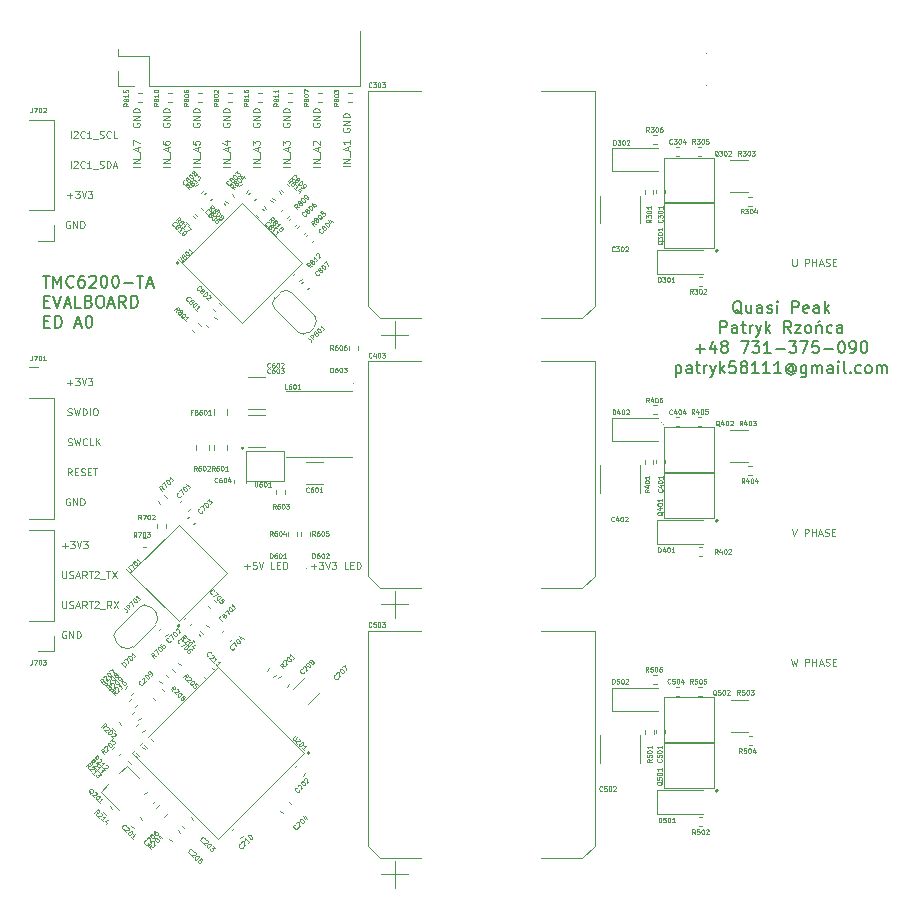
<source format=gto>
G04 #@! TF.GenerationSoftware,KiCad,Pcbnew,5.1.10-88a1d61d58~90~ubuntu20.04.1*
G04 #@! TF.CreationDate,2021-09-18T22:35:19+02:00*
G04 #@! TF.ProjectId,eval_board_tmc6200-ta,6576616c-5f62-46f6-9172-645f746d6336,rev?*
G04 #@! TF.SameCoordinates,Original*
G04 #@! TF.FileFunction,Legend,Top*
G04 #@! TF.FilePolarity,Positive*
%FSLAX46Y46*%
G04 Gerber Fmt 4.6, Leading zero omitted, Abs format (unit mm)*
G04 Created by KiCad (PCBNEW 5.1.10-88a1d61d58~90~ubuntu20.04.1) date 2021-09-18 22:35:19*
%MOMM*%
%LPD*%
G01*
G04 APERTURE LIST*
%ADD10C,0.080000*%
%ADD11C,0.200000*%
%ADD12C,0.120000*%
%ADD13C,0.100000*%
%ADD14C,0.050000*%
%ADD15C,2.000000*%
%ADD16C,0.010000*%
%ADD17C,5.400000*%
%ADD18C,3.100000*%
%ADD19R,1.200000X4.700000*%
%ADD20O,1.700000X1.700000*%
%ADD21R,1.700000X1.700000*%
%ADD22R,0.850000X0.300000*%
%ADD23R,0.950000X0.300000*%
%ADD24R,0.700000X0.420000*%
%ADD25R,0.900000X1.200000*%
G04 APERTURE END LIST*
D10*
X194185237Y-91876000D02*
X194128094Y-91847428D01*
X194042380Y-91847428D01*
X193956665Y-91876000D01*
X193899522Y-91933142D01*
X193870951Y-91990285D01*
X193842380Y-92104571D01*
X193842380Y-92190285D01*
X193870951Y-92304571D01*
X193899522Y-92361714D01*
X193956665Y-92418857D01*
X194042380Y-92447428D01*
X194099522Y-92447428D01*
X194185237Y-92418857D01*
X194213808Y-92390285D01*
X194213808Y-92190285D01*
X194099522Y-92190285D01*
X194470951Y-92447428D02*
X194470951Y-91847428D01*
X194813808Y-92447428D01*
X194813808Y-91847428D01*
X195099522Y-92447428D02*
X195099522Y-91847428D01*
X195242380Y-91847428D01*
X195328094Y-91876000D01*
X195385237Y-91933142D01*
X195413808Y-91990285D01*
X195442380Y-92104571D01*
X195442380Y-92190285D01*
X195413808Y-92304571D01*
X195385237Y-92361714D01*
X195328094Y-92418857D01*
X195242380Y-92447428D01*
X195099522Y-92447428D01*
X193870951Y-89307428D02*
X193870951Y-89793142D01*
X193899523Y-89850285D01*
X193928094Y-89878857D01*
X193985237Y-89907428D01*
X194099523Y-89907428D01*
X194156666Y-89878857D01*
X194185237Y-89850285D01*
X194213809Y-89793142D01*
X194213809Y-89307428D01*
X194470951Y-89878857D02*
X194556666Y-89907428D01*
X194699523Y-89907428D01*
X194756666Y-89878857D01*
X194785237Y-89850285D01*
X194813809Y-89793142D01*
X194813809Y-89736000D01*
X194785237Y-89678857D01*
X194756666Y-89650285D01*
X194699523Y-89621714D01*
X194585237Y-89593142D01*
X194528094Y-89564571D01*
X194499523Y-89536000D01*
X194470951Y-89478857D01*
X194470951Y-89421714D01*
X194499523Y-89364571D01*
X194528094Y-89336000D01*
X194585237Y-89307428D01*
X194728094Y-89307428D01*
X194813809Y-89336000D01*
X195042380Y-89736000D02*
X195328094Y-89736000D01*
X194985237Y-89907428D02*
X195185237Y-89307428D01*
X195385237Y-89907428D01*
X195928094Y-89907428D02*
X195728094Y-89621714D01*
X195585237Y-89907428D02*
X195585237Y-89307428D01*
X195813809Y-89307428D01*
X195870951Y-89336000D01*
X195899523Y-89364571D01*
X195928094Y-89421714D01*
X195928094Y-89507428D01*
X195899523Y-89564571D01*
X195870951Y-89593142D01*
X195813809Y-89621714D01*
X195585237Y-89621714D01*
X196099523Y-89307428D02*
X196442380Y-89307428D01*
X196270951Y-89907428D02*
X196270951Y-89307428D01*
X196613809Y-89364571D02*
X196642380Y-89336000D01*
X196699523Y-89307428D01*
X196842380Y-89307428D01*
X196899523Y-89336000D01*
X196928094Y-89364571D01*
X196956666Y-89421714D01*
X196956666Y-89478857D01*
X196928094Y-89564571D01*
X196585237Y-89907428D01*
X196956666Y-89907428D01*
X197070951Y-89964571D02*
X197528094Y-89964571D01*
X198013809Y-89907428D02*
X197813809Y-89621714D01*
X197670951Y-89907428D02*
X197670951Y-89307428D01*
X197899523Y-89307428D01*
X197956666Y-89336000D01*
X197985237Y-89364571D01*
X198013809Y-89421714D01*
X198013809Y-89507428D01*
X197985237Y-89564571D01*
X197956666Y-89593142D01*
X197899523Y-89621714D01*
X197670951Y-89621714D01*
X198213809Y-89307428D02*
X198613809Y-89907428D01*
X198613809Y-89307428D02*
X198213809Y-89907428D01*
X193870952Y-84598857D02*
X194328095Y-84598857D01*
X194099523Y-84827428D02*
X194099523Y-84370285D01*
X194556666Y-84227428D02*
X194928095Y-84227428D01*
X194728095Y-84456000D01*
X194813809Y-84456000D01*
X194870952Y-84484571D01*
X194899523Y-84513142D01*
X194928095Y-84570285D01*
X194928095Y-84713142D01*
X194899523Y-84770285D01*
X194870952Y-84798857D01*
X194813809Y-84827428D01*
X194642380Y-84827428D01*
X194585237Y-84798857D01*
X194556666Y-84770285D01*
X195099523Y-84227428D02*
X195299523Y-84827428D01*
X195499523Y-84227428D01*
X195642380Y-84227428D02*
X196013809Y-84227428D01*
X195813809Y-84456000D01*
X195899523Y-84456000D01*
X195956666Y-84484571D01*
X195985237Y-84513142D01*
X196013809Y-84570285D01*
X196013809Y-84713142D01*
X195985237Y-84770285D01*
X195956666Y-84798857D01*
X195899523Y-84827428D01*
X195728095Y-84827428D01*
X195670952Y-84798857D01*
X195642380Y-84770285D01*
X193870951Y-86767428D02*
X193870951Y-87253142D01*
X193899522Y-87310285D01*
X193928094Y-87338857D01*
X193985237Y-87367428D01*
X194099522Y-87367428D01*
X194156665Y-87338857D01*
X194185237Y-87310285D01*
X194213808Y-87253142D01*
X194213808Y-86767428D01*
X194470951Y-87338857D02*
X194556665Y-87367428D01*
X194699522Y-87367428D01*
X194756665Y-87338857D01*
X194785237Y-87310285D01*
X194813808Y-87253142D01*
X194813808Y-87196000D01*
X194785237Y-87138857D01*
X194756665Y-87110285D01*
X194699522Y-87081714D01*
X194585237Y-87053142D01*
X194528094Y-87024571D01*
X194499522Y-86996000D01*
X194470951Y-86938857D01*
X194470951Y-86881714D01*
X194499522Y-86824571D01*
X194528094Y-86796000D01*
X194585237Y-86767428D01*
X194728094Y-86767428D01*
X194813808Y-86796000D01*
X195042380Y-87196000D02*
X195328094Y-87196000D01*
X194985237Y-87367428D02*
X195185237Y-86767428D01*
X195385237Y-87367428D01*
X195928094Y-87367428D02*
X195728094Y-87081714D01*
X195585237Y-87367428D02*
X195585237Y-86767428D01*
X195813808Y-86767428D01*
X195870951Y-86796000D01*
X195899522Y-86824571D01*
X195928094Y-86881714D01*
X195928094Y-86967428D01*
X195899522Y-87024571D01*
X195870951Y-87053142D01*
X195813808Y-87081714D01*
X195585237Y-87081714D01*
X196099522Y-86767428D02*
X196442380Y-86767428D01*
X196270951Y-87367428D02*
X196270951Y-86767428D01*
X196613808Y-86824571D02*
X196642380Y-86796000D01*
X196699522Y-86767428D01*
X196842380Y-86767428D01*
X196899522Y-86796000D01*
X196928094Y-86824571D01*
X196956665Y-86881714D01*
X196956665Y-86938857D01*
X196928094Y-87024571D01*
X196585237Y-87367428D01*
X196956665Y-87367428D01*
X197070951Y-87424571D02*
X197528094Y-87424571D01*
X197585237Y-86767428D02*
X197928094Y-86767428D01*
X197756665Y-87367428D02*
X197756665Y-86767428D01*
X198070951Y-86767428D02*
X198470951Y-87367428D01*
X198470951Y-86767428D02*
X198070951Y-87367428D01*
X194676190Y-78667428D02*
X194476190Y-78381714D01*
X194333333Y-78667428D02*
X194333333Y-78067428D01*
X194561904Y-78067428D01*
X194619047Y-78096000D01*
X194647619Y-78124571D01*
X194676190Y-78181714D01*
X194676190Y-78267428D01*
X194647619Y-78324571D01*
X194619047Y-78353142D01*
X194561904Y-78381714D01*
X194333333Y-78381714D01*
X194933333Y-78353142D02*
X195133333Y-78353142D01*
X195219047Y-78667428D02*
X194933333Y-78667428D01*
X194933333Y-78067428D01*
X195219047Y-78067428D01*
X195447619Y-78638857D02*
X195533333Y-78667428D01*
X195676190Y-78667428D01*
X195733333Y-78638857D01*
X195761904Y-78610285D01*
X195790476Y-78553142D01*
X195790476Y-78496000D01*
X195761904Y-78438857D01*
X195733333Y-78410285D01*
X195676190Y-78381714D01*
X195561904Y-78353142D01*
X195504761Y-78324571D01*
X195476190Y-78296000D01*
X195447619Y-78238857D01*
X195447619Y-78181714D01*
X195476190Y-78124571D01*
X195504761Y-78096000D01*
X195561904Y-78067428D01*
X195704761Y-78067428D01*
X195790476Y-78096000D01*
X196047619Y-78353142D02*
X196247619Y-78353142D01*
X196333333Y-78667428D02*
X196047619Y-78667428D01*
X196047619Y-78067428D01*
X196333333Y-78067428D01*
X196504761Y-78067428D02*
X196847619Y-78067428D01*
X196676190Y-78667428D02*
X196676190Y-78067428D01*
X194499999Y-80636000D02*
X194442856Y-80607428D01*
X194357142Y-80607428D01*
X194271427Y-80636000D01*
X194214284Y-80693142D01*
X194185713Y-80750285D01*
X194157142Y-80864571D01*
X194157142Y-80950285D01*
X194185713Y-81064571D01*
X194214284Y-81121714D01*
X194271427Y-81178857D01*
X194357142Y-81207428D01*
X194414284Y-81207428D01*
X194499999Y-81178857D01*
X194528570Y-81150285D01*
X194528570Y-80950285D01*
X194414284Y-80950285D01*
X194785713Y-81207428D02*
X194785713Y-80607428D01*
X195128570Y-81207428D01*
X195128570Y-80607428D01*
X195414284Y-81207428D02*
X195414284Y-80607428D01*
X195557142Y-80607428D01*
X195642856Y-80636000D01*
X195699999Y-80693142D01*
X195728570Y-80750285D01*
X195757142Y-80864571D01*
X195757142Y-80950285D01*
X195728570Y-81064571D01*
X195699999Y-81121714D01*
X195642856Y-81178857D01*
X195557142Y-81207428D01*
X195414284Y-81207428D01*
X194314285Y-73558857D02*
X194399999Y-73587428D01*
X194542856Y-73587428D01*
X194599999Y-73558857D01*
X194628571Y-73530285D01*
X194657142Y-73473142D01*
X194657142Y-73416000D01*
X194628571Y-73358857D01*
X194599999Y-73330285D01*
X194542856Y-73301714D01*
X194428571Y-73273142D01*
X194371428Y-73244571D01*
X194342856Y-73216000D01*
X194314285Y-73158857D01*
X194314285Y-73101714D01*
X194342856Y-73044571D01*
X194371428Y-73016000D01*
X194428571Y-72987428D01*
X194571428Y-72987428D01*
X194657142Y-73016000D01*
X194857142Y-72987428D02*
X194999999Y-73587428D01*
X195114285Y-73158857D01*
X195228571Y-73587428D01*
X195371428Y-72987428D01*
X195599999Y-73587428D02*
X195599999Y-72987428D01*
X195742856Y-72987428D01*
X195828571Y-73016000D01*
X195885714Y-73073142D01*
X195914285Y-73130285D01*
X195942856Y-73244571D01*
X195942856Y-73330285D01*
X195914285Y-73444571D01*
X195885714Y-73501714D01*
X195828571Y-73558857D01*
X195742856Y-73587428D01*
X195599999Y-73587428D01*
X196199999Y-73587428D02*
X196199999Y-72987428D01*
X196599999Y-72987428D02*
X196714285Y-72987428D01*
X196771428Y-73016000D01*
X196828571Y-73073142D01*
X196857142Y-73187428D01*
X196857142Y-73387428D01*
X196828571Y-73501714D01*
X196771428Y-73558857D01*
X196714285Y-73587428D01*
X196599999Y-73587428D01*
X196542856Y-73558857D01*
X196485714Y-73501714D01*
X196457142Y-73387428D01*
X196457142Y-73187428D01*
X196485714Y-73073142D01*
X196542856Y-73016000D01*
X196599999Y-72987428D01*
X194280952Y-70818857D02*
X194738095Y-70818857D01*
X194509523Y-71047428D02*
X194509523Y-70590285D01*
X194966666Y-70447428D02*
X195338095Y-70447428D01*
X195138095Y-70676000D01*
X195223809Y-70676000D01*
X195280952Y-70704571D01*
X195309523Y-70733142D01*
X195338095Y-70790285D01*
X195338095Y-70933142D01*
X195309523Y-70990285D01*
X195280952Y-71018857D01*
X195223809Y-71047428D01*
X195052380Y-71047428D01*
X194995237Y-71018857D01*
X194966666Y-70990285D01*
X195509523Y-70447428D02*
X195709523Y-71047428D01*
X195909523Y-70447428D01*
X196052380Y-70447428D02*
X196423809Y-70447428D01*
X196223809Y-70676000D01*
X196309523Y-70676000D01*
X196366666Y-70704571D01*
X196395237Y-70733142D01*
X196423809Y-70790285D01*
X196423809Y-70933142D01*
X196395237Y-70990285D01*
X196366666Y-71018857D01*
X196309523Y-71047428D01*
X196138095Y-71047428D01*
X196080952Y-71018857D01*
X196052380Y-70990285D01*
X194342857Y-76098857D02*
X194428571Y-76127428D01*
X194571428Y-76127428D01*
X194628571Y-76098857D01*
X194657142Y-76070285D01*
X194685714Y-76013142D01*
X194685714Y-75956000D01*
X194657142Y-75898857D01*
X194628571Y-75870285D01*
X194571428Y-75841714D01*
X194457142Y-75813142D01*
X194400000Y-75784571D01*
X194371428Y-75756000D01*
X194342857Y-75698857D01*
X194342857Y-75641714D01*
X194371428Y-75584571D01*
X194400000Y-75556000D01*
X194457142Y-75527428D01*
X194600000Y-75527428D01*
X194685714Y-75556000D01*
X194885714Y-75527428D02*
X195028571Y-76127428D01*
X195142857Y-75698857D01*
X195257142Y-76127428D01*
X195400000Y-75527428D01*
X195971428Y-76070285D02*
X195942857Y-76098857D01*
X195857142Y-76127428D01*
X195800000Y-76127428D01*
X195714285Y-76098857D01*
X195657142Y-76041714D01*
X195628571Y-75984571D01*
X195600000Y-75870285D01*
X195600000Y-75784571D01*
X195628571Y-75670285D01*
X195657142Y-75613142D01*
X195714285Y-75556000D01*
X195800000Y-75527428D01*
X195857142Y-75527428D01*
X195942857Y-75556000D01*
X195971428Y-75584571D01*
X196514285Y-76127428D02*
X196228571Y-76127428D01*
X196228571Y-75527428D01*
X196714285Y-76127428D02*
X196714285Y-75527428D01*
X197057142Y-76127428D02*
X196800000Y-75784571D01*
X197057142Y-75527428D02*
X196714285Y-75870285D01*
X194499999Y-57151000D02*
X194442856Y-57122428D01*
X194357142Y-57122428D01*
X194271427Y-57151000D01*
X194214284Y-57208142D01*
X194185713Y-57265285D01*
X194157142Y-57379571D01*
X194157142Y-57465285D01*
X194185713Y-57579571D01*
X194214284Y-57636714D01*
X194271427Y-57693857D01*
X194357142Y-57722428D01*
X194414284Y-57722428D01*
X194499999Y-57693857D01*
X194528570Y-57665285D01*
X194528570Y-57465285D01*
X194414284Y-57465285D01*
X194785713Y-57722428D02*
X194785713Y-57122428D01*
X195128570Y-57722428D01*
X195128570Y-57122428D01*
X195414284Y-57722428D02*
X195414284Y-57122428D01*
X195557142Y-57122428D01*
X195642856Y-57151000D01*
X195699999Y-57208142D01*
X195728570Y-57265285D01*
X195757142Y-57379571D01*
X195757142Y-57465285D01*
X195728570Y-57579571D01*
X195699999Y-57636714D01*
X195642856Y-57693857D01*
X195557142Y-57722428D01*
X195414284Y-57722428D01*
X194280952Y-54953857D02*
X194738095Y-54953857D01*
X194509523Y-55182428D02*
X194509523Y-54725285D01*
X194966666Y-54582428D02*
X195338095Y-54582428D01*
X195138095Y-54811000D01*
X195223809Y-54811000D01*
X195280952Y-54839571D01*
X195309523Y-54868142D01*
X195338095Y-54925285D01*
X195338095Y-55068142D01*
X195309523Y-55125285D01*
X195280952Y-55153857D01*
X195223809Y-55182428D01*
X195052380Y-55182428D01*
X194995237Y-55153857D01*
X194966666Y-55125285D01*
X195509523Y-54582428D02*
X195709523Y-55182428D01*
X195909523Y-54582428D01*
X196052380Y-54582428D02*
X196423809Y-54582428D01*
X196223809Y-54811000D01*
X196309523Y-54811000D01*
X196366666Y-54839571D01*
X196395237Y-54868142D01*
X196423809Y-54925285D01*
X196423809Y-55068142D01*
X196395237Y-55125285D01*
X196366666Y-55153857D01*
X196309523Y-55182428D01*
X196138095Y-55182428D01*
X196080952Y-55153857D01*
X196052380Y-55125285D01*
X194576189Y-52642428D02*
X194576189Y-52042428D01*
X194833332Y-52099571D02*
X194861904Y-52071000D01*
X194919047Y-52042428D01*
X195061904Y-52042428D01*
X195119047Y-52071000D01*
X195147618Y-52099571D01*
X195176189Y-52156714D01*
X195176189Y-52213857D01*
X195147618Y-52299571D01*
X194804761Y-52642428D01*
X195176189Y-52642428D01*
X195776189Y-52585285D02*
X195747618Y-52613857D01*
X195661904Y-52642428D01*
X195604761Y-52642428D01*
X195519047Y-52613857D01*
X195461904Y-52556714D01*
X195433332Y-52499571D01*
X195404761Y-52385285D01*
X195404761Y-52299571D01*
X195433332Y-52185285D01*
X195461904Y-52128142D01*
X195519047Y-52071000D01*
X195604761Y-52042428D01*
X195661904Y-52042428D01*
X195747618Y-52071000D01*
X195776189Y-52099571D01*
X196347618Y-52642428D02*
X196004761Y-52642428D01*
X196176189Y-52642428D02*
X196176189Y-52042428D01*
X196119047Y-52128142D01*
X196061904Y-52185285D01*
X196004761Y-52213857D01*
X196461904Y-52699571D02*
X196919047Y-52699571D01*
X197033332Y-52613857D02*
X197119047Y-52642428D01*
X197261904Y-52642428D01*
X197319047Y-52613857D01*
X197347618Y-52585285D01*
X197376189Y-52528142D01*
X197376189Y-52471000D01*
X197347618Y-52413857D01*
X197319047Y-52385285D01*
X197261904Y-52356714D01*
X197147618Y-52328142D01*
X197090475Y-52299571D01*
X197061904Y-52271000D01*
X197033332Y-52213857D01*
X197033332Y-52156714D01*
X197061904Y-52099571D01*
X197090475Y-52071000D01*
X197147618Y-52042428D01*
X197290475Y-52042428D01*
X197376189Y-52071000D01*
X197633332Y-52642428D02*
X197633332Y-52042428D01*
X197776189Y-52042428D01*
X197861904Y-52071000D01*
X197919047Y-52128142D01*
X197947618Y-52185285D01*
X197976189Y-52299571D01*
X197976189Y-52385285D01*
X197947618Y-52499571D01*
X197919047Y-52556714D01*
X197861904Y-52613857D01*
X197776189Y-52642428D01*
X197633332Y-52642428D01*
X198204761Y-52471000D02*
X198490475Y-52471000D01*
X198147618Y-52642428D02*
X198347618Y-52042428D01*
X198547618Y-52642428D01*
X194571428Y-50102428D02*
X194571428Y-49502428D01*
X194828571Y-49559571D02*
X194857142Y-49531000D01*
X194914285Y-49502428D01*
X195057142Y-49502428D01*
X195114285Y-49531000D01*
X195142857Y-49559571D01*
X195171428Y-49616714D01*
X195171428Y-49673857D01*
X195142857Y-49759571D01*
X194800000Y-50102428D01*
X195171428Y-50102428D01*
X195771428Y-50045285D02*
X195742857Y-50073857D01*
X195657142Y-50102428D01*
X195600000Y-50102428D01*
X195514285Y-50073857D01*
X195457142Y-50016714D01*
X195428571Y-49959571D01*
X195400000Y-49845285D01*
X195400000Y-49759571D01*
X195428571Y-49645285D01*
X195457142Y-49588142D01*
X195514285Y-49531000D01*
X195600000Y-49502428D01*
X195657142Y-49502428D01*
X195742857Y-49531000D01*
X195771428Y-49559571D01*
X196342857Y-50102428D02*
X196000000Y-50102428D01*
X196171428Y-50102428D02*
X196171428Y-49502428D01*
X196114285Y-49588142D01*
X196057142Y-49645285D01*
X196000000Y-49673857D01*
X196457142Y-50159571D02*
X196914285Y-50159571D01*
X197028571Y-50073857D02*
X197114285Y-50102428D01*
X197257142Y-50102428D01*
X197314285Y-50073857D01*
X197342857Y-50045285D01*
X197371428Y-49988142D01*
X197371428Y-49931000D01*
X197342857Y-49873857D01*
X197314285Y-49845285D01*
X197257142Y-49816714D01*
X197142857Y-49788142D01*
X197085714Y-49759571D01*
X197057142Y-49731000D01*
X197028571Y-49673857D01*
X197028571Y-49616714D01*
X197057142Y-49559571D01*
X197085714Y-49531000D01*
X197142857Y-49502428D01*
X197285714Y-49502428D01*
X197371428Y-49531000D01*
X197971428Y-50045285D02*
X197942857Y-50073857D01*
X197857142Y-50102428D01*
X197800000Y-50102428D01*
X197714285Y-50073857D01*
X197657142Y-50016714D01*
X197628571Y-49959571D01*
X197600000Y-49845285D01*
X197600000Y-49759571D01*
X197628571Y-49645285D01*
X197657142Y-49588142D01*
X197714285Y-49531000D01*
X197800000Y-49502428D01*
X197857142Y-49502428D01*
X197942857Y-49531000D01*
X197971428Y-49559571D01*
X198514285Y-50102428D02*
X198228571Y-50102428D01*
X198228571Y-49502428D01*
X218211428Y-52488095D02*
X217611428Y-52488095D01*
X218211428Y-52202381D02*
X217611428Y-52202381D01*
X218211428Y-51859524D01*
X217611428Y-51859524D01*
X218268571Y-51716666D02*
X218268571Y-51259524D01*
X218040000Y-51145238D02*
X218040000Y-50859524D01*
X218211428Y-51202381D02*
X217611428Y-51002381D01*
X218211428Y-50802381D01*
X218211428Y-50288095D02*
X218211428Y-50630952D01*
X218211428Y-50459524D02*
X217611428Y-50459524D01*
X217697142Y-50516666D01*
X217754285Y-50573809D01*
X217782857Y-50630952D01*
X217640000Y-49259524D02*
X217611428Y-49316666D01*
X217611428Y-49402381D01*
X217640000Y-49488095D01*
X217697142Y-49545238D01*
X217754285Y-49573809D01*
X217868571Y-49602381D01*
X217954285Y-49602381D01*
X218068571Y-49573809D01*
X218125714Y-49545238D01*
X218182857Y-49488095D01*
X218211428Y-49402381D01*
X218211428Y-49345238D01*
X218182857Y-49259524D01*
X218154285Y-49230952D01*
X217954285Y-49230952D01*
X217954285Y-49345238D01*
X218211428Y-48973809D02*
X217611428Y-48973809D01*
X218211428Y-48630952D01*
X217611428Y-48630952D01*
X218211428Y-48345238D02*
X217611428Y-48345238D01*
X217611428Y-48202381D01*
X217640000Y-48116666D01*
X217697142Y-48059524D01*
X217754285Y-48030952D01*
X217868571Y-48002381D01*
X217954285Y-48002381D01*
X218068571Y-48030952D01*
X218125714Y-48059524D01*
X218182857Y-48116666D01*
X218211428Y-48202381D01*
X218211428Y-48345238D01*
X215671428Y-52526190D02*
X215071428Y-52526190D01*
X215671428Y-52240476D02*
X215071428Y-52240476D01*
X215671428Y-51897619D01*
X215071428Y-51897619D01*
X215728571Y-51754762D02*
X215728571Y-51297619D01*
X215500000Y-51183333D02*
X215500000Y-50897619D01*
X215671428Y-51240476D02*
X215071428Y-51040476D01*
X215671428Y-50840476D01*
X215128571Y-50669048D02*
X215100000Y-50640476D01*
X215071428Y-50583333D01*
X215071428Y-50440476D01*
X215100000Y-50383333D01*
X215128571Y-50354762D01*
X215185714Y-50326190D01*
X215242857Y-50326190D01*
X215328571Y-50354762D01*
X215671428Y-50697619D01*
X215671428Y-50326190D01*
X215100000Y-48840476D02*
X215071428Y-48897619D01*
X215071428Y-48983333D01*
X215100000Y-49069048D01*
X215157142Y-49126190D01*
X215214285Y-49154762D01*
X215328571Y-49183333D01*
X215414285Y-49183333D01*
X215528571Y-49154762D01*
X215585714Y-49126190D01*
X215642857Y-49069048D01*
X215671428Y-48983333D01*
X215671428Y-48926190D01*
X215642857Y-48840476D01*
X215614285Y-48811905D01*
X215414285Y-48811905D01*
X215414285Y-48926190D01*
X215671428Y-48554762D02*
X215071428Y-48554762D01*
X215671428Y-48211905D01*
X215071428Y-48211905D01*
X215671428Y-47926190D02*
X215071428Y-47926190D01*
X215071428Y-47783333D01*
X215100000Y-47697619D01*
X215157142Y-47640476D01*
X215214285Y-47611905D01*
X215328571Y-47583333D01*
X215414285Y-47583333D01*
X215528571Y-47611905D01*
X215585714Y-47640476D01*
X215642857Y-47697619D01*
X215671428Y-47783333D01*
X215671428Y-47926190D01*
X213131428Y-52526190D02*
X212531428Y-52526190D01*
X213131428Y-52240476D02*
X212531428Y-52240476D01*
X213131428Y-51897619D01*
X212531428Y-51897619D01*
X213188571Y-51754762D02*
X213188571Y-51297619D01*
X212960000Y-51183333D02*
X212960000Y-50897619D01*
X213131428Y-51240476D02*
X212531428Y-51040476D01*
X213131428Y-50840476D01*
X212531428Y-50697619D02*
X212531428Y-50326190D01*
X212760000Y-50526190D01*
X212760000Y-50440476D01*
X212788571Y-50383333D01*
X212817142Y-50354762D01*
X212874285Y-50326190D01*
X213017142Y-50326190D01*
X213074285Y-50354762D01*
X213102857Y-50383333D01*
X213131428Y-50440476D01*
X213131428Y-50611905D01*
X213102857Y-50669048D01*
X213074285Y-50697619D01*
X212560000Y-48840476D02*
X212531428Y-48897619D01*
X212531428Y-48983333D01*
X212560000Y-49069048D01*
X212617142Y-49126190D01*
X212674285Y-49154762D01*
X212788571Y-49183333D01*
X212874285Y-49183333D01*
X212988571Y-49154762D01*
X213045714Y-49126190D01*
X213102857Y-49069048D01*
X213131428Y-48983333D01*
X213131428Y-48926190D01*
X213102857Y-48840476D01*
X213074285Y-48811905D01*
X212874285Y-48811905D01*
X212874285Y-48926190D01*
X213131428Y-48554762D02*
X212531428Y-48554762D01*
X213131428Y-48211905D01*
X212531428Y-48211905D01*
X213131428Y-47926190D02*
X212531428Y-47926190D01*
X212531428Y-47783333D01*
X212560000Y-47697619D01*
X212617142Y-47640476D01*
X212674285Y-47611905D01*
X212788571Y-47583333D01*
X212874285Y-47583333D01*
X212988571Y-47611905D01*
X213045714Y-47640476D01*
X213102857Y-47697619D01*
X213131428Y-47783333D01*
X213131428Y-47926190D01*
X210591428Y-52526190D02*
X209991428Y-52526190D01*
X210591428Y-52240476D02*
X209991428Y-52240476D01*
X210591428Y-51897619D01*
X209991428Y-51897619D01*
X210648571Y-51754762D02*
X210648571Y-51297619D01*
X210420000Y-51183333D02*
X210420000Y-50897619D01*
X210591428Y-51240476D02*
X209991428Y-51040476D01*
X210591428Y-50840476D01*
X209991428Y-50697619D02*
X209991428Y-50326190D01*
X210220000Y-50526190D01*
X210220000Y-50440476D01*
X210248571Y-50383333D01*
X210277142Y-50354762D01*
X210334285Y-50326190D01*
X210477142Y-50326190D01*
X210534285Y-50354762D01*
X210562857Y-50383333D01*
X210591428Y-50440476D01*
X210591428Y-50611905D01*
X210562857Y-50669048D01*
X210534285Y-50697619D01*
X210020000Y-48840476D02*
X209991428Y-48897619D01*
X209991428Y-48983333D01*
X210020000Y-49069048D01*
X210077142Y-49126190D01*
X210134285Y-49154762D01*
X210248571Y-49183333D01*
X210334285Y-49183333D01*
X210448571Y-49154762D01*
X210505714Y-49126190D01*
X210562857Y-49069048D01*
X210591428Y-48983333D01*
X210591428Y-48926190D01*
X210562857Y-48840476D01*
X210534285Y-48811905D01*
X210334285Y-48811905D01*
X210334285Y-48926190D01*
X210591428Y-48554762D02*
X209991428Y-48554762D01*
X210591428Y-48211905D01*
X209991428Y-48211905D01*
X210591428Y-47926190D02*
X209991428Y-47926190D01*
X209991428Y-47783333D01*
X210020000Y-47697619D01*
X210077142Y-47640476D01*
X210134285Y-47611905D01*
X210248571Y-47583333D01*
X210334285Y-47583333D01*
X210448571Y-47611905D01*
X210505714Y-47640476D01*
X210562857Y-47697619D01*
X210591428Y-47783333D01*
X210591428Y-47926190D01*
X208051428Y-52526190D02*
X207451428Y-52526190D01*
X208051428Y-52240476D02*
X207451428Y-52240476D01*
X208051428Y-51897619D01*
X207451428Y-51897619D01*
X208108571Y-51754762D02*
X208108571Y-51297619D01*
X207880000Y-51183333D02*
X207880000Y-50897619D01*
X208051428Y-51240476D02*
X207451428Y-51040476D01*
X208051428Y-50840476D01*
X207651428Y-50383333D02*
X208051428Y-50383333D01*
X207422857Y-50526190D02*
X207851428Y-50669048D01*
X207851428Y-50297619D01*
X207480000Y-48840476D02*
X207451428Y-48897619D01*
X207451428Y-48983333D01*
X207480000Y-49069048D01*
X207537142Y-49126190D01*
X207594285Y-49154762D01*
X207708571Y-49183333D01*
X207794285Y-49183333D01*
X207908571Y-49154762D01*
X207965714Y-49126190D01*
X208022857Y-49069048D01*
X208051428Y-48983333D01*
X208051428Y-48926190D01*
X208022857Y-48840476D01*
X207994285Y-48811905D01*
X207794285Y-48811905D01*
X207794285Y-48926190D01*
X208051428Y-48554762D02*
X207451428Y-48554762D01*
X208051428Y-48211905D01*
X207451428Y-48211905D01*
X208051428Y-47926190D02*
X207451428Y-47926190D01*
X207451428Y-47783333D01*
X207480000Y-47697619D01*
X207537142Y-47640476D01*
X207594285Y-47611905D01*
X207708571Y-47583333D01*
X207794285Y-47583333D01*
X207908571Y-47611905D01*
X207965714Y-47640476D01*
X208022857Y-47697619D01*
X208051428Y-47783333D01*
X208051428Y-47926190D01*
X205511428Y-52526190D02*
X204911428Y-52526190D01*
X205511428Y-52240476D02*
X204911428Y-52240476D01*
X205511428Y-51897619D01*
X204911428Y-51897619D01*
X205568571Y-51754762D02*
X205568571Y-51297619D01*
X205340000Y-51183333D02*
X205340000Y-50897619D01*
X205511428Y-51240476D02*
X204911428Y-51040476D01*
X205511428Y-50840476D01*
X204911428Y-50354762D02*
X204911428Y-50640476D01*
X205197142Y-50669048D01*
X205168571Y-50640476D01*
X205140000Y-50583333D01*
X205140000Y-50440476D01*
X205168571Y-50383333D01*
X205197142Y-50354762D01*
X205254285Y-50326190D01*
X205397142Y-50326190D01*
X205454285Y-50354762D01*
X205482857Y-50383333D01*
X205511428Y-50440476D01*
X205511428Y-50583333D01*
X205482857Y-50640476D01*
X205454285Y-50669048D01*
X204940000Y-48840476D02*
X204911428Y-48897619D01*
X204911428Y-48983333D01*
X204940000Y-49069048D01*
X204997142Y-49126190D01*
X205054285Y-49154762D01*
X205168571Y-49183333D01*
X205254285Y-49183333D01*
X205368571Y-49154762D01*
X205425714Y-49126190D01*
X205482857Y-49069048D01*
X205511428Y-48983333D01*
X205511428Y-48926190D01*
X205482857Y-48840476D01*
X205454285Y-48811905D01*
X205254285Y-48811905D01*
X205254285Y-48926190D01*
X205511428Y-48554762D02*
X204911428Y-48554762D01*
X205511428Y-48211905D01*
X204911428Y-48211905D01*
X205511428Y-47926190D02*
X204911428Y-47926190D01*
X204911428Y-47783333D01*
X204940000Y-47697619D01*
X204997142Y-47640476D01*
X205054285Y-47611905D01*
X205168571Y-47583333D01*
X205254285Y-47583333D01*
X205368571Y-47611905D01*
X205425714Y-47640476D01*
X205482857Y-47697619D01*
X205511428Y-47783333D01*
X205511428Y-47926190D01*
X202971428Y-52526190D02*
X202371428Y-52526190D01*
X202971428Y-52240476D02*
X202371428Y-52240476D01*
X202971428Y-51897619D01*
X202371428Y-51897619D01*
X203028571Y-51754762D02*
X203028571Y-51297619D01*
X202800000Y-51183333D02*
X202800000Y-50897619D01*
X202971428Y-51240476D02*
X202371428Y-51040476D01*
X202971428Y-50840476D01*
X202371428Y-50383333D02*
X202371428Y-50497619D01*
X202400000Y-50554762D01*
X202428571Y-50583333D01*
X202514285Y-50640476D01*
X202628571Y-50669048D01*
X202857142Y-50669048D01*
X202914285Y-50640476D01*
X202942857Y-50611905D01*
X202971428Y-50554762D01*
X202971428Y-50440476D01*
X202942857Y-50383333D01*
X202914285Y-50354762D01*
X202857142Y-50326190D01*
X202714285Y-50326190D01*
X202657142Y-50354762D01*
X202628571Y-50383333D01*
X202600000Y-50440476D01*
X202600000Y-50554762D01*
X202628571Y-50611905D01*
X202657142Y-50640476D01*
X202714285Y-50669048D01*
X202400000Y-48840476D02*
X202371428Y-48897619D01*
X202371428Y-48983333D01*
X202400000Y-49069048D01*
X202457142Y-49126190D01*
X202514285Y-49154762D01*
X202628571Y-49183333D01*
X202714285Y-49183333D01*
X202828571Y-49154762D01*
X202885714Y-49126190D01*
X202942857Y-49069048D01*
X202971428Y-48983333D01*
X202971428Y-48926190D01*
X202942857Y-48840476D01*
X202914285Y-48811905D01*
X202714285Y-48811905D01*
X202714285Y-48926190D01*
X202971428Y-48554762D02*
X202371428Y-48554762D01*
X202971428Y-48211905D01*
X202371428Y-48211905D01*
X202971428Y-47926190D02*
X202371428Y-47926190D01*
X202371428Y-47783333D01*
X202400000Y-47697619D01*
X202457142Y-47640476D01*
X202514285Y-47611905D01*
X202628571Y-47583333D01*
X202714285Y-47583333D01*
X202828571Y-47611905D01*
X202885714Y-47640476D01*
X202942857Y-47697619D01*
X202971428Y-47783333D01*
X202971428Y-47926190D01*
X200431428Y-52526190D02*
X199831428Y-52526190D01*
X200431428Y-52240476D02*
X199831428Y-52240476D01*
X200431428Y-51897619D01*
X199831428Y-51897619D01*
X200488571Y-51754762D02*
X200488571Y-51297619D01*
X200260000Y-51183333D02*
X200260000Y-50897619D01*
X200431428Y-51240476D02*
X199831428Y-51040476D01*
X200431428Y-50840476D01*
X199831428Y-50697619D02*
X199831428Y-50297619D01*
X200431428Y-50554762D01*
X199860000Y-48840476D02*
X199831428Y-48897619D01*
X199831428Y-48983333D01*
X199860000Y-49069048D01*
X199917142Y-49126190D01*
X199974285Y-49154762D01*
X200088571Y-49183333D01*
X200174285Y-49183333D01*
X200288571Y-49154762D01*
X200345714Y-49126190D01*
X200402857Y-49069048D01*
X200431428Y-48983333D01*
X200431428Y-48926190D01*
X200402857Y-48840476D01*
X200374285Y-48811905D01*
X200174285Y-48811905D01*
X200174285Y-48926190D01*
X200431428Y-48554762D02*
X199831428Y-48554762D01*
X200431428Y-48211905D01*
X199831428Y-48211905D01*
X200431428Y-47926190D02*
X199831428Y-47926190D01*
X199831428Y-47783333D01*
X199860000Y-47697619D01*
X199917142Y-47640476D01*
X199974285Y-47611905D01*
X200088571Y-47583333D01*
X200174285Y-47583333D01*
X200288571Y-47611905D01*
X200345714Y-47640476D01*
X200402857Y-47697619D01*
X200431428Y-47783333D01*
X200431428Y-47926190D01*
D11*
X251416666Y-64997619D02*
X251321428Y-64950000D01*
X251226190Y-64854761D01*
X251083333Y-64711904D01*
X250988095Y-64664285D01*
X250892857Y-64664285D01*
X250940476Y-64902380D02*
X250845238Y-64854761D01*
X250750000Y-64759523D01*
X250702380Y-64569047D01*
X250702380Y-64235714D01*
X250750000Y-64045238D01*
X250845238Y-63950000D01*
X250940476Y-63902380D01*
X251130952Y-63902380D01*
X251226190Y-63950000D01*
X251321428Y-64045238D01*
X251369047Y-64235714D01*
X251369047Y-64569047D01*
X251321428Y-64759523D01*
X251226190Y-64854761D01*
X251130952Y-64902380D01*
X250940476Y-64902380D01*
X252226190Y-64235714D02*
X252226190Y-64902380D01*
X251797619Y-64235714D02*
X251797619Y-64759523D01*
X251845238Y-64854761D01*
X251940476Y-64902380D01*
X252083333Y-64902380D01*
X252178571Y-64854761D01*
X252226190Y-64807142D01*
X253130952Y-64902380D02*
X253130952Y-64378571D01*
X253083333Y-64283333D01*
X252988095Y-64235714D01*
X252797619Y-64235714D01*
X252702380Y-64283333D01*
X253130952Y-64854761D02*
X253035714Y-64902380D01*
X252797619Y-64902380D01*
X252702380Y-64854761D01*
X252654761Y-64759523D01*
X252654761Y-64664285D01*
X252702380Y-64569047D01*
X252797619Y-64521428D01*
X253035714Y-64521428D01*
X253130952Y-64473809D01*
X253559523Y-64854761D02*
X253654761Y-64902380D01*
X253845238Y-64902380D01*
X253940476Y-64854761D01*
X253988095Y-64759523D01*
X253988095Y-64711904D01*
X253940476Y-64616666D01*
X253845238Y-64569047D01*
X253702380Y-64569047D01*
X253607142Y-64521428D01*
X253559523Y-64426190D01*
X253559523Y-64378571D01*
X253607142Y-64283333D01*
X253702380Y-64235714D01*
X253845238Y-64235714D01*
X253940476Y-64283333D01*
X254416666Y-64902380D02*
X254416666Y-64235714D01*
X254416666Y-63902380D02*
X254369047Y-63950000D01*
X254416666Y-63997619D01*
X254464285Y-63950000D01*
X254416666Y-63902380D01*
X254416666Y-63997619D01*
X255654761Y-64902380D02*
X255654761Y-63902380D01*
X256035714Y-63902380D01*
X256130952Y-63950000D01*
X256178571Y-63997619D01*
X256226190Y-64092857D01*
X256226190Y-64235714D01*
X256178571Y-64330952D01*
X256130952Y-64378571D01*
X256035714Y-64426190D01*
X255654761Y-64426190D01*
X257035714Y-64854761D02*
X256940476Y-64902380D01*
X256750000Y-64902380D01*
X256654761Y-64854761D01*
X256607142Y-64759523D01*
X256607142Y-64378571D01*
X256654761Y-64283333D01*
X256750000Y-64235714D01*
X256940476Y-64235714D01*
X257035714Y-64283333D01*
X257083333Y-64378571D01*
X257083333Y-64473809D01*
X256607142Y-64569047D01*
X257940476Y-64902380D02*
X257940476Y-64378571D01*
X257892857Y-64283333D01*
X257797619Y-64235714D01*
X257607142Y-64235714D01*
X257511904Y-64283333D01*
X257940476Y-64854761D02*
X257845238Y-64902380D01*
X257607142Y-64902380D01*
X257511904Y-64854761D01*
X257464285Y-64759523D01*
X257464285Y-64664285D01*
X257511904Y-64569047D01*
X257607142Y-64521428D01*
X257845238Y-64521428D01*
X257940476Y-64473809D01*
X258416666Y-64902380D02*
X258416666Y-63902380D01*
X258511904Y-64521428D02*
X258797619Y-64902380D01*
X258797619Y-64235714D02*
X258416666Y-64616666D01*
X249583333Y-66602380D02*
X249583333Y-65602380D01*
X249964285Y-65602380D01*
X250059523Y-65650000D01*
X250107142Y-65697619D01*
X250154761Y-65792857D01*
X250154761Y-65935714D01*
X250107142Y-66030952D01*
X250059523Y-66078571D01*
X249964285Y-66126190D01*
X249583333Y-66126190D01*
X251011904Y-66602380D02*
X251011904Y-66078571D01*
X250964285Y-65983333D01*
X250869047Y-65935714D01*
X250678571Y-65935714D01*
X250583333Y-65983333D01*
X251011904Y-66554761D02*
X250916666Y-66602380D01*
X250678571Y-66602380D01*
X250583333Y-66554761D01*
X250535714Y-66459523D01*
X250535714Y-66364285D01*
X250583333Y-66269047D01*
X250678571Y-66221428D01*
X250916666Y-66221428D01*
X251011904Y-66173809D01*
X251345238Y-65935714D02*
X251726190Y-65935714D01*
X251488095Y-65602380D02*
X251488095Y-66459523D01*
X251535714Y-66554761D01*
X251630952Y-66602380D01*
X251726190Y-66602380D01*
X252059523Y-66602380D02*
X252059523Y-65935714D01*
X252059523Y-66126190D02*
X252107142Y-66030952D01*
X252154761Y-65983333D01*
X252250000Y-65935714D01*
X252345238Y-65935714D01*
X252583333Y-65935714D02*
X252821428Y-66602380D01*
X253059523Y-65935714D02*
X252821428Y-66602380D01*
X252726190Y-66840476D01*
X252678571Y-66888095D01*
X252583333Y-66935714D01*
X253440476Y-66602380D02*
X253440476Y-65602380D01*
X253535714Y-66221428D02*
X253821428Y-66602380D01*
X253821428Y-65935714D02*
X253440476Y-66316666D01*
X255583333Y-66602380D02*
X255250000Y-66126190D01*
X255011904Y-66602380D02*
X255011904Y-65602380D01*
X255392857Y-65602380D01*
X255488095Y-65650000D01*
X255535714Y-65697619D01*
X255583333Y-65792857D01*
X255583333Y-65935714D01*
X255535714Y-66030952D01*
X255488095Y-66078571D01*
X255392857Y-66126190D01*
X255011904Y-66126190D01*
X255916666Y-65935714D02*
X256440476Y-65935714D01*
X255916666Y-66602380D01*
X256440476Y-66602380D01*
X256964285Y-66602380D02*
X256869047Y-66554761D01*
X256821428Y-66507142D01*
X256773809Y-66411904D01*
X256773809Y-66126190D01*
X256821428Y-66030952D01*
X256869047Y-65983333D01*
X256964285Y-65935714D01*
X257107142Y-65935714D01*
X257202380Y-65983333D01*
X257250000Y-66030952D01*
X257297619Y-66126190D01*
X257297619Y-66411904D01*
X257250000Y-66507142D01*
X257202380Y-66554761D01*
X257107142Y-66602380D01*
X256964285Y-66602380D01*
X257726190Y-65935714D02*
X257726190Y-66602380D01*
X257726190Y-66030952D02*
X257773809Y-65983333D01*
X257869047Y-65935714D01*
X258011904Y-65935714D01*
X258107142Y-65983333D01*
X258154761Y-66078571D01*
X258154761Y-66602380D01*
X258011904Y-65554761D02*
X257869047Y-65697619D01*
X259059523Y-66554761D02*
X258964285Y-66602380D01*
X258773809Y-66602380D01*
X258678571Y-66554761D01*
X258630952Y-66507142D01*
X258583333Y-66411904D01*
X258583333Y-66126190D01*
X258630952Y-66030952D01*
X258678571Y-65983333D01*
X258773809Y-65935714D01*
X258964285Y-65935714D01*
X259059523Y-65983333D01*
X259916666Y-66602380D02*
X259916666Y-66078571D01*
X259869047Y-65983333D01*
X259773809Y-65935714D01*
X259583333Y-65935714D01*
X259488095Y-65983333D01*
X259916666Y-66554761D02*
X259821428Y-66602380D01*
X259583333Y-66602380D01*
X259488095Y-66554761D01*
X259440476Y-66459523D01*
X259440476Y-66364285D01*
X259488095Y-66269047D01*
X259583333Y-66221428D01*
X259821428Y-66221428D01*
X259916666Y-66173809D01*
X247511904Y-67921428D02*
X248273809Y-67921428D01*
X247892857Y-68302380D02*
X247892857Y-67540476D01*
X249178571Y-67635714D02*
X249178571Y-68302380D01*
X248940476Y-67254761D02*
X248702380Y-67969047D01*
X249321428Y-67969047D01*
X249845238Y-67730952D02*
X249750000Y-67683333D01*
X249702380Y-67635714D01*
X249654761Y-67540476D01*
X249654761Y-67492857D01*
X249702380Y-67397619D01*
X249750000Y-67350000D01*
X249845238Y-67302380D01*
X250035714Y-67302380D01*
X250130952Y-67350000D01*
X250178571Y-67397619D01*
X250226190Y-67492857D01*
X250226190Y-67540476D01*
X250178571Y-67635714D01*
X250130952Y-67683333D01*
X250035714Y-67730952D01*
X249845238Y-67730952D01*
X249750000Y-67778571D01*
X249702380Y-67826190D01*
X249654761Y-67921428D01*
X249654761Y-68111904D01*
X249702380Y-68207142D01*
X249750000Y-68254761D01*
X249845238Y-68302380D01*
X250035714Y-68302380D01*
X250130952Y-68254761D01*
X250178571Y-68207142D01*
X250226190Y-68111904D01*
X250226190Y-67921428D01*
X250178571Y-67826190D01*
X250130952Y-67778571D01*
X250035714Y-67730952D01*
X251321428Y-67302380D02*
X251988095Y-67302380D01*
X251559523Y-68302380D01*
X252273809Y-67302380D02*
X252892857Y-67302380D01*
X252559523Y-67683333D01*
X252702380Y-67683333D01*
X252797619Y-67730952D01*
X252845238Y-67778571D01*
X252892857Y-67873809D01*
X252892857Y-68111904D01*
X252845238Y-68207142D01*
X252797619Y-68254761D01*
X252702380Y-68302380D01*
X252416666Y-68302380D01*
X252321428Y-68254761D01*
X252273809Y-68207142D01*
X253845238Y-68302380D02*
X253273809Y-68302380D01*
X253559523Y-68302380D02*
X253559523Y-67302380D01*
X253464285Y-67445238D01*
X253369047Y-67540476D01*
X253273809Y-67588095D01*
X254273809Y-67921428D02*
X255035714Y-67921428D01*
X255416666Y-67302380D02*
X256035714Y-67302380D01*
X255702380Y-67683333D01*
X255845238Y-67683333D01*
X255940476Y-67730952D01*
X255988095Y-67778571D01*
X256035714Y-67873809D01*
X256035714Y-68111904D01*
X255988095Y-68207142D01*
X255940476Y-68254761D01*
X255845238Y-68302380D01*
X255559523Y-68302380D01*
X255464285Y-68254761D01*
X255416666Y-68207142D01*
X256369047Y-67302380D02*
X257035714Y-67302380D01*
X256607142Y-68302380D01*
X257892857Y-67302380D02*
X257416666Y-67302380D01*
X257369047Y-67778571D01*
X257416666Y-67730952D01*
X257511904Y-67683333D01*
X257750000Y-67683333D01*
X257845238Y-67730952D01*
X257892857Y-67778571D01*
X257940476Y-67873809D01*
X257940476Y-68111904D01*
X257892857Y-68207142D01*
X257845238Y-68254761D01*
X257750000Y-68302380D01*
X257511904Y-68302380D01*
X257416666Y-68254761D01*
X257369047Y-68207142D01*
X258369047Y-67921428D02*
X259130952Y-67921428D01*
X259797619Y-67302380D02*
X259892857Y-67302380D01*
X259988095Y-67350000D01*
X260035714Y-67397619D01*
X260083333Y-67492857D01*
X260130952Y-67683333D01*
X260130952Y-67921428D01*
X260083333Y-68111904D01*
X260035714Y-68207142D01*
X259988095Y-68254761D01*
X259892857Y-68302380D01*
X259797619Y-68302380D01*
X259702380Y-68254761D01*
X259654761Y-68207142D01*
X259607142Y-68111904D01*
X259559523Y-67921428D01*
X259559523Y-67683333D01*
X259607142Y-67492857D01*
X259654761Y-67397619D01*
X259702380Y-67350000D01*
X259797619Y-67302380D01*
X260607142Y-68302380D02*
X260797619Y-68302380D01*
X260892857Y-68254761D01*
X260940476Y-68207142D01*
X261035714Y-68064285D01*
X261083333Y-67873809D01*
X261083333Y-67492857D01*
X261035714Y-67397619D01*
X260988095Y-67350000D01*
X260892857Y-67302380D01*
X260702380Y-67302380D01*
X260607142Y-67350000D01*
X260559523Y-67397619D01*
X260511904Y-67492857D01*
X260511904Y-67730952D01*
X260559523Y-67826190D01*
X260607142Y-67873809D01*
X260702380Y-67921428D01*
X260892857Y-67921428D01*
X260988095Y-67873809D01*
X261035714Y-67826190D01*
X261083333Y-67730952D01*
X261702380Y-67302380D02*
X261797619Y-67302380D01*
X261892857Y-67350000D01*
X261940476Y-67397619D01*
X261988095Y-67492857D01*
X262035714Y-67683333D01*
X262035714Y-67921428D01*
X261988095Y-68111904D01*
X261940476Y-68207142D01*
X261892857Y-68254761D01*
X261797619Y-68302380D01*
X261702380Y-68302380D01*
X261607142Y-68254761D01*
X261559523Y-68207142D01*
X261511904Y-68111904D01*
X261464285Y-67921428D01*
X261464285Y-67683333D01*
X261511904Y-67492857D01*
X261559523Y-67397619D01*
X261607142Y-67350000D01*
X261702380Y-67302380D01*
X245821428Y-69335714D02*
X245821428Y-70335714D01*
X245821428Y-69383333D02*
X245916666Y-69335714D01*
X246107142Y-69335714D01*
X246202380Y-69383333D01*
X246250000Y-69430952D01*
X246297619Y-69526190D01*
X246297619Y-69811904D01*
X246250000Y-69907142D01*
X246202380Y-69954761D01*
X246107142Y-70002380D01*
X245916666Y-70002380D01*
X245821428Y-69954761D01*
X247154761Y-70002380D02*
X247154761Y-69478571D01*
X247107142Y-69383333D01*
X247011904Y-69335714D01*
X246821428Y-69335714D01*
X246726190Y-69383333D01*
X247154761Y-69954761D02*
X247059523Y-70002380D01*
X246821428Y-70002380D01*
X246726190Y-69954761D01*
X246678571Y-69859523D01*
X246678571Y-69764285D01*
X246726190Y-69669047D01*
X246821428Y-69621428D01*
X247059523Y-69621428D01*
X247154761Y-69573809D01*
X247488095Y-69335714D02*
X247869047Y-69335714D01*
X247630952Y-69002380D02*
X247630952Y-69859523D01*
X247678571Y-69954761D01*
X247773809Y-70002380D01*
X247869047Y-70002380D01*
X248202380Y-70002380D02*
X248202380Y-69335714D01*
X248202380Y-69526190D02*
X248250000Y-69430952D01*
X248297619Y-69383333D01*
X248392857Y-69335714D01*
X248488095Y-69335714D01*
X248726190Y-69335714D02*
X248964285Y-70002380D01*
X249202380Y-69335714D02*
X248964285Y-70002380D01*
X248869047Y-70240476D01*
X248821428Y-70288095D01*
X248726190Y-70335714D01*
X249583333Y-70002380D02*
X249583333Y-69002380D01*
X249678571Y-69621428D02*
X249964285Y-70002380D01*
X249964285Y-69335714D02*
X249583333Y-69716666D01*
X250869047Y-69002380D02*
X250392857Y-69002380D01*
X250345238Y-69478571D01*
X250392857Y-69430952D01*
X250488095Y-69383333D01*
X250726190Y-69383333D01*
X250821428Y-69430952D01*
X250869047Y-69478571D01*
X250916666Y-69573809D01*
X250916666Y-69811904D01*
X250869047Y-69907142D01*
X250821428Y-69954761D01*
X250726190Y-70002380D01*
X250488095Y-70002380D01*
X250392857Y-69954761D01*
X250345238Y-69907142D01*
X251488095Y-69430952D02*
X251392857Y-69383333D01*
X251345238Y-69335714D01*
X251297619Y-69240476D01*
X251297619Y-69192857D01*
X251345238Y-69097619D01*
X251392857Y-69050000D01*
X251488095Y-69002380D01*
X251678571Y-69002380D01*
X251773809Y-69050000D01*
X251821428Y-69097619D01*
X251869047Y-69192857D01*
X251869047Y-69240476D01*
X251821428Y-69335714D01*
X251773809Y-69383333D01*
X251678571Y-69430952D01*
X251488095Y-69430952D01*
X251392857Y-69478571D01*
X251345238Y-69526190D01*
X251297619Y-69621428D01*
X251297619Y-69811904D01*
X251345238Y-69907142D01*
X251392857Y-69954761D01*
X251488095Y-70002380D01*
X251678571Y-70002380D01*
X251773809Y-69954761D01*
X251821428Y-69907142D01*
X251869047Y-69811904D01*
X251869047Y-69621428D01*
X251821428Y-69526190D01*
X251773809Y-69478571D01*
X251678571Y-69430952D01*
X252821428Y-70002380D02*
X252250000Y-70002380D01*
X252535714Y-70002380D02*
X252535714Y-69002380D01*
X252440476Y-69145238D01*
X252345238Y-69240476D01*
X252250000Y-69288095D01*
X253773809Y-70002380D02*
X253202380Y-70002380D01*
X253488095Y-70002380D02*
X253488095Y-69002380D01*
X253392857Y-69145238D01*
X253297619Y-69240476D01*
X253202380Y-69288095D01*
X254726190Y-70002380D02*
X254154761Y-70002380D01*
X254440476Y-70002380D02*
X254440476Y-69002380D01*
X254345238Y-69145238D01*
X254250000Y-69240476D01*
X254154761Y-69288095D01*
X255773809Y-69526190D02*
X255726190Y-69478571D01*
X255630952Y-69430952D01*
X255535714Y-69430952D01*
X255440476Y-69478571D01*
X255392857Y-69526190D01*
X255345238Y-69621428D01*
X255345238Y-69716666D01*
X255392857Y-69811904D01*
X255440476Y-69859523D01*
X255535714Y-69907142D01*
X255630952Y-69907142D01*
X255726190Y-69859523D01*
X255773809Y-69811904D01*
X255773809Y-69430952D02*
X255773809Y-69811904D01*
X255821428Y-69859523D01*
X255869047Y-69859523D01*
X255964285Y-69811904D01*
X256011904Y-69716666D01*
X256011904Y-69478571D01*
X255916666Y-69335714D01*
X255773809Y-69240476D01*
X255583333Y-69192857D01*
X255392857Y-69240476D01*
X255250000Y-69335714D01*
X255154761Y-69478571D01*
X255107142Y-69669047D01*
X255154761Y-69859523D01*
X255250000Y-70002380D01*
X255392857Y-70097619D01*
X255583333Y-70145238D01*
X255773809Y-70097619D01*
X255916666Y-70002380D01*
X256869047Y-69335714D02*
X256869047Y-70145238D01*
X256821428Y-70240476D01*
X256773809Y-70288095D01*
X256678571Y-70335714D01*
X256535714Y-70335714D01*
X256440476Y-70288095D01*
X256869047Y-69954761D02*
X256773809Y-70002380D01*
X256583333Y-70002380D01*
X256488095Y-69954761D01*
X256440476Y-69907142D01*
X256392857Y-69811904D01*
X256392857Y-69526190D01*
X256440476Y-69430952D01*
X256488095Y-69383333D01*
X256583333Y-69335714D01*
X256773809Y-69335714D01*
X256869047Y-69383333D01*
X257345238Y-70002380D02*
X257345238Y-69335714D01*
X257345238Y-69430952D02*
X257392857Y-69383333D01*
X257488095Y-69335714D01*
X257630952Y-69335714D01*
X257726190Y-69383333D01*
X257773809Y-69478571D01*
X257773809Y-70002380D01*
X257773809Y-69478571D02*
X257821428Y-69383333D01*
X257916666Y-69335714D01*
X258059523Y-69335714D01*
X258154761Y-69383333D01*
X258202380Y-69478571D01*
X258202380Y-70002380D01*
X259107142Y-70002380D02*
X259107142Y-69478571D01*
X259059523Y-69383333D01*
X258964285Y-69335714D01*
X258773809Y-69335714D01*
X258678571Y-69383333D01*
X259107142Y-69954761D02*
X259011904Y-70002380D01*
X258773809Y-70002380D01*
X258678571Y-69954761D01*
X258630952Y-69859523D01*
X258630952Y-69764285D01*
X258678571Y-69669047D01*
X258773809Y-69621428D01*
X259011904Y-69621428D01*
X259107142Y-69573809D01*
X259583333Y-70002380D02*
X259583333Y-69335714D01*
X259583333Y-69002380D02*
X259535714Y-69050000D01*
X259583333Y-69097619D01*
X259630952Y-69050000D01*
X259583333Y-69002380D01*
X259583333Y-69097619D01*
X260202380Y-70002380D02*
X260107142Y-69954761D01*
X260059523Y-69859523D01*
X260059523Y-69002380D01*
X260583333Y-69907142D02*
X260630952Y-69954761D01*
X260583333Y-70002380D01*
X260535714Y-69954761D01*
X260583333Y-69907142D01*
X260583333Y-70002380D01*
X261488095Y-69954761D02*
X261392857Y-70002380D01*
X261202380Y-70002380D01*
X261107142Y-69954761D01*
X261059523Y-69907142D01*
X261011904Y-69811904D01*
X261011904Y-69526190D01*
X261059523Y-69430952D01*
X261107142Y-69383333D01*
X261202380Y-69335714D01*
X261392857Y-69335714D01*
X261488095Y-69383333D01*
X262059523Y-70002380D02*
X261964285Y-69954761D01*
X261916666Y-69907142D01*
X261869047Y-69811904D01*
X261869047Y-69526190D01*
X261916666Y-69430952D01*
X261964285Y-69383333D01*
X262059523Y-69335714D01*
X262202380Y-69335714D01*
X262297619Y-69383333D01*
X262345238Y-69430952D01*
X262392857Y-69526190D01*
X262392857Y-69811904D01*
X262345238Y-69907142D01*
X262297619Y-69954761D01*
X262202380Y-70002380D01*
X262059523Y-70002380D01*
X262821428Y-70002380D02*
X262821428Y-69335714D01*
X262821428Y-69430952D02*
X262869047Y-69383333D01*
X262964285Y-69335714D01*
X263107142Y-69335714D01*
X263202380Y-69383333D01*
X263250000Y-69478571D01*
X263250000Y-70002380D01*
X263250000Y-69478571D02*
X263297619Y-69383333D01*
X263392857Y-69335714D01*
X263535714Y-69335714D01*
X263630952Y-69383333D01*
X263678571Y-69478571D01*
X263678571Y-70002380D01*
D10*
X209269857Y-86367857D02*
X209727000Y-86367857D01*
X209498428Y-86596428D02*
X209498428Y-86139285D01*
X210298428Y-85996428D02*
X210012714Y-85996428D01*
X209984142Y-86282142D01*
X210012714Y-86253571D01*
X210069857Y-86225000D01*
X210212714Y-86225000D01*
X210269857Y-86253571D01*
X210298428Y-86282142D01*
X210327000Y-86339285D01*
X210327000Y-86482142D01*
X210298428Y-86539285D01*
X210269857Y-86567857D01*
X210212714Y-86596428D01*
X210069857Y-86596428D01*
X210012714Y-86567857D01*
X209984142Y-86539285D01*
X210498428Y-85996428D02*
X210698428Y-86596428D01*
X210898428Y-85996428D01*
X211841285Y-86596428D02*
X211555571Y-86596428D01*
X211555571Y-85996428D01*
X212041285Y-86282142D02*
X212241285Y-86282142D01*
X212327000Y-86596428D02*
X212041285Y-86596428D01*
X212041285Y-85996428D01*
X212327000Y-85996428D01*
X212584142Y-86596428D02*
X212584142Y-85996428D01*
X212727000Y-85996428D01*
X212812714Y-86025000D01*
X212869857Y-86082142D01*
X212898428Y-86139285D01*
X212927000Y-86253571D01*
X212927000Y-86339285D01*
X212898428Y-86453571D01*
X212869857Y-86510714D01*
X212812714Y-86567857D01*
X212727000Y-86596428D01*
X212584142Y-86596428D01*
X255585714Y-94171428D02*
X255728571Y-94771428D01*
X255842857Y-94342857D01*
X255957142Y-94771428D01*
X256100000Y-94171428D01*
X256785714Y-94771428D02*
X256785714Y-94171428D01*
X257014285Y-94171428D01*
X257071428Y-94200000D01*
X257100000Y-94228571D01*
X257128571Y-94285714D01*
X257128571Y-94371428D01*
X257100000Y-94428571D01*
X257071428Y-94457142D01*
X257014285Y-94485714D01*
X256785714Y-94485714D01*
X257385714Y-94771428D02*
X257385714Y-94171428D01*
X257385714Y-94457142D02*
X257728571Y-94457142D01*
X257728571Y-94771428D02*
X257728571Y-94171428D01*
X257985714Y-94600000D02*
X258271428Y-94600000D01*
X257928571Y-94771428D02*
X258128571Y-94171428D01*
X258328571Y-94771428D01*
X258500000Y-94742857D02*
X258585714Y-94771428D01*
X258728571Y-94771428D01*
X258785714Y-94742857D01*
X258814285Y-94714285D01*
X258842857Y-94657142D01*
X258842857Y-94600000D01*
X258814285Y-94542857D01*
X258785714Y-94514285D01*
X258728571Y-94485714D01*
X258614285Y-94457142D01*
X258557142Y-94428571D01*
X258528571Y-94400000D01*
X258500000Y-94342857D01*
X258500000Y-94285714D01*
X258528571Y-94228571D01*
X258557142Y-94200000D01*
X258614285Y-94171428D01*
X258757142Y-94171428D01*
X258842857Y-94200000D01*
X259100000Y-94457142D02*
X259300000Y-94457142D01*
X259385714Y-94771428D02*
X259100000Y-94771428D01*
X259100000Y-94171428D01*
X259385714Y-94171428D01*
X255667857Y-83196428D02*
X255867857Y-83796428D01*
X256067857Y-83196428D01*
X256725000Y-83796428D02*
X256725000Y-83196428D01*
X256953571Y-83196428D01*
X257010714Y-83225000D01*
X257039285Y-83253571D01*
X257067857Y-83310714D01*
X257067857Y-83396428D01*
X257039285Y-83453571D01*
X257010714Y-83482142D01*
X256953571Y-83510714D01*
X256725000Y-83510714D01*
X257325000Y-83796428D02*
X257325000Y-83196428D01*
X257325000Y-83482142D02*
X257667857Y-83482142D01*
X257667857Y-83796428D02*
X257667857Y-83196428D01*
X257925000Y-83625000D02*
X258210714Y-83625000D01*
X257867857Y-83796428D02*
X258067857Y-83196428D01*
X258267857Y-83796428D01*
X258439285Y-83767857D02*
X258525000Y-83796428D01*
X258667857Y-83796428D01*
X258725000Y-83767857D01*
X258753571Y-83739285D01*
X258782142Y-83682142D01*
X258782142Y-83625000D01*
X258753571Y-83567857D01*
X258725000Y-83539285D01*
X258667857Y-83510714D01*
X258553571Y-83482142D01*
X258496428Y-83453571D01*
X258467857Y-83425000D01*
X258439285Y-83367857D01*
X258439285Y-83310714D01*
X258467857Y-83253571D01*
X258496428Y-83225000D01*
X258553571Y-83196428D01*
X258696428Y-83196428D01*
X258782142Y-83225000D01*
X259039285Y-83482142D02*
X259239285Y-83482142D01*
X259325000Y-83796428D02*
X259039285Y-83796428D01*
X259039285Y-83196428D01*
X259325000Y-83196428D01*
X255696428Y-60321428D02*
X255696428Y-60807142D01*
X255725000Y-60864285D01*
X255753571Y-60892857D01*
X255810714Y-60921428D01*
X255925000Y-60921428D01*
X255982142Y-60892857D01*
X256010714Y-60864285D01*
X256039285Y-60807142D01*
X256039285Y-60321428D01*
X256782142Y-60921428D02*
X256782142Y-60321428D01*
X257010714Y-60321428D01*
X257067857Y-60350000D01*
X257096428Y-60378571D01*
X257125000Y-60435714D01*
X257125000Y-60521428D01*
X257096428Y-60578571D01*
X257067857Y-60607142D01*
X257010714Y-60635714D01*
X256782142Y-60635714D01*
X257382142Y-60921428D02*
X257382142Y-60321428D01*
X257382142Y-60607142D02*
X257725000Y-60607142D01*
X257725000Y-60921428D02*
X257725000Y-60321428D01*
X257982142Y-60750000D02*
X258267857Y-60750000D01*
X257925000Y-60921428D02*
X258125000Y-60321428D01*
X258325000Y-60921428D01*
X258496428Y-60892857D02*
X258582142Y-60921428D01*
X258725000Y-60921428D01*
X258782142Y-60892857D01*
X258810714Y-60864285D01*
X258839285Y-60807142D01*
X258839285Y-60750000D01*
X258810714Y-60692857D01*
X258782142Y-60664285D01*
X258725000Y-60635714D01*
X258610714Y-60607142D01*
X258553571Y-60578571D01*
X258525000Y-60550000D01*
X258496428Y-60492857D01*
X258496428Y-60435714D01*
X258525000Y-60378571D01*
X258553571Y-60350000D01*
X258610714Y-60321428D01*
X258753571Y-60321428D01*
X258839285Y-60350000D01*
X259096428Y-60607142D02*
X259296428Y-60607142D01*
X259382142Y-60921428D02*
X259096428Y-60921428D01*
X259096428Y-60321428D01*
X259382142Y-60321428D01*
X214919857Y-86367857D02*
X215377000Y-86367857D01*
X215148428Y-86596428D02*
X215148428Y-86139285D01*
X215605571Y-85996428D02*
X215977000Y-85996428D01*
X215777000Y-86225000D01*
X215862714Y-86225000D01*
X215919857Y-86253571D01*
X215948428Y-86282142D01*
X215977000Y-86339285D01*
X215977000Y-86482142D01*
X215948428Y-86539285D01*
X215919857Y-86567857D01*
X215862714Y-86596428D01*
X215691285Y-86596428D01*
X215634142Y-86567857D01*
X215605571Y-86539285D01*
X216148428Y-85996428D02*
X216348428Y-86596428D01*
X216548428Y-85996428D01*
X216691285Y-85996428D02*
X217062714Y-85996428D01*
X216862714Y-86225000D01*
X216948428Y-86225000D01*
X217005571Y-86253571D01*
X217034142Y-86282142D01*
X217062714Y-86339285D01*
X217062714Y-86482142D01*
X217034142Y-86539285D01*
X217005571Y-86567857D01*
X216948428Y-86596428D01*
X216777000Y-86596428D01*
X216719857Y-86567857D01*
X216691285Y-86539285D01*
X218062714Y-86596428D02*
X217777000Y-86596428D01*
X217777000Y-85996428D01*
X218262714Y-86282142D02*
X218462714Y-86282142D01*
X218548428Y-86596428D02*
X218262714Y-86596428D01*
X218262714Y-85996428D01*
X218548428Y-85996428D01*
X218805571Y-86596428D02*
X218805571Y-85996428D01*
X218948428Y-85996428D01*
X219034142Y-86025000D01*
X219091285Y-86082142D01*
X219119857Y-86139285D01*
X219148428Y-86253571D01*
X219148428Y-86339285D01*
X219119857Y-86453571D01*
X219091285Y-86510714D01*
X219034142Y-86567857D01*
X218948428Y-86596428D01*
X218805571Y-86596428D01*
D11*
X192225238Y-61752380D02*
X192796666Y-61752380D01*
X192510952Y-62752380D02*
X192510952Y-61752380D01*
X193130000Y-62752380D02*
X193130000Y-61752380D01*
X193463333Y-62466666D01*
X193796666Y-61752380D01*
X193796666Y-62752380D01*
X194844285Y-62657142D02*
X194796666Y-62704761D01*
X194653809Y-62752380D01*
X194558571Y-62752380D01*
X194415714Y-62704761D01*
X194320476Y-62609523D01*
X194272857Y-62514285D01*
X194225238Y-62323809D01*
X194225238Y-62180952D01*
X194272857Y-61990476D01*
X194320476Y-61895238D01*
X194415714Y-61800000D01*
X194558571Y-61752380D01*
X194653809Y-61752380D01*
X194796666Y-61800000D01*
X194844285Y-61847619D01*
X195701428Y-61752380D02*
X195510952Y-61752380D01*
X195415714Y-61800000D01*
X195368095Y-61847619D01*
X195272857Y-61990476D01*
X195225238Y-62180952D01*
X195225238Y-62561904D01*
X195272857Y-62657142D01*
X195320476Y-62704761D01*
X195415714Y-62752380D01*
X195606190Y-62752380D01*
X195701428Y-62704761D01*
X195749047Y-62657142D01*
X195796666Y-62561904D01*
X195796666Y-62323809D01*
X195749047Y-62228571D01*
X195701428Y-62180952D01*
X195606190Y-62133333D01*
X195415714Y-62133333D01*
X195320476Y-62180952D01*
X195272857Y-62228571D01*
X195225238Y-62323809D01*
X196177619Y-61847619D02*
X196225238Y-61800000D01*
X196320476Y-61752380D01*
X196558571Y-61752380D01*
X196653809Y-61800000D01*
X196701428Y-61847619D01*
X196749047Y-61942857D01*
X196749047Y-62038095D01*
X196701428Y-62180952D01*
X196130000Y-62752380D01*
X196749047Y-62752380D01*
X197368095Y-61752380D02*
X197463333Y-61752380D01*
X197558571Y-61800000D01*
X197606190Y-61847619D01*
X197653809Y-61942857D01*
X197701428Y-62133333D01*
X197701428Y-62371428D01*
X197653809Y-62561904D01*
X197606190Y-62657142D01*
X197558571Y-62704761D01*
X197463333Y-62752380D01*
X197368095Y-62752380D01*
X197272857Y-62704761D01*
X197225238Y-62657142D01*
X197177619Y-62561904D01*
X197130000Y-62371428D01*
X197130000Y-62133333D01*
X197177619Y-61942857D01*
X197225238Y-61847619D01*
X197272857Y-61800000D01*
X197368095Y-61752380D01*
X198320476Y-61752380D02*
X198415714Y-61752380D01*
X198510952Y-61800000D01*
X198558571Y-61847619D01*
X198606190Y-61942857D01*
X198653809Y-62133333D01*
X198653809Y-62371428D01*
X198606190Y-62561904D01*
X198558571Y-62657142D01*
X198510952Y-62704761D01*
X198415714Y-62752380D01*
X198320476Y-62752380D01*
X198225238Y-62704761D01*
X198177619Y-62657142D01*
X198130000Y-62561904D01*
X198082380Y-62371428D01*
X198082380Y-62133333D01*
X198130000Y-61942857D01*
X198177619Y-61847619D01*
X198225238Y-61800000D01*
X198320476Y-61752380D01*
X199082380Y-62371428D02*
X199844285Y-62371428D01*
X200177619Y-61752380D02*
X200749047Y-61752380D01*
X200463333Y-62752380D02*
X200463333Y-61752380D01*
X201034761Y-62466666D02*
X201510952Y-62466666D01*
X200939523Y-62752380D02*
X201272857Y-61752380D01*
X201606190Y-62752380D01*
X192368095Y-63928571D02*
X192701428Y-63928571D01*
X192844285Y-64452380D02*
X192368095Y-64452380D01*
X192368095Y-63452380D01*
X192844285Y-63452380D01*
X193130000Y-63452380D02*
X193463333Y-64452380D01*
X193796666Y-63452380D01*
X194082380Y-64166666D02*
X194558571Y-64166666D01*
X193987142Y-64452380D02*
X194320476Y-63452380D01*
X194653809Y-64452380D01*
X195463333Y-64452380D02*
X194987142Y-64452380D01*
X194987142Y-63452380D01*
X196130000Y-63928571D02*
X196272857Y-63976190D01*
X196320476Y-64023809D01*
X196368095Y-64119047D01*
X196368095Y-64261904D01*
X196320476Y-64357142D01*
X196272857Y-64404761D01*
X196177619Y-64452380D01*
X195796666Y-64452380D01*
X195796666Y-63452380D01*
X196130000Y-63452380D01*
X196225238Y-63500000D01*
X196272857Y-63547619D01*
X196320476Y-63642857D01*
X196320476Y-63738095D01*
X196272857Y-63833333D01*
X196225238Y-63880952D01*
X196130000Y-63928571D01*
X195796666Y-63928571D01*
X196987142Y-63452380D02*
X197177619Y-63452380D01*
X197272857Y-63500000D01*
X197368095Y-63595238D01*
X197415714Y-63785714D01*
X197415714Y-64119047D01*
X197368095Y-64309523D01*
X197272857Y-64404761D01*
X197177619Y-64452380D01*
X196987142Y-64452380D01*
X196891904Y-64404761D01*
X196796666Y-64309523D01*
X196749047Y-64119047D01*
X196749047Y-63785714D01*
X196796666Y-63595238D01*
X196891904Y-63500000D01*
X196987142Y-63452380D01*
X197796666Y-64166666D02*
X198272857Y-64166666D01*
X197701428Y-64452380D02*
X198034761Y-63452380D01*
X198368095Y-64452380D01*
X199272857Y-64452380D02*
X198939523Y-63976190D01*
X198701428Y-64452380D02*
X198701428Y-63452380D01*
X199082380Y-63452380D01*
X199177619Y-63500000D01*
X199225238Y-63547619D01*
X199272857Y-63642857D01*
X199272857Y-63785714D01*
X199225238Y-63880952D01*
X199177619Y-63928571D01*
X199082380Y-63976190D01*
X198701428Y-63976190D01*
X199701428Y-64452380D02*
X199701428Y-63452380D01*
X199939523Y-63452380D01*
X200082380Y-63500000D01*
X200177619Y-63595238D01*
X200225238Y-63690476D01*
X200272857Y-63880952D01*
X200272857Y-64023809D01*
X200225238Y-64214285D01*
X200177619Y-64309523D01*
X200082380Y-64404761D01*
X199939523Y-64452380D01*
X199701428Y-64452380D01*
X192368095Y-65628571D02*
X192701428Y-65628571D01*
X192844285Y-66152380D02*
X192368095Y-66152380D01*
X192368095Y-65152380D01*
X192844285Y-65152380D01*
X193272857Y-66152380D02*
X193272857Y-65152380D01*
X193510952Y-65152380D01*
X193653809Y-65200000D01*
X193749047Y-65295238D01*
X193796666Y-65390476D01*
X193844285Y-65580952D01*
X193844285Y-65723809D01*
X193796666Y-65914285D01*
X193749047Y-66009523D01*
X193653809Y-66104761D01*
X193510952Y-66152380D01*
X193272857Y-66152380D01*
X194987142Y-65866666D02*
X195463333Y-65866666D01*
X194891904Y-66152380D02*
X195225238Y-65152380D01*
X195558571Y-66152380D01*
X196082380Y-65152380D02*
X196177619Y-65152380D01*
X196272857Y-65200000D01*
X196320476Y-65247619D01*
X196368095Y-65342857D01*
X196415714Y-65533333D01*
X196415714Y-65771428D01*
X196368095Y-65961904D01*
X196320476Y-66057142D01*
X196272857Y-66104761D01*
X196177619Y-66152380D01*
X196082380Y-66152380D01*
X195987142Y-66104761D01*
X195939523Y-66057142D01*
X195891904Y-65961904D01*
X195844285Y-65771428D01*
X195844285Y-65533333D01*
X195891904Y-65342857D01*
X195939523Y-65247619D01*
X195987142Y-65200000D01*
X196082380Y-65152380D01*
D12*
X197337035Y-107199436D02*
X197554316Y-107416717D01*
X197874436Y-106662035D02*
X198091717Y-106879316D01*
X211879764Y-63608712D02*
X212304028Y-63184448D01*
X213824308Y-66543205D02*
X211844409Y-64563306D01*
X215203166Y-66083586D02*
X214778902Y-66507850D01*
X213258622Y-63149093D02*
X215238521Y-65128992D01*
X212304028Y-63184448D02*
G75*
G02*
X213293978Y-63184448I494975J-494975D01*
G01*
X211879764Y-64598662D02*
G75*
G02*
X211879764Y-63608712I494975J494975D01*
G01*
X214778902Y-66507850D02*
G75*
G02*
X213788952Y-66507850I-494975J494975D01*
G01*
X215203166Y-65093636D02*
G75*
G02*
X215203166Y-66083586I-494975J-494975D01*
G01*
X220895000Y-112437500D02*
X223145000Y-112437500D01*
X222020000Y-113562500D02*
X222020000Y-111312500D01*
X237875563Y-111072500D02*
X238940000Y-110008063D01*
X220784437Y-111072500D02*
X219720000Y-110008063D01*
X220784437Y-111072500D02*
X224270000Y-111072500D01*
X237875563Y-111072500D02*
X234390000Y-111072500D01*
X238940000Y-110008063D02*
X238940000Y-91852500D01*
X219720000Y-110008063D02*
X219720000Y-91852500D01*
X219720000Y-91852500D02*
X224270000Y-91852500D01*
X238940000Y-91852500D02*
X234390000Y-91852500D01*
X199353038Y-103227813D02*
X200385413Y-104260189D01*
X197118580Y-105462271D02*
X198645931Y-106989621D01*
X197118580Y-105462271D02*
X197776189Y-104804661D01*
X199353038Y-103227813D02*
X198695428Y-103885422D01*
X202587612Y-92298452D02*
X202804893Y-92081171D01*
X202050211Y-91761051D02*
X202267492Y-91543770D01*
X202702341Y-80539940D02*
X202485060Y-80322659D01*
X202164940Y-81077341D02*
X201947659Y-80860060D01*
X218905000Y-68013641D02*
X218905000Y-67706359D01*
X218145000Y-68013641D02*
X218145000Y-67706359D01*
X214880000Y-83758641D02*
X214880000Y-83451359D01*
X214120000Y-83758641D02*
X214120000Y-83451359D01*
X213730000Y-83758641D02*
X213730000Y-83451359D01*
X212970000Y-83758641D02*
X212970000Y-83451359D01*
X204834406Y-66335570D02*
X205051687Y-66552851D01*
X205371807Y-65798169D02*
X205589088Y-66015450D01*
X198314940Y-101597659D02*
X198097659Y-101814940D01*
X198852341Y-102135060D02*
X198635060Y-102352341D01*
X198852341Y-99764940D02*
X198635060Y-99547659D01*
X198314940Y-100302341D02*
X198097659Y-100085060D01*
X211710060Y-95752341D02*
X211927341Y-95535060D01*
X211172659Y-95214940D02*
X211389940Y-94997659D01*
X200124746Y-102175185D02*
X200342027Y-102392466D01*
X200662147Y-101637784D02*
X200879428Y-101855065D01*
X202510441Y-107576348D02*
X202845974Y-107240815D01*
X201771514Y-106837421D02*
X202107047Y-106501888D01*
D13*
X200377444Y-94021218D02*
G75*
G03*
X200377444Y-94021218I-50000J0D01*
G01*
X218575000Y-70875000D02*
G75*
G03*
X218575000Y-70875000I-50000J0D01*
G01*
X214550000Y-86565000D02*
G75*
G03*
X214550000Y-86565000I-50000J0D01*
G01*
D12*
X218419000Y-77119000D02*
X212831000Y-77119000D01*
X212831000Y-71531000D02*
X218419000Y-71531000D01*
D11*
X203745506Y-60682469D02*
G75*
G03*
X203745506Y-60682469I-100000J0D01*
G01*
D14*
X203999059Y-60682469D02*
X209104370Y-65787780D01*
X209104370Y-65787780D02*
X214195539Y-60696611D01*
X214195539Y-60696611D02*
X209090228Y-55591300D01*
X209090228Y-55591300D02*
X203999059Y-60682469D01*
D12*
X190495000Y-69495000D02*
X191825000Y-69495000D01*
X190495000Y-70825000D02*
X190495000Y-69495000D01*
X190495000Y-72095000D02*
X193155000Y-72095000D01*
X193155000Y-72095000D02*
X193155000Y-82315000D01*
X190495000Y-72095000D02*
X190495000Y-82315000D01*
X190495000Y-82315000D02*
X193155000Y-82315000D01*
X199652597Y-103081895D02*
X199435316Y-102864614D01*
X200189998Y-102544494D02*
X199972717Y-102327213D01*
X201031456Y-101703037D02*
X200814175Y-101485756D01*
X201568857Y-101165636D02*
X201351576Y-100948355D01*
X200124746Y-99882236D02*
X200342027Y-99664955D01*
X200662147Y-100419637D02*
X200879428Y-100202356D01*
X199788870Y-98839254D02*
X200006151Y-98621973D01*
X200326271Y-99376655D02*
X200543552Y-99159374D01*
X199523705Y-97725560D02*
X199740986Y-97508279D01*
X200061106Y-98262961D02*
X200278387Y-98045680D01*
X199152474Y-96717933D02*
X199369755Y-96500652D01*
X199689875Y-97255334D02*
X199907156Y-97038053D01*
X202104644Y-96058711D02*
X202321925Y-96275992D01*
X202642045Y-95521310D02*
X202859326Y-95738591D01*
X203710060Y-94522659D02*
X203927341Y-94739940D01*
X203172659Y-95060060D02*
X203389940Y-95277341D01*
X193155000Y-83275000D02*
X190495000Y-83275000D01*
X193155000Y-90955000D02*
X193155000Y-83275000D01*
X190495000Y-90955000D02*
X190495000Y-83275000D01*
X193155000Y-90955000D02*
X190495000Y-90955000D01*
X193155000Y-92225000D02*
X193155000Y-93555000D01*
X193155000Y-93555000D02*
X191825000Y-93555000D01*
X245745000Y-45580000D02*
X245745000Y-42920000D01*
X245745000Y-45580000D02*
X253425000Y-45580000D01*
X253425000Y-45580000D02*
X253425000Y-42920000D01*
X245745000Y-42920000D02*
X253425000Y-42920000D01*
X243145000Y-42920000D02*
X244475000Y-42920000D01*
X243145000Y-44250000D02*
X243145000Y-42920000D01*
X219060000Y-45730000D02*
X219060000Y-40530000D01*
X201220000Y-45730000D02*
X219060000Y-45730000D01*
X198620000Y-40530000D02*
X219060000Y-40530000D01*
X201220000Y-45730000D02*
X201220000Y-43130000D01*
X201220000Y-43130000D02*
X198620000Y-43130000D01*
X198620000Y-43130000D02*
X198620000Y-40530000D01*
X199950000Y-45730000D02*
X198620000Y-45730000D01*
X198620000Y-45730000D02*
X198620000Y-44400000D01*
X212760000Y-79916359D02*
X212760000Y-80223641D01*
X212000000Y-79916359D02*
X212000000Y-80223641D01*
X211481210Y-55318846D02*
X211698491Y-55536127D01*
X210943809Y-55856247D02*
X211161090Y-56073528D01*
X204926330Y-56683562D02*
X205143611Y-56900843D01*
X204388929Y-57220963D02*
X204606210Y-57438244D01*
X210466359Y-46310000D02*
X210773641Y-46310000D01*
X210466359Y-47070000D02*
X210773641Y-47070000D01*
X200306359Y-46310000D02*
X200613641Y-46310000D01*
X200306359Y-47070000D02*
X200613641Y-47070000D01*
X213373899Y-61704456D02*
X213591180Y-61487175D01*
X213911300Y-62241857D02*
X214128581Y-62024576D01*
X212188317Y-54611739D02*
X212405598Y-54829020D01*
X211650916Y-55149140D02*
X211868197Y-55366421D01*
X205871931Y-54498602D02*
X205654650Y-54715883D01*
X205334530Y-53961201D02*
X205117249Y-54178482D01*
X213006359Y-46310000D02*
X213313641Y-46310000D01*
X213006359Y-47070000D02*
X213313641Y-47070000D01*
X202846359Y-46310000D02*
X203153641Y-46310000D01*
X202846359Y-47070000D02*
X203153641Y-47070000D01*
X213126847Y-56634065D02*
X212909566Y-56851346D01*
X212589446Y-56096664D02*
X212372165Y-56313945D01*
X208207305Y-54859227D02*
X208424586Y-55076508D01*
X207669904Y-55396628D02*
X207887185Y-55613909D01*
X215546359Y-46310000D02*
X215853641Y-46310000D01*
X215546359Y-47070000D02*
X215853641Y-47070000D01*
X205386359Y-46310000D02*
X205693641Y-46310000D01*
X205386359Y-47070000D02*
X205693641Y-47070000D01*
X214526918Y-58034136D02*
X214309637Y-58251417D01*
X213989517Y-57496735D02*
X213772236Y-57714016D01*
X209605455Y-54498602D02*
X209388174Y-54715883D01*
X209068054Y-53961201D02*
X208850773Y-54178482D01*
X206262500Y-76067742D02*
X206262500Y-76542258D01*
X205217500Y-76067742D02*
X205217500Y-76542258D01*
X206737500Y-76542258D02*
X206737500Y-76067742D01*
X207782500Y-76542258D02*
X207782500Y-76067742D01*
X218086359Y-46310000D02*
X218393641Y-46310000D01*
X218086359Y-47070000D02*
X218393641Y-47070000D01*
X207926359Y-46310000D02*
X208233641Y-46310000D01*
X207926359Y-47070000D02*
X208233641Y-47070000D01*
X210456949Y-56741175D02*
X210304446Y-56588672D01*
X210966066Y-56232058D02*
X210813563Y-56079555D01*
X205302141Y-56705820D02*
X205149638Y-56553317D01*
X205811258Y-56196703D02*
X205658755Y-56044200D01*
X214099252Y-62407458D02*
X214251755Y-62254955D01*
X214608369Y-62916575D02*
X214760872Y-62764072D01*
X212564127Y-54633997D02*
X212411624Y-54481494D01*
X213073244Y-54124880D02*
X212920741Y-53972377D01*
X205849674Y-54874413D02*
X206002177Y-54721910D01*
X206358791Y-55383530D02*
X206511294Y-55231027D01*
X213104589Y-57009875D02*
X213257092Y-56857372D01*
X213613706Y-57518992D02*
X213766209Y-57366489D01*
X207183045Y-56281556D02*
X207030542Y-56129053D01*
X207692162Y-55772439D02*
X207539659Y-55619936D01*
X214504661Y-58409947D02*
X214657164Y-58257444D01*
X215013778Y-58919064D02*
X215166281Y-58766561D01*
X209583197Y-54874413D02*
X209735700Y-54721910D01*
X210092314Y-55383530D02*
X210244817Y-55231027D01*
X207160179Y-64058077D02*
X207312682Y-64210580D01*
X206651062Y-64567194D02*
X206803565Y-64719697D01*
X206237463Y-66133494D02*
X206038652Y-65934683D01*
X206958712Y-65412245D02*
X206759901Y-65213434D01*
X198412944Y-91772843D02*
X200392843Y-89792944D01*
X201347437Y-89828299D02*
X201771701Y-90252563D01*
X201807056Y-91207157D02*
X199827157Y-93187056D01*
X198872563Y-93151701D02*
X198448299Y-92727437D01*
X198448299Y-92727437D02*
G75*
G02*
X198448299Y-91737487I494975J494975D01*
G01*
X199862513Y-93151701D02*
G75*
G02*
X198872563Y-93151701I-494975J494975D01*
G01*
X201771701Y-90252563D02*
G75*
G02*
X201771701Y-91242513I-494975J-494975D01*
G01*
X200357487Y-89828299D02*
G75*
G02*
X201347437Y-89828299I494975J-494975D01*
G01*
D11*
X214829640Y-102148909D02*
G75*
G03*
X214829640Y-102148909I-100000J0D01*
G01*
D14*
X207092887Y-109432109D02*
X214376087Y-102148909D01*
X207092887Y-94865709D02*
X214376087Y-102148909D01*
X207092887Y-109432109D02*
X199809687Y-102148909D01*
X207092887Y-94865709D02*
X199809687Y-102148909D01*
D11*
X209243000Y-76335000D02*
G75*
G03*
X209243000Y-76335000I-100000J0D01*
G01*
D14*
X209393000Y-76585000D02*
X212643000Y-76585000D01*
X212643000Y-76585000D02*
X212643000Y-79135000D01*
X212643000Y-79135000D02*
X209393000Y-79135000D01*
X209393000Y-79135000D02*
X209393000Y-76585000D01*
D12*
X215911252Y-77540000D02*
X214488748Y-77540000D01*
X215911252Y-79360000D02*
X214488748Y-79360000D01*
X193155000Y-58830000D02*
X191825000Y-58830000D01*
X193155000Y-57500000D02*
X193155000Y-58830000D01*
X193155000Y-56230000D02*
X190495000Y-56230000D01*
X190495000Y-56230000D02*
X190495000Y-48550000D01*
X193155000Y-56230000D02*
X193155000Y-48550000D01*
X193155000Y-48550000D02*
X190495000Y-48550000D01*
X200983641Y-84000000D02*
X200676359Y-84000000D01*
X200983641Y-84760000D02*
X200676359Y-84760000D01*
X202660000Y-83083641D02*
X202660000Y-82776359D01*
X201900000Y-83083641D02*
X201900000Y-82776359D01*
D13*
X213400000Y-86565000D02*
G75*
G03*
X213400000Y-86565000I-50000J0D01*
G01*
D12*
X207782500Y-73527258D02*
X207782500Y-73052742D01*
X206737500Y-73527258D02*
X206737500Y-73052742D01*
X209460000Y-79009420D02*
X209460000Y-79290580D01*
X208440000Y-79009420D02*
X208440000Y-79290580D01*
X209633748Y-73030000D02*
X211056252Y-73030000D01*
X209633748Y-70310000D02*
X211056252Y-70310000D01*
X209631748Y-76283000D02*
X211054252Y-76283000D01*
X209631748Y-73563000D02*
X211054252Y-73563000D01*
D11*
X203825000Y-91379773D02*
G75*
G03*
X203825000Y-91379773I-100000J0D01*
G01*
D14*
X203725000Y-91026219D02*
X199623781Y-86925000D01*
X199623781Y-86925000D02*
X203725000Y-82823781D01*
X203725000Y-82823781D02*
X207826219Y-86925000D01*
X207826219Y-86925000D02*
X203725000Y-91026219D01*
D12*
X205542659Y-91850060D02*
X205759940Y-92067341D01*
X206080060Y-91312659D02*
X206297341Y-91529940D01*
X204899190Y-92578307D02*
X205051693Y-92730810D01*
X205408307Y-92069190D02*
X205560810Y-92221693D01*
X206239190Y-89718307D02*
X206391693Y-89870810D01*
X206748307Y-89209190D02*
X206900810Y-89361693D01*
X208081219Y-92680030D02*
X208280030Y-92481219D01*
X207359970Y-91958781D02*
X207558781Y-91759970D01*
X204928307Y-82805810D02*
X205080810Y-82653307D01*
X204419190Y-82296693D02*
X204571693Y-82144190D01*
X204830810Y-91178307D02*
X204678307Y-91330810D01*
X204321693Y-90669190D02*
X204169190Y-90821693D01*
X204013781Y-80739970D02*
X203814970Y-80938781D01*
X204735030Y-81461219D02*
X204536219Y-81660030D01*
X251893737Y-74825000D02*
X250446263Y-74825000D01*
X251893737Y-77535000D02*
X250446263Y-77535000D01*
X244228641Y-95570000D02*
X243921359Y-95570000D01*
X244228641Y-96330000D02*
X243921359Y-96330000D01*
X247691359Y-97310000D02*
X247998641Y-97310000D01*
X247691359Y-96550000D02*
X247998641Y-96550000D01*
X252281141Y-100750000D02*
X251973859Y-100750000D01*
X252281141Y-101510000D02*
X251973859Y-101510000D01*
X251898737Y-97675000D02*
X250451263Y-97675000D01*
X251898737Y-100385000D02*
X250451263Y-100385000D01*
X248078641Y-107590000D02*
X247771359Y-107590000D01*
X248078641Y-108350000D02*
X247771359Y-108350000D01*
X243175000Y-100206359D02*
X243175000Y-100513641D01*
X243935000Y-100206359D02*
X243935000Y-100513641D01*
X244203641Y-72720000D02*
X243896359Y-72720000D01*
X244203641Y-73480000D02*
X243896359Y-73480000D01*
X247686359Y-74460000D02*
X247993641Y-74460000D01*
X247686359Y-73700000D02*
X247993641Y-73700000D01*
X252276141Y-77900000D02*
X251968859Y-77900000D01*
X252276141Y-78660000D02*
X251968859Y-78660000D01*
X248073641Y-84740000D02*
X247766359Y-84740000D01*
X248073641Y-85500000D02*
X247766359Y-85500000D01*
X243170000Y-77356359D02*
X243170000Y-77663641D01*
X243930000Y-77356359D02*
X243930000Y-77663641D01*
X244213641Y-49880000D02*
X243906359Y-49880000D01*
X244213641Y-50640000D02*
X243906359Y-50640000D01*
X247686359Y-51610000D02*
X247993641Y-51610000D01*
X247686359Y-50850000D02*
X247993641Y-50850000D01*
X252276141Y-55050000D02*
X251968859Y-55050000D01*
X252276141Y-55810000D02*
X251968859Y-55810000D01*
X251893737Y-51975000D02*
X250446263Y-51975000D01*
X251893737Y-54685000D02*
X250446263Y-54685000D01*
X248073641Y-61890000D02*
X247766359Y-61890000D01*
X248073641Y-62650000D02*
X247766359Y-62650000D01*
X243930000Y-54506359D02*
X243930000Y-54813641D01*
X243170000Y-54506359D02*
X243170000Y-54813641D01*
D14*
X249045000Y-97450000D02*
X244850000Y-97450000D01*
X244850000Y-97450000D02*
X244850000Y-101250000D01*
X244850000Y-101250000D02*
X249045000Y-101250000D01*
X249045000Y-101250000D02*
X249045000Y-97450000D01*
D11*
X244700000Y-97200000D02*
G75*
G03*
X244700000Y-97200000I-100000J0D01*
G01*
D14*
X244845000Y-105100000D02*
X249040000Y-105100000D01*
X249040000Y-105100000D02*
X249040000Y-101300000D01*
X249040000Y-101300000D02*
X244845000Y-101300000D01*
X244845000Y-101300000D02*
X244845000Y-105100000D01*
D11*
X249390000Y-105350000D02*
G75*
G03*
X249390000Y-105350000I-100000J0D01*
G01*
D14*
X249040000Y-74600000D02*
X244845000Y-74600000D01*
X244845000Y-74600000D02*
X244845000Y-78400000D01*
X244845000Y-78400000D02*
X249040000Y-78400000D01*
X249040000Y-78400000D02*
X249040000Y-74600000D01*
D11*
X244695000Y-74350000D02*
G75*
G03*
X244695000Y-74350000I-100000J0D01*
G01*
D14*
X244840000Y-82250000D02*
X249035000Y-82250000D01*
X249035000Y-82250000D02*
X249035000Y-78450000D01*
X249035000Y-78450000D02*
X244840000Y-78450000D01*
X244840000Y-78450000D02*
X244840000Y-82250000D01*
D11*
X249385000Y-82500000D02*
G75*
G03*
X249385000Y-82500000I-100000J0D01*
G01*
D14*
X249040000Y-51750000D02*
X244845000Y-51750000D01*
X244845000Y-51750000D02*
X244845000Y-55550000D01*
X244845000Y-55550000D02*
X249040000Y-55550000D01*
X249040000Y-55550000D02*
X249040000Y-51750000D01*
D11*
X244695000Y-51500000D02*
G75*
G03*
X244695000Y-51500000I-100000J0D01*
G01*
D14*
X244840000Y-59400000D02*
X249035000Y-59400000D01*
X249035000Y-59400000D02*
X249035000Y-55600000D01*
X249035000Y-55600000D02*
X244840000Y-55600000D01*
X244840000Y-55600000D02*
X244840000Y-59400000D01*
D11*
X249385000Y-59650000D02*
G75*
G03*
X249385000Y-59650000I-100000J0D01*
G01*
D12*
X240400000Y-96625000D02*
X244300000Y-96625000D01*
X240400000Y-98625000D02*
X244300000Y-98625000D01*
X240400000Y-96625000D02*
X240400000Y-98625000D01*
X244245000Y-105300000D02*
X248145000Y-105300000D01*
X244245000Y-107300000D02*
X248145000Y-107300000D01*
X244245000Y-105300000D02*
X244245000Y-107300000D01*
X240375000Y-73775000D02*
X244275000Y-73775000D01*
X240375000Y-75775000D02*
X244275000Y-75775000D01*
X240375000Y-73775000D02*
X240375000Y-75775000D01*
X244240000Y-82450000D02*
X248140000Y-82450000D01*
X244240000Y-84450000D02*
X248140000Y-84450000D01*
X244240000Y-82450000D02*
X244240000Y-84450000D01*
X240390000Y-50930000D02*
X244290000Y-50930000D01*
X240390000Y-52930000D02*
X244290000Y-52930000D01*
X240390000Y-50930000D02*
X240390000Y-52930000D01*
X244240000Y-59600000D02*
X248140000Y-59600000D01*
X244240000Y-61600000D02*
X248140000Y-61600000D01*
X244240000Y-59600000D02*
X244240000Y-61600000D01*
X245847164Y-97300000D02*
X246062836Y-97300000D01*
X245847164Y-96580000D02*
X246062836Y-96580000D01*
X239370000Y-100668748D02*
X239370000Y-102991252D01*
X242790000Y-100668748D02*
X242790000Y-102991252D01*
X244895000Y-100447836D02*
X244895000Y-100232164D01*
X244175000Y-100447836D02*
X244175000Y-100232164D01*
X245842164Y-74450000D02*
X246057836Y-74450000D01*
X245842164Y-73730000D02*
X246057836Y-73730000D01*
X220895000Y-89587500D02*
X223145000Y-89587500D01*
X222020000Y-90712500D02*
X222020000Y-88462500D01*
X237875563Y-88222500D02*
X238940000Y-87158063D01*
X220784437Y-88222500D02*
X219720000Y-87158063D01*
X220784437Y-88222500D02*
X224270000Y-88222500D01*
X237875563Y-88222500D02*
X234390000Y-88222500D01*
X238940000Y-87158063D02*
X238940000Y-69002500D01*
X219720000Y-87158063D02*
X219720000Y-69002500D01*
X219720000Y-69002500D02*
X224270000Y-69002500D01*
X238940000Y-69002500D02*
X234390000Y-69002500D01*
X239370000Y-77818748D02*
X239370000Y-80141252D01*
X242790000Y-77818748D02*
X242790000Y-80141252D01*
X244890000Y-77597836D02*
X244890000Y-77382164D01*
X244170000Y-77597836D02*
X244170000Y-77382164D01*
X245842164Y-51600000D02*
X246057836Y-51600000D01*
X245842164Y-50880000D02*
X246057836Y-50880000D01*
X220895000Y-66737500D02*
X223145000Y-66737500D01*
X222020000Y-67862500D02*
X222020000Y-65612500D01*
X237875563Y-65372500D02*
X238940000Y-64308063D01*
X220784437Y-65372500D02*
X219720000Y-64308063D01*
X220784437Y-65372500D02*
X224270000Y-65372500D01*
X237875563Y-65372500D02*
X234390000Y-65372500D01*
X238940000Y-64308063D02*
X238940000Y-46152500D01*
X219720000Y-64308063D02*
X219720000Y-46152500D01*
X219720000Y-46152500D02*
X224270000Y-46152500D01*
X238940000Y-46152500D02*
X234390000Y-46152500D01*
X239370000Y-54968748D02*
X239370000Y-57291252D01*
X242790000Y-54968748D02*
X242790000Y-57291252D01*
X244890000Y-54747836D02*
X244890000Y-54532164D01*
X244170000Y-54747836D02*
X244170000Y-54532164D01*
X206775099Y-95170176D02*
X206576288Y-94971365D01*
X206053850Y-95891425D02*
X205855039Y-95692614D01*
X208955137Y-109401265D02*
X209153948Y-109202454D01*
X208233888Y-108680016D02*
X208432699Y-108481205D01*
X202485931Y-96949115D02*
X202287120Y-96750304D01*
X201764682Y-97670364D02*
X201565871Y-97471553D01*
X212886219Y-96535030D02*
X213085030Y-96336219D01*
X212164970Y-95813781D02*
X212363781Y-95614970D01*
X214715536Y-98021398D02*
X215721398Y-97015536D01*
X213428602Y-96734464D02*
X214434464Y-95728602D01*
X201004542Y-105465395D02*
X200805731Y-105664206D01*
X201725791Y-106186644D02*
X201526980Y-106385455D01*
X202937658Y-109421658D02*
X203136469Y-109620469D01*
X203658907Y-108700409D02*
X203857718Y-108899220D01*
X212325067Y-107041678D02*
X212523878Y-107240489D01*
X213046316Y-106320429D02*
X213245127Y-106519240D01*
X204012461Y-108346855D02*
X204211272Y-108545666D01*
X204733710Y-107625606D02*
X204932521Y-107824417D01*
X213739535Y-103174369D02*
X213540724Y-103373180D01*
X214460784Y-103895618D02*
X214261973Y-104094429D01*
X200647454Y-107803204D02*
X200448643Y-107604393D01*
X199926205Y-108524453D02*
X199727394Y-108325642D01*
D14*
X196755532Y-107386438D02*
X196795938Y-107157470D01*
X196593908Y-107224813D02*
X196876751Y-106941971D01*
X196984500Y-107049720D01*
X196997969Y-107090126D01*
X196997969Y-107117064D01*
X196984500Y-107157470D01*
X196944094Y-107197876D01*
X196903688Y-107211345D01*
X196876751Y-107211345D01*
X196836345Y-107197876D01*
X196728595Y-107090126D01*
X197119187Y-107238282D02*
X197146125Y-107238282D01*
X197186531Y-107251751D01*
X197253874Y-107319094D01*
X197267343Y-107359500D01*
X197267343Y-107386438D01*
X197253874Y-107426844D01*
X197226937Y-107453781D01*
X197173062Y-107480719D01*
X196849813Y-107480719D01*
X197024906Y-107655812D01*
X197294280Y-107925186D02*
X197132656Y-107763561D01*
X197213468Y-107844374D02*
X197496311Y-107561531D01*
X197428967Y-107575000D01*
X197375093Y-107575000D01*
X197334687Y-107561531D01*
X197725279Y-107979061D02*
X197536717Y-108167622D01*
X197765685Y-107803967D02*
X197496311Y-107938654D01*
X197671404Y-108113748D01*
X214715033Y-67000186D02*
X214917064Y-67202216D01*
X214944001Y-67256091D01*
X214944001Y-67309966D01*
X214917064Y-67363841D01*
X214890126Y-67390778D01*
X215132563Y-67148341D02*
X214849720Y-66865499D01*
X214957470Y-66757749D01*
X214997876Y-66744280D01*
X215024813Y-66744280D01*
X215065219Y-66757749D01*
X215105625Y-66798155D01*
X215119094Y-66838561D01*
X215119094Y-66865499D01*
X215105625Y-66905905D01*
X214997876Y-67013654D01*
X215294187Y-66663468D02*
X215253781Y-66676937D01*
X215226844Y-66676937D01*
X215186438Y-66663468D01*
X215172969Y-66649999D01*
X215159500Y-66609593D01*
X215159500Y-66582656D01*
X215172969Y-66542250D01*
X215226844Y-66488375D01*
X215267250Y-66474906D01*
X215294187Y-66474906D01*
X215334593Y-66488375D01*
X215348062Y-66501844D01*
X215361531Y-66542250D01*
X215361531Y-66569187D01*
X215348062Y-66609593D01*
X215294187Y-66663468D01*
X215280719Y-66703874D01*
X215280719Y-66730812D01*
X215294187Y-66771218D01*
X215348062Y-66825093D01*
X215388468Y-66838561D01*
X215415406Y-66838561D01*
X215455812Y-66825093D01*
X215509687Y-66771218D01*
X215523155Y-66730812D01*
X215523155Y-66703874D01*
X215509687Y-66663468D01*
X215455812Y-66609593D01*
X215415406Y-66596125D01*
X215388468Y-66596125D01*
X215348062Y-66609593D01*
X215455812Y-66259407D02*
X215482749Y-66232470D01*
X215523155Y-66219001D01*
X215550093Y-66219001D01*
X215590499Y-66232470D01*
X215657842Y-66272876D01*
X215725186Y-66340219D01*
X215765592Y-66407563D01*
X215779061Y-66447969D01*
X215779061Y-66474906D01*
X215765592Y-66515312D01*
X215738654Y-66542250D01*
X215698248Y-66555719D01*
X215671311Y-66555719D01*
X215630905Y-66542250D01*
X215563561Y-66501844D01*
X215496218Y-66434500D01*
X215455812Y-66367157D01*
X215442343Y-66326751D01*
X215442343Y-66299813D01*
X215455812Y-66259407D01*
X216102309Y-66178595D02*
X215940685Y-66340219D01*
X216021497Y-66259407D02*
X215738654Y-65976564D01*
X215752123Y-66043908D01*
X215752123Y-66097783D01*
X215738654Y-66138189D01*
X220052380Y-91442857D02*
X220033333Y-91461904D01*
X219976190Y-91480952D01*
X219938095Y-91480952D01*
X219880952Y-91461904D01*
X219842857Y-91423809D01*
X219823809Y-91385714D01*
X219804761Y-91309523D01*
X219804761Y-91252380D01*
X219823809Y-91176190D01*
X219842857Y-91138095D01*
X219880952Y-91100000D01*
X219938095Y-91080952D01*
X219976190Y-91080952D01*
X220033333Y-91100000D01*
X220052380Y-91119047D01*
X220414285Y-91080952D02*
X220223809Y-91080952D01*
X220204761Y-91271428D01*
X220223809Y-91252380D01*
X220261904Y-91233333D01*
X220357142Y-91233333D01*
X220395238Y-91252380D01*
X220414285Y-91271428D01*
X220433333Y-91309523D01*
X220433333Y-91404761D01*
X220414285Y-91442857D01*
X220395238Y-91461904D01*
X220357142Y-91480952D01*
X220261904Y-91480952D01*
X220223809Y-91461904D01*
X220204761Y-91442857D01*
X220680952Y-91080952D02*
X220719047Y-91080952D01*
X220757142Y-91100000D01*
X220776190Y-91119047D01*
X220795238Y-91157142D01*
X220814285Y-91233333D01*
X220814285Y-91328571D01*
X220795238Y-91404761D01*
X220776190Y-91442857D01*
X220757142Y-91461904D01*
X220719047Y-91480952D01*
X220680952Y-91480952D01*
X220642857Y-91461904D01*
X220623809Y-91442857D01*
X220604761Y-91404761D01*
X220585714Y-91328571D01*
X220585714Y-91233333D01*
X220604761Y-91157142D01*
X220623809Y-91119047D01*
X220642857Y-91100000D01*
X220680952Y-91080952D01*
X220947619Y-91080952D02*
X221195238Y-91080952D01*
X221061904Y-91233333D01*
X221119047Y-91233333D01*
X221157142Y-91252380D01*
X221176190Y-91271428D01*
X221195238Y-91309523D01*
X221195238Y-91404761D01*
X221176190Y-91442857D01*
X221157142Y-91461904D01*
X221119047Y-91480952D01*
X221004761Y-91480952D01*
X220966666Y-91461904D01*
X220947619Y-91442857D01*
X196248798Y-105658578D02*
X196235329Y-105618172D01*
X196235329Y-105564297D01*
X196235329Y-105483485D01*
X196221861Y-105443079D01*
X196194923Y-105416142D01*
X196141048Y-105496954D02*
X196127580Y-105456548D01*
X196127580Y-105402673D01*
X196167986Y-105335329D01*
X196262267Y-105241048D01*
X196329610Y-105200642D01*
X196383485Y-105200642D01*
X196423891Y-105214111D01*
X196477766Y-105267986D01*
X196491235Y-105308392D01*
X196491235Y-105362267D01*
X196450829Y-105429610D01*
X196356548Y-105523891D01*
X196289204Y-105564297D01*
X196235329Y-105564297D01*
X196194923Y-105550829D01*
X196141048Y-105496954D01*
X196625922Y-105470016D02*
X196652859Y-105470016D01*
X196693265Y-105483485D01*
X196760609Y-105550829D01*
X196774077Y-105591235D01*
X196774077Y-105618172D01*
X196760609Y-105658578D01*
X196733671Y-105685516D01*
X196679796Y-105712453D01*
X196356548Y-105712453D01*
X196531641Y-105887546D01*
X196989577Y-105779796D02*
X197016514Y-105806734D01*
X197029983Y-105847140D01*
X197029983Y-105874077D01*
X197016514Y-105914483D01*
X196976108Y-105981827D01*
X196908764Y-106049170D01*
X196841421Y-106089577D01*
X196801015Y-106103045D01*
X196774077Y-106103045D01*
X196733671Y-106089577D01*
X196706734Y-106062639D01*
X196693265Y-106022233D01*
X196693265Y-105995296D01*
X196706734Y-105954890D01*
X196747140Y-105887546D01*
X196814483Y-105820203D01*
X196881827Y-105779796D01*
X196922233Y-105766328D01*
X196949170Y-105766328D01*
X196989577Y-105779796D01*
X197070389Y-106426294D02*
X196908764Y-106264670D01*
X196989577Y-106345482D02*
X197272419Y-106062639D01*
X197205076Y-106076108D01*
X197151201Y-106076108D01*
X197110795Y-106062639D01*
X201811438Y-93944467D02*
X201582470Y-93904061D01*
X201649813Y-94106091D02*
X201366971Y-93823248D01*
X201474720Y-93715499D01*
X201515126Y-93702030D01*
X201542064Y-93702030D01*
X201582470Y-93715499D01*
X201622876Y-93755905D01*
X201636345Y-93796311D01*
X201636345Y-93823248D01*
X201622876Y-93863654D01*
X201515126Y-93971404D01*
X201622876Y-93567343D02*
X201811438Y-93378781D01*
X201973062Y-93782842D01*
X201973062Y-93217157D02*
X202000000Y-93190219D01*
X202040406Y-93176751D01*
X202067343Y-93176751D01*
X202107749Y-93190219D01*
X202175093Y-93230625D01*
X202242436Y-93297969D01*
X202282842Y-93365312D01*
X202296311Y-93405719D01*
X202296311Y-93432656D01*
X202282842Y-93473062D01*
X202255905Y-93500000D01*
X202215499Y-93513468D01*
X202188561Y-93513468D01*
X202148155Y-93500000D01*
X202080812Y-93459593D01*
X202013468Y-93392250D01*
X201973062Y-93324906D01*
X201959593Y-93284500D01*
X201959593Y-93257563D01*
X201973062Y-93217157D01*
X202323248Y-92866971D02*
X202188561Y-93001658D01*
X202309780Y-93149813D01*
X202309780Y-93122876D01*
X202323248Y-93082470D01*
X202390592Y-93015126D01*
X202430998Y-93001658D01*
X202457935Y-93001658D01*
X202498341Y-93015126D01*
X202565685Y-93082470D01*
X202579154Y-93122876D01*
X202579154Y-93149813D01*
X202565685Y-93190219D01*
X202498341Y-93257563D01*
X202457935Y-93271032D01*
X202430998Y-93271032D01*
X202511438Y-79794467D02*
X202282470Y-79754061D01*
X202349813Y-79956091D02*
X202066971Y-79673248D01*
X202174720Y-79565499D01*
X202215126Y-79552030D01*
X202242064Y-79552030D01*
X202282470Y-79565499D01*
X202322876Y-79605905D01*
X202336345Y-79646311D01*
X202336345Y-79673248D01*
X202322876Y-79713654D01*
X202215126Y-79821404D01*
X202322876Y-79417343D02*
X202511438Y-79228781D01*
X202673062Y-79632842D01*
X202673062Y-79067157D02*
X202700000Y-79040219D01*
X202740406Y-79026751D01*
X202767343Y-79026751D01*
X202807749Y-79040219D01*
X202875093Y-79080625D01*
X202942436Y-79147969D01*
X202982842Y-79215312D01*
X202996311Y-79255719D01*
X202996311Y-79282656D01*
X202982842Y-79323062D01*
X202955905Y-79350000D01*
X202915499Y-79363468D01*
X202888561Y-79363468D01*
X202848155Y-79350000D01*
X202780812Y-79309593D01*
X202713468Y-79242250D01*
X202673062Y-79174906D01*
X202659593Y-79134500D01*
X202659593Y-79107563D01*
X202673062Y-79067157D01*
X203319560Y-78986345D02*
X203157935Y-79147969D01*
X203238748Y-79067157D02*
X202955905Y-78784314D01*
X202969374Y-78851658D01*
X202969374Y-78905532D01*
X202955905Y-78945938D01*
X216802380Y-68040952D02*
X216669047Y-67850476D01*
X216573809Y-68040952D02*
X216573809Y-67640952D01*
X216726190Y-67640952D01*
X216764285Y-67660000D01*
X216783333Y-67679047D01*
X216802380Y-67717142D01*
X216802380Y-67774285D01*
X216783333Y-67812380D01*
X216764285Y-67831428D01*
X216726190Y-67850476D01*
X216573809Y-67850476D01*
X217145238Y-67640952D02*
X217069047Y-67640952D01*
X217030952Y-67660000D01*
X217011904Y-67679047D01*
X216973809Y-67736190D01*
X216954761Y-67812380D01*
X216954761Y-67964761D01*
X216973809Y-68002857D01*
X216992857Y-68021904D01*
X217030952Y-68040952D01*
X217107142Y-68040952D01*
X217145238Y-68021904D01*
X217164285Y-68002857D01*
X217183333Y-67964761D01*
X217183333Y-67869523D01*
X217164285Y-67831428D01*
X217145238Y-67812380D01*
X217107142Y-67793333D01*
X217030952Y-67793333D01*
X216992857Y-67812380D01*
X216973809Y-67831428D01*
X216954761Y-67869523D01*
X217430952Y-67640952D02*
X217469047Y-67640952D01*
X217507142Y-67660000D01*
X217526190Y-67679047D01*
X217545238Y-67717142D01*
X217564285Y-67793333D01*
X217564285Y-67888571D01*
X217545238Y-67964761D01*
X217526190Y-68002857D01*
X217507142Y-68021904D01*
X217469047Y-68040952D01*
X217430952Y-68040952D01*
X217392857Y-68021904D01*
X217373809Y-68002857D01*
X217354761Y-67964761D01*
X217335714Y-67888571D01*
X217335714Y-67793333D01*
X217354761Y-67717142D01*
X217373809Y-67679047D01*
X217392857Y-67660000D01*
X217430952Y-67640952D01*
X217907142Y-67640952D02*
X217830952Y-67640952D01*
X217792857Y-67660000D01*
X217773809Y-67679047D01*
X217735714Y-67736190D01*
X217716666Y-67812380D01*
X217716666Y-67964761D01*
X217735714Y-68002857D01*
X217754761Y-68021904D01*
X217792857Y-68040952D01*
X217869047Y-68040952D01*
X217907142Y-68021904D01*
X217926190Y-68002857D01*
X217945238Y-67964761D01*
X217945238Y-67869523D01*
X217926190Y-67831428D01*
X217907142Y-67812380D01*
X217869047Y-67793333D01*
X217792857Y-67793333D01*
X217754761Y-67812380D01*
X217735714Y-67831428D01*
X217716666Y-67869523D01*
X215277380Y-83785952D02*
X215144047Y-83595476D01*
X215048809Y-83785952D02*
X215048809Y-83385952D01*
X215201190Y-83385952D01*
X215239285Y-83405000D01*
X215258333Y-83424047D01*
X215277380Y-83462142D01*
X215277380Y-83519285D01*
X215258333Y-83557380D01*
X215239285Y-83576428D01*
X215201190Y-83595476D01*
X215048809Y-83595476D01*
X215620238Y-83385952D02*
X215544047Y-83385952D01*
X215505952Y-83405000D01*
X215486904Y-83424047D01*
X215448809Y-83481190D01*
X215429761Y-83557380D01*
X215429761Y-83709761D01*
X215448809Y-83747857D01*
X215467857Y-83766904D01*
X215505952Y-83785952D01*
X215582142Y-83785952D01*
X215620238Y-83766904D01*
X215639285Y-83747857D01*
X215658333Y-83709761D01*
X215658333Y-83614523D01*
X215639285Y-83576428D01*
X215620238Y-83557380D01*
X215582142Y-83538333D01*
X215505952Y-83538333D01*
X215467857Y-83557380D01*
X215448809Y-83576428D01*
X215429761Y-83614523D01*
X215905952Y-83385952D02*
X215944047Y-83385952D01*
X215982142Y-83405000D01*
X216001190Y-83424047D01*
X216020238Y-83462142D01*
X216039285Y-83538333D01*
X216039285Y-83633571D01*
X216020238Y-83709761D01*
X216001190Y-83747857D01*
X215982142Y-83766904D01*
X215944047Y-83785952D01*
X215905952Y-83785952D01*
X215867857Y-83766904D01*
X215848809Y-83747857D01*
X215829761Y-83709761D01*
X215810714Y-83633571D01*
X215810714Y-83538333D01*
X215829761Y-83462142D01*
X215848809Y-83424047D01*
X215867857Y-83405000D01*
X215905952Y-83385952D01*
X216401190Y-83385952D02*
X216210714Y-83385952D01*
X216191666Y-83576428D01*
X216210714Y-83557380D01*
X216248809Y-83538333D01*
X216344047Y-83538333D01*
X216382142Y-83557380D01*
X216401190Y-83576428D01*
X216420238Y-83614523D01*
X216420238Y-83709761D01*
X216401190Y-83747857D01*
X216382142Y-83766904D01*
X216344047Y-83785952D01*
X216248809Y-83785952D01*
X216210714Y-83766904D01*
X216191666Y-83747857D01*
X211677380Y-83780952D02*
X211544047Y-83590476D01*
X211448809Y-83780952D02*
X211448809Y-83380952D01*
X211601190Y-83380952D01*
X211639285Y-83400000D01*
X211658333Y-83419047D01*
X211677380Y-83457142D01*
X211677380Y-83514285D01*
X211658333Y-83552380D01*
X211639285Y-83571428D01*
X211601190Y-83590476D01*
X211448809Y-83590476D01*
X212020238Y-83380952D02*
X211944047Y-83380952D01*
X211905952Y-83400000D01*
X211886904Y-83419047D01*
X211848809Y-83476190D01*
X211829761Y-83552380D01*
X211829761Y-83704761D01*
X211848809Y-83742857D01*
X211867857Y-83761904D01*
X211905952Y-83780952D01*
X211982142Y-83780952D01*
X212020238Y-83761904D01*
X212039285Y-83742857D01*
X212058333Y-83704761D01*
X212058333Y-83609523D01*
X212039285Y-83571428D01*
X212020238Y-83552380D01*
X211982142Y-83533333D01*
X211905952Y-83533333D01*
X211867857Y-83552380D01*
X211848809Y-83571428D01*
X211829761Y-83609523D01*
X212305952Y-83380952D02*
X212344047Y-83380952D01*
X212382142Y-83400000D01*
X212401190Y-83419047D01*
X212420238Y-83457142D01*
X212439285Y-83533333D01*
X212439285Y-83628571D01*
X212420238Y-83704761D01*
X212401190Y-83742857D01*
X212382142Y-83761904D01*
X212344047Y-83780952D01*
X212305952Y-83780952D01*
X212267857Y-83761904D01*
X212248809Y-83742857D01*
X212229761Y-83704761D01*
X212210714Y-83628571D01*
X212210714Y-83533333D01*
X212229761Y-83457142D01*
X212248809Y-83419047D01*
X212267857Y-83400000D01*
X212305952Y-83380952D01*
X212782142Y-83514285D02*
X212782142Y-83780952D01*
X212686904Y-83361904D02*
X212591666Y-83647619D01*
X212839285Y-83647619D01*
X203530532Y-64811438D02*
X203570938Y-64582470D01*
X203368908Y-64649813D02*
X203651751Y-64366971D01*
X203759500Y-64474720D01*
X203772969Y-64515126D01*
X203772969Y-64542064D01*
X203759500Y-64582470D01*
X203719094Y-64622876D01*
X203678688Y-64636345D01*
X203651751Y-64636345D01*
X203611345Y-64622876D01*
X203503595Y-64515126D01*
X203853781Y-64811438D02*
X203840312Y-64771032D01*
X203840312Y-64744094D01*
X203853781Y-64703688D01*
X203867250Y-64690219D01*
X203907656Y-64676751D01*
X203934593Y-64676751D01*
X203975000Y-64690219D01*
X204028874Y-64744094D01*
X204042343Y-64784500D01*
X204042343Y-64811438D01*
X204028874Y-64851844D01*
X204015406Y-64865312D01*
X203975000Y-64878781D01*
X203948062Y-64878781D01*
X203907656Y-64865312D01*
X203853781Y-64811438D01*
X203813375Y-64797969D01*
X203786438Y-64797969D01*
X203746032Y-64811438D01*
X203692157Y-64865312D01*
X203678688Y-64905719D01*
X203678688Y-64932656D01*
X203692157Y-64973062D01*
X203746032Y-65026937D01*
X203786438Y-65040406D01*
X203813375Y-65040406D01*
X203853781Y-65026937D01*
X203907656Y-64973062D01*
X203921125Y-64932656D01*
X203921125Y-64905719D01*
X203907656Y-64865312D01*
X204257842Y-64973062D02*
X204284780Y-64999999D01*
X204298248Y-65040406D01*
X204298248Y-65067343D01*
X204284780Y-65107749D01*
X204244374Y-65175093D01*
X204177030Y-65242436D01*
X204109687Y-65282842D01*
X204069280Y-65296311D01*
X204042343Y-65296311D01*
X204001937Y-65282842D01*
X203975000Y-65255905D01*
X203961531Y-65215499D01*
X203961531Y-65188561D01*
X203975000Y-65148155D01*
X204015406Y-65080812D01*
X204082749Y-65013468D01*
X204150093Y-64973062D01*
X204190499Y-64959593D01*
X204217436Y-64959593D01*
X204257842Y-64973062D01*
X204338654Y-65619560D02*
X204177030Y-65457935D01*
X204257842Y-65538748D02*
X204540685Y-65255905D01*
X204473341Y-65269374D01*
X204419467Y-65269374D01*
X204379061Y-65255905D01*
X197586438Y-102069467D02*
X197357470Y-102029061D01*
X197424813Y-102231091D02*
X197141971Y-101948248D01*
X197249720Y-101840499D01*
X197290126Y-101827030D01*
X197317064Y-101827030D01*
X197357470Y-101840499D01*
X197397876Y-101880905D01*
X197411345Y-101921311D01*
X197411345Y-101948248D01*
X197397876Y-101988654D01*
X197290126Y-102096404D01*
X197438282Y-101705812D02*
X197438282Y-101678874D01*
X197451751Y-101638468D01*
X197519094Y-101571125D01*
X197559500Y-101557656D01*
X197586438Y-101557656D01*
X197626844Y-101571125D01*
X197653781Y-101598062D01*
X197680719Y-101651937D01*
X197680719Y-101975186D01*
X197855812Y-101800093D01*
X197748062Y-101342157D02*
X197775000Y-101315219D01*
X197815406Y-101301751D01*
X197842343Y-101301751D01*
X197882749Y-101315219D01*
X197950093Y-101355625D01*
X198017436Y-101422969D01*
X198057842Y-101490312D01*
X198071311Y-101530719D01*
X198071311Y-101557656D01*
X198057842Y-101598062D01*
X198030905Y-101625000D01*
X197990499Y-101638468D01*
X197963561Y-101638468D01*
X197923155Y-101625000D01*
X197855812Y-101584593D01*
X197788468Y-101517250D01*
X197748062Y-101449906D01*
X197734593Y-101409500D01*
X197734593Y-101382563D01*
X197748062Y-101342157D01*
X197936624Y-101153595D02*
X198111717Y-100978502D01*
X198125186Y-101180532D01*
X198165592Y-101140126D01*
X198205998Y-101126658D01*
X198232935Y-101126658D01*
X198273341Y-101140126D01*
X198340685Y-101207470D01*
X198354154Y-101247876D01*
X198354154Y-101274813D01*
X198340685Y-101315219D01*
X198259873Y-101396032D01*
X198219467Y-101409500D01*
X198192529Y-101409500D01*
X197330532Y-100086438D02*
X197370938Y-99857470D01*
X197168908Y-99924813D02*
X197451751Y-99641971D01*
X197559500Y-99749720D01*
X197572969Y-99790126D01*
X197572969Y-99817064D01*
X197559500Y-99857470D01*
X197519094Y-99897876D01*
X197478688Y-99911345D01*
X197451751Y-99911345D01*
X197411345Y-99897876D01*
X197303595Y-99790126D01*
X197694187Y-99938282D02*
X197721125Y-99938282D01*
X197761531Y-99951751D01*
X197828874Y-100019094D01*
X197842343Y-100059500D01*
X197842343Y-100086438D01*
X197828874Y-100126844D01*
X197801937Y-100153781D01*
X197748062Y-100180719D01*
X197424813Y-100180719D01*
X197599906Y-100355812D01*
X198057842Y-100248062D02*
X198084780Y-100275000D01*
X198098248Y-100315406D01*
X198098248Y-100342343D01*
X198084780Y-100382749D01*
X198044374Y-100450093D01*
X197977030Y-100517436D01*
X197909687Y-100557842D01*
X197869280Y-100571311D01*
X197842343Y-100571311D01*
X197801937Y-100557842D01*
X197775000Y-100530905D01*
X197761531Y-100490499D01*
X197761531Y-100463561D01*
X197775000Y-100423155D01*
X197815406Y-100355812D01*
X197882749Y-100288468D01*
X197950093Y-100248062D01*
X197990499Y-100234593D01*
X198017436Y-100234593D01*
X198057842Y-100248062D01*
X198232935Y-100477030D02*
X198259873Y-100477030D01*
X198300279Y-100490499D01*
X198367622Y-100557842D01*
X198381091Y-100598248D01*
X198381091Y-100625186D01*
X198367622Y-100665592D01*
X198340685Y-100692529D01*
X198286810Y-100719467D01*
X197963561Y-100719467D01*
X198138654Y-100894560D01*
X212736438Y-94819467D02*
X212507470Y-94779061D01*
X212574813Y-94981091D02*
X212291971Y-94698248D01*
X212399720Y-94590499D01*
X212440126Y-94577030D01*
X212467064Y-94577030D01*
X212507470Y-94590499D01*
X212547876Y-94630905D01*
X212561345Y-94671311D01*
X212561345Y-94698248D01*
X212547876Y-94738654D01*
X212440126Y-94846404D01*
X212588282Y-94455812D02*
X212588282Y-94428874D01*
X212601751Y-94388468D01*
X212669094Y-94321125D01*
X212709500Y-94307656D01*
X212736438Y-94307656D01*
X212776844Y-94321125D01*
X212803781Y-94348062D01*
X212830719Y-94401937D01*
X212830719Y-94725186D01*
X213005812Y-94550093D01*
X212898062Y-94092157D02*
X212925000Y-94065219D01*
X212965406Y-94051751D01*
X212992343Y-94051751D01*
X213032749Y-94065219D01*
X213100093Y-94105625D01*
X213167436Y-94172969D01*
X213207842Y-94240312D01*
X213221311Y-94280719D01*
X213221311Y-94307656D01*
X213207842Y-94348062D01*
X213180905Y-94375000D01*
X213140499Y-94388468D01*
X213113561Y-94388468D01*
X213073155Y-94375000D01*
X213005812Y-94334593D01*
X212938468Y-94267250D01*
X212898062Y-94199906D01*
X212884593Y-94159500D01*
X212884593Y-94132563D01*
X212898062Y-94092157D01*
X213544560Y-94011345D02*
X213382935Y-94172969D01*
X213463748Y-94092157D02*
X213180905Y-93809314D01*
X213194374Y-93876658D01*
X213194374Y-93930532D01*
X213180905Y-93970938D01*
X196355532Y-103136438D02*
X196395938Y-102907470D01*
X196193908Y-102974813D02*
X196476751Y-102691971D01*
X196584500Y-102799720D01*
X196597969Y-102840126D01*
X196597969Y-102867064D01*
X196584500Y-102907470D01*
X196544094Y-102947876D01*
X196503688Y-102961345D01*
X196476751Y-102961345D01*
X196436345Y-102947876D01*
X196328595Y-102840126D01*
X196719187Y-102988282D02*
X196746125Y-102988282D01*
X196786531Y-103001751D01*
X196853874Y-103069094D01*
X196867343Y-103109500D01*
X196867343Y-103136438D01*
X196853874Y-103176844D01*
X196826937Y-103203781D01*
X196773062Y-103230719D01*
X196449813Y-103230719D01*
X196624906Y-103405812D01*
X196894280Y-103675186D02*
X196732656Y-103513561D01*
X196813468Y-103594374D02*
X197096311Y-103311531D01*
X197028967Y-103325000D01*
X196975093Y-103325000D01*
X196934687Y-103311531D01*
X197163654Y-103944560D02*
X197002030Y-103782935D01*
X197082842Y-103863748D02*
X197365685Y-103580905D01*
X197298341Y-103594374D01*
X197244467Y-103594374D01*
X197204061Y-103580905D01*
X201561438Y-110119467D02*
X201332470Y-110079061D01*
X201399813Y-110281091D02*
X201116971Y-109998248D01*
X201224720Y-109890499D01*
X201265126Y-109877030D01*
X201292064Y-109877030D01*
X201332470Y-109890499D01*
X201372876Y-109930905D01*
X201386345Y-109971311D01*
X201386345Y-109998248D01*
X201372876Y-110038654D01*
X201265126Y-110146404D01*
X201413282Y-109755812D02*
X201413282Y-109728874D01*
X201426751Y-109688468D01*
X201494094Y-109621125D01*
X201534500Y-109607656D01*
X201561438Y-109607656D01*
X201601844Y-109621125D01*
X201628781Y-109648062D01*
X201655719Y-109701937D01*
X201655719Y-110025186D01*
X201830812Y-109850093D01*
X201723062Y-109392157D02*
X201750000Y-109365219D01*
X201790406Y-109351751D01*
X201817343Y-109351751D01*
X201857749Y-109365219D01*
X201925093Y-109405625D01*
X201992436Y-109472969D01*
X202032842Y-109540312D01*
X202046311Y-109580719D01*
X202046311Y-109607656D01*
X202032842Y-109648062D01*
X202005905Y-109675000D01*
X201965499Y-109688468D01*
X201938561Y-109688468D01*
X201898155Y-109675000D01*
X201830812Y-109634593D01*
X201763468Y-109567250D01*
X201723062Y-109499906D01*
X201709593Y-109459500D01*
X201709593Y-109432563D01*
X201723062Y-109392157D01*
X202154061Y-109149720D02*
X202342622Y-109338282D01*
X201978967Y-109109314D02*
X202113654Y-109378688D01*
X202288748Y-109203595D01*
X199149813Y-94856091D02*
X198866971Y-94573248D01*
X198934314Y-94505905D01*
X198988189Y-94478967D01*
X199042064Y-94478967D01*
X199082470Y-94492436D01*
X199149813Y-94532842D01*
X199190219Y-94573248D01*
X199230625Y-94640592D01*
X199244094Y-94680998D01*
X199244094Y-94734873D01*
X199217157Y-94788748D01*
X199149813Y-94856091D01*
X199122876Y-94317343D02*
X199311438Y-94128781D01*
X199473062Y-94532842D01*
X199473062Y-93967157D02*
X199500000Y-93940219D01*
X199540406Y-93926751D01*
X199567343Y-93926751D01*
X199607749Y-93940219D01*
X199675093Y-93980625D01*
X199742436Y-94047969D01*
X199782842Y-94115312D01*
X199796311Y-94155719D01*
X199796311Y-94182656D01*
X199782842Y-94223062D01*
X199755905Y-94250000D01*
X199715499Y-94263468D01*
X199688561Y-94263468D01*
X199648155Y-94250000D01*
X199580812Y-94209593D01*
X199513468Y-94142250D01*
X199473062Y-94074906D01*
X199459593Y-94034500D01*
X199459593Y-94007563D01*
X199473062Y-93967157D01*
X200119560Y-93886345D02*
X199957935Y-94047969D01*
X200038748Y-93967157D02*
X199755905Y-93684314D01*
X199769374Y-93751658D01*
X199769374Y-93805532D01*
X199755905Y-93845938D01*
X216573809Y-69930952D02*
X216573809Y-69530952D01*
X216669047Y-69530952D01*
X216726190Y-69550000D01*
X216764285Y-69588095D01*
X216783333Y-69626190D01*
X216802380Y-69702380D01*
X216802380Y-69759523D01*
X216783333Y-69835714D01*
X216764285Y-69873809D01*
X216726190Y-69911904D01*
X216669047Y-69930952D01*
X216573809Y-69930952D01*
X217145238Y-69530952D02*
X217069047Y-69530952D01*
X217030952Y-69550000D01*
X217011904Y-69569047D01*
X216973809Y-69626190D01*
X216954761Y-69702380D01*
X216954761Y-69854761D01*
X216973809Y-69892857D01*
X216992857Y-69911904D01*
X217030952Y-69930952D01*
X217107142Y-69930952D01*
X217145238Y-69911904D01*
X217164285Y-69892857D01*
X217183333Y-69854761D01*
X217183333Y-69759523D01*
X217164285Y-69721428D01*
X217145238Y-69702380D01*
X217107142Y-69683333D01*
X217030952Y-69683333D01*
X216992857Y-69702380D01*
X216973809Y-69721428D01*
X216954761Y-69759523D01*
X217430952Y-69530952D02*
X217469047Y-69530952D01*
X217507142Y-69550000D01*
X217526190Y-69569047D01*
X217545238Y-69607142D01*
X217564285Y-69683333D01*
X217564285Y-69778571D01*
X217545238Y-69854761D01*
X217526190Y-69892857D01*
X217507142Y-69911904D01*
X217469047Y-69930952D01*
X217430952Y-69930952D01*
X217392857Y-69911904D01*
X217373809Y-69892857D01*
X217354761Y-69854761D01*
X217335714Y-69778571D01*
X217335714Y-69683333D01*
X217354761Y-69607142D01*
X217373809Y-69569047D01*
X217392857Y-69550000D01*
X217430952Y-69530952D01*
X217697619Y-69530952D02*
X217945238Y-69530952D01*
X217811904Y-69683333D01*
X217869047Y-69683333D01*
X217907142Y-69702380D01*
X217926190Y-69721428D01*
X217945238Y-69759523D01*
X217945238Y-69854761D01*
X217926190Y-69892857D01*
X217907142Y-69911904D01*
X217869047Y-69930952D01*
X217754761Y-69930952D01*
X217716666Y-69911904D01*
X217697619Y-69892857D01*
X215048809Y-85655952D02*
X215048809Y-85255952D01*
X215144047Y-85255952D01*
X215201190Y-85275000D01*
X215239285Y-85313095D01*
X215258333Y-85351190D01*
X215277380Y-85427380D01*
X215277380Y-85484523D01*
X215258333Y-85560714D01*
X215239285Y-85598809D01*
X215201190Y-85636904D01*
X215144047Y-85655952D01*
X215048809Y-85655952D01*
X215620238Y-85255952D02*
X215544047Y-85255952D01*
X215505952Y-85275000D01*
X215486904Y-85294047D01*
X215448809Y-85351190D01*
X215429761Y-85427380D01*
X215429761Y-85579761D01*
X215448809Y-85617857D01*
X215467857Y-85636904D01*
X215505952Y-85655952D01*
X215582142Y-85655952D01*
X215620238Y-85636904D01*
X215639285Y-85617857D01*
X215658333Y-85579761D01*
X215658333Y-85484523D01*
X215639285Y-85446428D01*
X215620238Y-85427380D01*
X215582142Y-85408333D01*
X215505952Y-85408333D01*
X215467857Y-85427380D01*
X215448809Y-85446428D01*
X215429761Y-85484523D01*
X215905952Y-85255952D02*
X215944047Y-85255952D01*
X215982142Y-85275000D01*
X216001190Y-85294047D01*
X216020238Y-85332142D01*
X216039285Y-85408333D01*
X216039285Y-85503571D01*
X216020238Y-85579761D01*
X216001190Y-85617857D01*
X215982142Y-85636904D01*
X215944047Y-85655952D01*
X215905952Y-85655952D01*
X215867857Y-85636904D01*
X215848809Y-85617857D01*
X215829761Y-85579761D01*
X215810714Y-85503571D01*
X215810714Y-85408333D01*
X215829761Y-85332142D01*
X215848809Y-85294047D01*
X215867857Y-85275000D01*
X215905952Y-85255952D01*
X216191666Y-85294047D02*
X216210714Y-85275000D01*
X216248809Y-85255952D01*
X216344047Y-85255952D01*
X216382142Y-85275000D01*
X216401190Y-85294047D01*
X216420238Y-85332142D01*
X216420238Y-85370238D01*
X216401190Y-85427380D01*
X216172619Y-85655952D01*
X216420238Y-85655952D01*
X212927380Y-71330952D02*
X212736904Y-71330952D01*
X212736904Y-70930952D01*
X213232142Y-70930952D02*
X213155952Y-70930952D01*
X213117857Y-70950000D01*
X213098809Y-70969047D01*
X213060714Y-71026190D01*
X213041666Y-71102380D01*
X213041666Y-71254761D01*
X213060714Y-71292857D01*
X213079761Y-71311904D01*
X213117857Y-71330952D01*
X213194047Y-71330952D01*
X213232142Y-71311904D01*
X213251190Y-71292857D01*
X213270238Y-71254761D01*
X213270238Y-71159523D01*
X213251190Y-71121428D01*
X213232142Y-71102380D01*
X213194047Y-71083333D01*
X213117857Y-71083333D01*
X213079761Y-71102380D01*
X213060714Y-71121428D01*
X213041666Y-71159523D01*
X213517857Y-70930952D02*
X213555952Y-70930952D01*
X213594047Y-70950000D01*
X213613095Y-70969047D01*
X213632142Y-71007142D01*
X213651190Y-71083333D01*
X213651190Y-71178571D01*
X213632142Y-71254761D01*
X213613095Y-71292857D01*
X213594047Y-71311904D01*
X213555952Y-71330952D01*
X213517857Y-71330952D01*
X213479761Y-71311904D01*
X213460714Y-71292857D01*
X213441666Y-71254761D01*
X213422619Y-71178571D01*
X213422619Y-71083333D01*
X213441666Y-71007142D01*
X213460714Y-70969047D01*
X213479761Y-70950000D01*
X213517857Y-70930952D01*
X214032142Y-71330952D02*
X213803571Y-71330952D01*
X213917857Y-71330952D02*
X213917857Y-70930952D01*
X213879761Y-70988095D01*
X213841666Y-71026190D01*
X213803571Y-71045238D01*
X203660236Y-60354983D02*
X203889204Y-60583951D01*
X203929610Y-60597419D01*
X203956548Y-60597419D01*
X203996954Y-60583951D01*
X204050829Y-60530076D01*
X204064297Y-60489670D01*
X204064297Y-60462732D01*
X204050829Y-60422326D01*
X203821861Y-60193358D01*
X204118172Y-60139483D02*
X204077766Y-60152952D01*
X204050829Y-60152952D01*
X204010422Y-60139483D01*
X203996954Y-60126015D01*
X203983485Y-60085609D01*
X203983485Y-60058671D01*
X203996954Y-60018265D01*
X204050829Y-59964390D01*
X204091235Y-59950922D01*
X204118172Y-59950922D01*
X204158578Y-59964390D01*
X204172047Y-59977859D01*
X204185516Y-60018265D01*
X204185516Y-60045203D01*
X204172047Y-60085609D01*
X204118172Y-60139483D01*
X204104703Y-60179890D01*
X204104703Y-60206827D01*
X204118172Y-60247233D01*
X204172047Y-60301108D01*
X204212453Y-60314577D01*
X204239390Y-60314577D01*
X204279796Y-60301108D01*
X204333671Y-60247233D01*
X204347140Y-60206827D01*
X204347140Y-60179890D01*
X204333671Y-60139483D01*
X204279796Y-60085609D01*
X204239390Y-60072140D01*
X204212453Y-60072140D01*
X204172047Y-60085609D01*
X204279796Y-59735422D02*
X204306734Y-59708485D01*
X204347140Y-59695016D01*
X204374077Y-59695016D01*
X204414483Y-59708485D01*
X204481827Y-59748891D01*
X204549170Y-59816235D01*
X204589577Y-59883578D01*
X204603045Y-59923984D01*
X204603045Y-59950922D01*
X204589577Y-59991328D01*
X204562639Y-60018265D01*
X204522233Y-60031734D01*
X204495296Y-60031734D01*
X204454890Y-60018265D01*
X204387546Y-59977859D01*
X204320203Y-59910516D01*
X204279796Y-59843172D01*
X204266328Y-59802766D01*
X204266328Y-59775829D01*
X204279796Y-59735422D01*
X204926294Y-59654610D02*
X204764670Y-59816235D01*
X204845482Y-59735422D02*
X204562639Y-59452580D01*
X204576108Y-59519923D01*
X204576108Y-59573798D01*
X204562639Y-59614204D01*
X191310714Y-68530952D02*
X191310714Y-68816666D01*
X191291666Y-68873809D01*
X191253571Y-68911904D01*
X191196428Y-68930952D01*
X191158333Y-68930952D01*
X191463095Y-68530952D02*
X191729761Y-68530952D01*
X191558333Y-68930952D01*
X191958333Y-68530952D02*
X191996428Y-68530952D01*
X192034523Y-68550000D01*
X192053571Y-68569047D01*
X192072619Y-68607142D01*
X192091666Y-68683333D01*
X192091666Y-68778571D01*
X192072619Y-68854761D01*
X192053571Y-68892857D01*
X192034523Y-68911904D01*
X191996428Y-68930952D01*
X191958333Y-68930952D01*
X191920238Y-68911904D01*
X191901190Y-68892857D01*
X191882142Y-68854761D01*
X191863095Y-68778571D01*
X191863095Y-68683333D01*
X191882142Y-68607142D01*
X191901190Y-68569047D01*
X191920238Y-68550000D01*
X191958333Y-68530952D01*
X192472619Y-68930952D02*
X192244047Y-68930952D01*
X192358333Y-68930952D02*
X192358333Y-68530952D01*
X192320238Y-68588095D01*
X192282142Y-68626190D01*
X192244047Y-68645238D01*
X196030532Y-103461438D02*
X196070938Y-103232470D01*
X195868908Y-103299813D02*
X196151751Y-103016971D01*
X196259500Y-103124720D01*
X196272969Y-103165126D01*
X196272969Y-103192064D01*
X196259500Y-103232470D01*
X196219094Y-103272876D01*
X196178688Y-103286345D01*
X196151751Y-103286345D01*
X196111345Y-103272876D01*
X196003595Y-103165126D01*
X196394187Y-103313282D02*
X196421125Y-103313282D01*
X196461531Y-103326751D01*
X196528874Y-103394094D01*
X196542343Y-103434500D01*
X196542343Y-103461438D01*
X196528874Y-103501844D01*
X196501937Y-103528781D01*
X196448062Y-103555719D01*
X196124813Y-103555719D01*
X196299906Y-103730812D01*
X196569280Y-104000186D02*
X196407656Y-103838561D01*
X196488468Y-103919374D02*
X196771311Y-103636531D01*
X196703967Y-103650000D01*
X196650093Y-103650000D01*
X196609687Y-103636531D01*
X196946404Y-103811624D02*
X197121497Y-103986717D01*
X196919467Y-104000186D01*
X196959873Y-104040592D01*
X196973341Y-104080998D01*
X196973341Y-104107935D01*
X196959873Y-104148341D01*
X196892529Y-104215685D01*
X196852123Y-104229154D01*
X196825186Y-104229154D01*
X196784780Y-104215685D01*
X196703967Y-104134873D01*
X196690499Y-104094467D01*
X196690499Y-104067529D01*
X196680532Y-102811438D02*
X196720938Y-102582470D01*
X196518908Y-102649813D02*
X196801751Y-102366971D01*
X196909500Y-102474720D01*
X196922969Y-102515126D01*
X196922969Y-102542064D01*
X196909500Y-102582470D01*
X196869094Y-102622876D01*
X196828688Y-102636345D01*
X196801751Y-102636345D01*
X196761345Y-102622876D01*
X196653595Y-102515126D01*
X197044187Y-102663282D02*
X197071125Y-102663282D01*
X197111531Y-102676751D01*
X197178874Y-102744094D01*
X197192343Y-102784500D01*
X197192343Y-102811438D01*
X197178874Y-102851844D01*
X197151937Y-102878781D01*
X197098062Y-102905719D01*
X196774813Y-102905719D01*
X196949906Y-103080812D01*
X197219280Y-103350186D02*
X197057656Y-103188561D01*
X197138468Y-103269374D02*
X197421311Y-102986531D01*
X197353967Y-103000000D01*
X197300093Y-103000000D01*
X197259687Y-102986531D01*
X197582935Y-103202030D02*
X197609873Y-103202030D01*
X197650279Y-103215499D01*
X197717622Y-103282842D01*
X197731091Y-103323248D01*
X197731091Y-103350186D01*
X197717622Y-103390592D01*
X197690685Y-103417529D01*
X197636810Y-103444467D01*
X197313561Y-103444467D01*
X197488654Y-103619560D01*
X198486438Y-97094467D02*
X198257470Y-97054061D01*
X198324813Y-97256091D02*
X198041971Y-96973248D01*
X198149720Y-96865499D01*
X198190126Y-96852030D01*
X198217064Y-96852030D01*
X198257470Y-96865499D01*
X198297876Y-96905905D01*
X198311345Y-96946311D01*
X198311345Y-96973248D01*
X198297876Y-97013654D01*
X198190126Y-97121404D01*
X198338282Y-96730812D02*
X198338282Y-96703874D01*
X198351751Y-96663468D01*
X198419094Y-96596125D01*
X198459500Y-96582656D01*
X198486438Y-96582656D01*
X198526844Y-96596125D01*
X198553781Y-96623062D01*
X198580719Y-96676937D01*
X198580719Y-97000186D01*
X198755812Y-96825093D01*
X199025186Y-96555719D02*
X198863561Y-96717343D01*
X198944374Y-96636531D02*
X198661531Y-96353688D01*
X198675000Y-96421032D01*
X198675000Y-96474906D01*
X198661531Y-96515312D01*
X198917436Y-96097783D02*
X198944374Y-96070845D01*
X198984780Y-96057377D01*
X199011717Y-96057377D01*
X199052123Y-96070845D01*
X199119467Y-96111251D01*
X199186810Y-96178595D01*
X199227216Y-96245938D01*
X199240685Y-96286345D01*
X199240685Y-96313282D01*
X199227216Y-96353688D01*
X199200279Y-96380625D01*
X199159873Y-96394094D01*
X199132935Y-96394094D01*
X199092529Y-96380625D01*
X199025186Y-96340219D01*
X198957842Y-96272876D01*
X198917436Y-96205532D01*
X198903967Y-96165126D01*
X198903967Y-96138189D01*
X198917436Y-96097783D01*
X198161437Y-96769467D02*
X197932469Y-96729061D01*
X197999812Y-96931091D02*
X197716970Y-96648248D01*
X197824719Y-96540499D01*
X197865125Y-96527030D01*
X197892063Y-96527030D01*
X197932469Y-96540499D01*
X197972875Y-96580905D01*
X197986344Y-96621311D01*
X197986344Y-96648248D01*
X197972875Y-96688654D01*
X197865125Y-96796404D01*
X198013281Y-96405812D02*
X198013281Y-96378874D01*
X198026750Y-96338468D01*
X198094093Y-96271125D01*
X198134499Y-96257656D01*
X198161437Y-96257656D01*
X198201843Y-96271125D01*
X198228780Y-96298062D01*
X198255718Y-96351937D01*
X198255718Y-96675186D01*
X198430811Y-96500093D01*
X198323061Y-96042157D02*
X198349999Y-96015219D01*
X198390405Y-96001751D01*
X198417342Y-96001751D01*
X198457748Y-96015219D01*
X198525092Y-96055625D01*
X198592435Y-96122969D01*
X198632841Y-96190312D01*
X198646310Y-96230719D01*
X198646310Y-96257656D01*
X198632841Y-96298062D01*
X198605904Y-96325000D01*
X198565498Y-96338468D01*
X198538560Y-96338468D01*
X198498154Y-96325000D01*
X198430811Y-96284593D01*
X198363467Y-96217250D01*
X198323061Y-96149906D01*
X198309592Y-96109500D01*
X198309592Y-96082563D01*
X198323061Y-96042157D01*
X198834872Y-96096032D02*
X198888747Y-96042157D01*
X198902215Y-96001751D01*
X198902215Y-95974813D01*
X198888747Y-95907470D01*
X198848340Y-95840126D01*
X198740591Y-95732377D01*
X198700185Y-95718908D01*
X198673247Y-95718908D01*
X198632841Y-95732377D01*
X198578966Y-95786251D01*
X198565498Y-95826658D01*
X198565498Y-95853595D01*
X198578966Y-95894001D01*
X198646310Y-95961345D01*
X198686716Y-95974813D01*
X198713653Y-95974813D01*
X198754060Y-95961345D01*
X198807934Y-95907470D01*
X198821403Y-95867064D01*
X198821403Y-95840126D01*
X198807934Y-95799720D01*
X197836438Y-96444467D02*
X197607470Y-96404061D01*
X197674813Y-96606091D02*
X197391971Y-96323248D01*
X197499720Y-96215499D01*
X197540126Y-96202030D01*
X197567064Y-96202030D01*
X197607470Y-96215499D01*
X197647876Y-96255905D01*
X197661345Y-96296311D01*
X197661345Y-96323248D01*
X197647876Y-96363654D01*
X197540126Y-96471404D01*
X197688282Y-96080812D02*
X197688282Y-96053874D01*
X197701751Y-96013468D01*
X197769094Y-95946125D01*
X197809500Y-95932656D01*
X197836438Y-95932656D01*
X197876844Y-95946125D01*
X197903781Y-95973062D01*
X197930719Y-96026937D01*
X197930719Y-96350186D01*
X198105812Y-96175093D01*
X197998062Y-95717157D02*
X198025000Y-95690219D01*
X198065406Y-95676751D01*
X198092343Y-95676751D01*
X198132749Y-95690219D01*
X198200093Y-95730625D01*
X198267436Y-95797969D01*
X198307842Y-95865312D01*
X198321311Y-95905719D01*
X198321311Y-95932656D01*
X198307842Y-95973062D01*
X198280905Y-96000000D01*
X198240499Y-96013468D01*
X198213561Y-96013468D01*
X198173155Y-96000000D01*
X198105812Y-95959593D01*
X198038468Y-95892250D01*
X197998062Y-95824906D01*
X197984593Y-95784500D01*
X197984593Y-95757563D01*
X197998062Y-95717157D01*
X198375186Y-95582470D02*
X198334780Y-95595938D01*
X198307842Y-95595938D01*
X198267436Y-95582470D01*
X198253967Y-95569001D01*
X198240499Y-95528595D01*
X198240499Y-95501658D01*
X198253967Y-95461251D01*
X198307842Y-95407377D01*
X198348248Y-95393908D01*
X198375186Y-95393908D01*
X198415592Y-95407377D01*
X198429061Y-95420845D01*
X198442529Y-95461251D01*
X198442529Y-95488189D01*
X198429061Y-95528595D01*
X198375186Y-95582470D01*
X198361717Y-95622876D01*
X198361717Y-95649813D01*
X198375186Y-95690219D01*
X198429061Y-95744094D01*
X198469467Y-95757563D01*
X198496404Y-95757563D01*
X198536810Y-95744094D01*
X198590685Y-95690219D01*
X198604154Y-95649813D01*
X198604154Y-95622876D01*
X198590685Y-95582470D01*
X198536810Y-95528595D01*
X198496404Y-95515126D01*
X198469467Y-95515126D01*
X198429061Y-95528595D01*
X197511438Y-96119467D02*
X197282470Y-96079061D01*
X197349813Y-96281091D02*
X197066971Y-95998248D01*
X197174720Y-95890499D01*
X197215126Y-95877030D01*
X197242064Y-95877030D01*
X197282470Y-95890499D01*
X197322876Y-95930905D01*
X197336345Y-95971311D01*
X197336345Y-95998248D01*
X197322876Y-96038654D01*
X197215126Y-96146404D01*
X197363282Y-95755812D02*
X197363282Y-95728874D01*
X197376751Y-95688468D01*
X197444094Y-95621125D01*
X197484500Y-95607656D01*
X197511438Y-95607656D01*
X197551844Y-95621125D01*
X197578781Y-95648062D01*
X197605719Y-95701937D01*
X197605719Y-96025186D01*
X197780812Y-95850093D01*
X197673062Y-95392157D02*
X197700000Y-95365219D01*
X197740406Y-95351751D01*
X197767343Y-95351751D01*
X197807749Y-95365219D01*
X197875093Y-95405625D01*
X197942436Y-95472969D01*
X197982842Y-95540312D01*
X197996311Y-95580719D01*
X197996311Y-95607656D01*
X197982842Y-95648062D01*
X197955905Y-95675000D01*
X197915499Y-95688468D01*
X197888561Y-95688468D01*
X197848155Y-95675000D01*
X197780812Y-95634593D01*
X197713468Y-95567250D01*
X197673062Y-95499906D01*
X197659593Y-95459500D01*
X197659593Y-95432563D01*
X197673062Y-95392157D01*
X197861624Y-95203595D02*
X198050186Y-95015033D01*
X198211810Y-95419094D01*
X203205532Y-96911438D02*
X203245938Y-96682470D01*
X203043908Y-96749813D02*
X203326751Y-96466971D01*
X203434500Y-96574720D01*
X203447969Y-96615126D01*
X203447969Y-96642064D01*
X203434500Y-96682470D01*
X203394094Y-96722876D01*
X203353688Y-96736345D01*
X203326751Y-96736345D01*
X203286345Y-96722876D01*
X203178595Y-96615126D01*
X203569187Y-96763282D02*
X203596125Y-96763282D01*
X203636531Y-96776751D01*
X203703874Y-96844094D01*
X203717343Y-96884500D01*
X203717343Y-96911438D01*
X203703874Y-96951844D01*
X203676937Y-96978781D01*
X203623062Y-97005719D01*
X203299813Y-97005719D01*
X203474906Y-97180812D01*
X203932842Y-97073062D02*
X203959780Y-97100000D01*
X203973248Y-97140406D01*
X203973248Y-97167343D01*
X203959780Y-97207749D01*
X203919374Y-97275093D01*
X203852030Y-97342436D01*
X203784687Y-97382842D01*
X203744280Y-97396311D01*
X203717343Y-97396311D01*
X203676937Y-97382842D01*
X203650000Y-97355905D01*
X203636531Y-97315499D01*
X203636531Y-97288561D01*
X203650000Y-97248155D01*
X203690406Y-97180812D01*
X203757749Y-97113468D01*
X203825093Y-97073062D01*
X203865499Y-97059593D01*
X203892436Y-97059593D01*
X203932842Y-97073062D01*
X204269560Y-97409780D02*
X204215685Y-97355905D01*
X204175279Y-97342436D01*
X204148341Y-97342436D01*
X204080998Y-97355905D01*
X204013654Y-97396311D01*
X203905905Y-97504061D01*
X203892436Y-97544467D01*
X203892436Y-97571404D01*
X203905905Y-97611810D01*
X203959780Y-97665685D01*
X204000186Y-97679154D01*
X204027123Y-97679154D01*
X204067529Y-97665685D01*
X204134873Y-97598341D01*
X204148341Y-97557935D01*
X204148341Y-97530998D01*
X204134873Y-97490592D01*
X204080998Y-97436717D01*
X204040592Y-97423248D01*
X204013654Y-97423248D01*
X203973248Y-97436717D01*
X204280532Y-95886438D02*
X204320938Y-95657470D01*
X204118908Y-95724813D02*
X204401751Y-95441971D01*
X204509500Y-95549720D01*
X204522969Y-95590126D01*
X204522969Y-95617064D01*
X204509500Y-95657470D01*
X204469094Y-95697876D01*
X204428688Y-95711345D01*
X204401751Y-95711345D01*
X204361345Y-95697876D01*
X204253595Y-95590126D01*
X204644187Y-95738282D02*
X204671125Y-95738282D01*
X204711531Y-95751751D01*
X204778874Y-95819094D01*
X204792343Y-95859500D01*
X204792343Y-95886438D01*
X204778874Y-95926844D01*
X204751937Y-95953781D01*
X204698062Y-95980719D01*
X204374813Y-95980719D01*
X204549906Y-96155812D01*
X205007842Y-96048062D02*
X205034780Y-96075000D01*
X205048248Y-96115406D01*
X205048248Y-96142343D01*
X205034780Y-96182749D01*
X204994374Y-96250093D01*
X204927030Y-96317436D01*
X204859687Y-96357842D01*
X204819280Y-96371311D01*
X204792343Y-96371311D01*
X204751937Y-96357842D01*
X204725000Y-96330905D01*
X204711531Y-96290499D01*
X204711531Y-96263561D01*
X204725000Y-96223155D01*
X204765406Y-96155812D01*
X204832749Y-96088468D01*
X204900093Y-96048062D01*
X204940499Y-96034593D01*
X204967436Y-96034593D01*
X205007842Y-96048062D01*
X205358028Y-96398248D02*
X205223341Y-96263561D01*
X205075186Y-96384780D01*
X205102123Y-96384780D01*
X205142529Y-96398248D01*
X205209873Y-96465592D01*
X205223341Y-96505998D01*
X205223341Y-96532935D01*
X205209873Y-96573341D01*
X205142529Y-96640685D01*
X205102123Y-96654154D01*
X205075186Y-96654154D01*
X205034780Y-96640685D01*
X204967436Y-96573341D01*
X204953967Y-96532935D01*
X204953967Y-96505998D01*
X191310714Y-94280952D02*
X191310714Y-94566666D01*
X191291666Y-94623809D01*
X191253571Y-94661904D01*
X191196428Y-94680952D01*
X191158333Y-94680952D01*
X191463095Y-94280952D02*
X191729761Y-94280952D01*
X191558333Y-94680952D01*
X191958333Y-94280952D02*
X191996428Y-94280952D01*
X192034523Y-94300000D01*
X192053571Y-94319047D01*
X192072619Y-94357142D01*
X192091666Y-94433333D01*
X192091666Y-94528571D01*
X192072619Y-94604761D01*
X192053571Y-94642857D01*
X192034523Y-94661904D01*
X191996428Y-94680952D01*
X191958333Y-94680952D01*
X191920238Y-94661904D01*
X191901190Y-94642857D01*
X191882142Y-94604761D01*
X191863095Y-94528571D01*
X191863095Y-94433333D01*
X191882142Y-94357142D01*
X191901190Y-94319047D01*
X191920238Y-94300000D01*
X191958333Y-94280952D01*
X192225000Y-94280952D02*
X192472619Y-94280952D01*
X192339285Y-94433333D01*
X192396428Y-94433333D01*
X192434523Y-94452380D01*
X192453571Y-94471428D01*
X192472619Y-94509523D01*
X192472619Y-94604761D01*
X192453571Y-94642857D01*
X192434523Y-94661904D01*
X192396428Y-94680952D01*
X192282142Y-94680952D01*
X192244047Y-94661904D01*
X192225000Y-94642857D01*
X241485952Y-44764285D02*
X241771666Y-44764285D01*
X241828809Y-44783333D01*
X241866904Y-44821428D01*
X241885952Y-44878571D01*
X241885952Y-44916666D01*
X241485952Y-44402380D02*
X241485952Y-44478571D01*
X241505000Y-44516666D01*
X241524047Y-44535714D01*
X241581190Y-44573809D01*
X241657380Y-44592857D01*
X241809761Y-44592857D01*
X241847857Y-44573809D01*
X241866904Y-44554761D01*
X241885952Y-44516666D01*
X241885952Y-44440476D01*
X241866904Y-44402380D01*
X241847857Y-44383333D01*
X241809761Y-44364285D01*
X241714523Y-44364285D01*
X241676428Y-44383333D01*
X241657380Y-44402380D01*
X241638333Y-44440476D01*
X241638333Y-44516666D01*
X241657380Y-44554761D01*
X241676428Y-44573809D01*
X241714523Y-44592857D01*
X241485952Y-44116666D02*
X241485952Y-44078571D01*
X241505000Y-44040476D01*
X241524047Y-44021428D01*
X241562142Y-44002380D01*
X241638333Y-43983333D01*
X241733571Y-43983333D01*
X241809761Y-44002380D01*
X241847857Y-44021428D01*
X241866904Y-44040476D01*
X241885952Y-44078571D01*
X241885952Y-44116666D01*
X241866904Y-44154761D01*
X241847857Y-44173809D01*
X241809761Y-44192857D01*
X241733571Y-44211904D01*
X241638333Y-44211904D01*
X241562142Y-44192857D01*
X241524047Y-44173809D01*
X241505000Y-44154761D01*
X241485952Y-44116666D01*
X241885952Y-43602380D02*
X241885952Y-43830952D01*
X241885952Y-43716666D02*
X241485952Y-43716666D01*
X241543095Y-43754761D01*
X241581190Y-43792857D01*
X241600238Y-43830952D01*
X219735714Y-40280952D02*
X219735714Y-40566666D01*
X219716666Y-40623809D01*
X219678571Y-40661904D01*
X219621428Y-40680952D01*
X219583333Y-40680952D01*
X219983333Y-40452380D02*
X219945238Y-40433333D01*
X219926190Y-40414285D01*
X219907142Y-40376190D01*
X219907142Y-40357142D01*
X219926190Y-40319047D01*
X219945238Y-40300000D01*
X219983333Y-40280952D01*
X220059523Y-40280952D01*
X220097619Y-40300000D01*
X220116666Y-40319047D01*
X220135714Y-40357142D01*
X220135714Y-40376190D01*
X220116666Y-40414285D01*
X220097619Y-40433333D01*
X220059523Y-40452380D01*
X219983333Y-40452380D01*
X219945238Y-40471428D01*
X219926190Y-40490476D01*
X219907142Y-40528571D01*
X219907142Y-40604761D01*
X219926190Y-40642857D01*
X219945238Y-40661904D01*
X219983333Y-40680952D01*
X220059523Y-40680952D01*
X220097619Y-40661904D01*
X220116666Y-40642857D01*
X220135714Y-40604761D01*
X220135714Y-40528571D01*
X220116666Y-40490476D01*
X220097619Y-40471428D01*
X220059523Y-40452380D01*
X220383333Y-40280952D02*
X220421428Y-40280952D01*
X220459523Y-40300000D01*
X220478571Y-40319047D01*
X220497619Y-40357142D01*
X220516666Y-40433333D01*
X220516666Y-40528571D01*
X220497619Y-40604761D01*
X220478571Y-40642857D01*
X220459523Y-40661904D01*
X220421428Y-40680952D01*
X220383333Y-40680952D01*
X220345238Y-40661904D01*
X220326190Y-40642857D01*
X220307142Y-40604761D01*
X220288095Y-40528571D01*
X220288095Y-40433333D01*
X220307142Y-40357142D01*
X220326190Y-40319047D01*
X220345238Y-40300000D01*
X220383333Y-40280952D01*
X220897619Y-40680952D02*
X220669047Y-40680952D01*
X220783333Y-40680952D02*
X220783333Y-40280952D01*
X220745238Y-40338095D01*
X220707142Y-40376190D01*
X220669047Y-40395238D01*
X211927380Y-81480952D02*
X211794047Y-81290476D01*
X211698809Y-81480952D02*
X211698809Y-81080952D01*
X211851190Y-81080952D01*
X211889285Y-81100000D01*
X211908333Y-81119047D01*
X211927380Y-81157142D01*
X211927380Y-81214285D01*
X211908333Y-81252380D01*
X211889285Y-81271428D01*
X211851190Y-81290476D01*
X211698809Y-81290476D01*
X212270238Y-81080952D02*
X212194047Y-81080952D01*
X212155952Y-81100000D01*
X212136904Y-81119047D01*
X212098809Y-81176190D01*
X212079761Y-81252380D01*
X212079761Y-81404761D01*
X212098809Y-81442857D01*
X212117857Y-81461904D01*
X212155952Y-81480952D01*
X212232142Y-81480952D01*
X212270238Y-81461904D01*
X212289285Y-81442857D01*
X212308333Y-81404761D01*
X212308333Y-81309523D01*
X212289285Y-81271428D01*
X212270238Y-81252380D01*
X212232142Y-81233333D01*
X212155952Y-81233333D01*
X212117857Y-81252380D01*
X212098809Y-81271428D01*
X212079761Y-81309523D01*
X212555952Y-81080952D02*
X212594047Y-81080952D01*
X212632142Y-81100000D01*
X212651190Y-81119047D01*
X212670238Y-81157142D01*
X212689285Y-81233333D01*
X212689285Y-81328571D01*
X212670238Y-81404761D01*
X212651190Y-81442857D01*
X212632142Y-81461904D01*
X212594047Y-81480952D01*
X212555952Y-81480952D01*
X212517857Y-81461904D01*
X212498809Y-81442857D01*
X212479761Y-81404761D01*
X212460714Y-81328571D01*
X212460714Y-81233333D01*
X212479761Y-81157142D01*
X212498809Y-81119047D01*
X212517857Y-81100000D01*
X212555952Y-81080952D01*
X212822619Y-81080952D02*
X213070238Y-81080952D01*
X212936904Y-81233333D01*
X212994047Y-81233333D01*
X213032142Y-81252380D01*
X213051190Y-81271428D01*
X213070238Y-81309523D01*
X213070238Y-81404761D01*
X213051190Y-81442857D01*
X213032142Y-81461904D01*
X212994047Y-81480952D01*
X212879761Y-81480952D01*
X212841666Y-81461904D01*
X212822619Y-81442857D01*
X211530532Y-57211438D02*
X211570938Y-56982470D01*
X211368908Y-57049813D02*
X211651751Y-56766971D01*
X211759500Y-56874720D01*
X211772969Y-56915126D01*
X211772969Y-56942064D01*
X211759500Y-56982470D01*
X211719094Y-57022876D01*
X211678688Y-57036345D01*
X211651751Y-57036345D01*
X211611345Y-57022876D01*
X211503595Y-56915126D01*
X211853781Y-57211438D02*
X211840312Y-57171032D01*
X211840312Y-57144094D01*
X211853781Y-57103688D01*
X211867250Y-57090219D01*
X211907656Y-57076751D01*
X211934593Y-57076751D01*
X211975000Y-57090219D01*
X212028874Y-57144094D01*
X212042343Y-57184500D01*
X212042343Y-57211438D01*
X212028874Y-57251844D01*
X212015406Y-57265312D01*
X211975000Y-57278781D01*
X211948062Y-57278781D01*
X211907656Y-57265312D01*
X211853781Y-57211438D01*
X211813375Y-57197969D01*
X211786438Y-57197969D01*
X211746032Y-57211438D01*
X211692157Y-57265312D01*
X211678688Y-57305719D01*
X211678688Y-57332656D01*
X211692157Y-57373062D01*
X211746032Y-57426937D01*
X211786438Y-57440406D01*
X211813375Y-57440406D01*
X211853781Y-57426937D01*
X211907656Y-57373062D01*
X211921125Y-57332656D01*
X211921125Y-57305719D01*
X211907656Y-57265312D01*
X212069280Y-57750186D02*
X211907656Y-57588561D01*
X211988468Y-57669374D02*
X212271311Y-57386531D01*
X212203967Y-57400000D01*
X212150093Y-57400000D01*
X212109687Y-57386531D01*
X212392529Y-57750186D02*
X212379061Y-57709780D01*
X212379061Y-57682842D01*
X212392529Y-57642436D01*
X212405998Y-57628967D01*
X212446404Y-57615499D01*
X212473341Y-57615499D01*
X212513748Y-57628967D01*
X212567622Y-57682842D01*
X212581091Y-57723248D01*
X212581091Y-57750186D01*
X212567622Y-57790592D01*
X212554154Y-57804061D01*
X212513748Y-57817529D01*
X212486810Y-57817529D01*
X212446404Y-57804061D01*
X212392529Y-57750186D01*
X212352123Y-57736717D01*
X212325186Y-57736717D01*
X212284780Y-57750186D01*
X212230905Y-57804061D01*
X212217436Y-57844467D01*
X212217436Y-57871404D01*
X212230905Y-57911810D01*
X212284780Y-57965685D01*
X212325186Y-57979154D01*
X212352123Y-57979154D01*
X212392529Y-57965685D01*
X212446404Y-57911810D01*
X212459873Y-57871404D01*
X212459873Y-57844467D01*
X212446404Y-57804061D01*
X203630532Y-57236438D02*
X203670938Y-57007470D01*
X203468908Y-57074813D02*
X203751751Y-56791971D01*
X203859500Y-56899720D01*
X203872969Y-56940126D01*
X203872969Y-56967064D01*
X203859500Y-57007470D01*
X203819094Y-57047876D01*
X203778688Y-57061345D01*
X203751751Y-57061345D01*
X203711345Y-57047876D01*
X203603595Y-56940126D01*
X203953781Y-57236438D02*
X203940312Y-57196032D01*
X203940312Y-57169094D01*
X203953781Y-57128688D01*
X203967250Y-57115219D01*
X204007656Y-57101751D01*
X204034593Y-57101751D01*
X204075000Y-57115219D01*
X204128874Y-57169094D01*
X204142343Y-57209500D01*
X204142343Y-57236438D01*
X204128874Y-57276844D01*
X204115406Y-57290312D01*
X204075000Y-57303781D01*
X204048062Y-57303781D01*
X204007656Y-57290312D01*
X203953781Y-57236438D01*
X203913375Y-57222969D01*
X203886438Y-57222969D01*
X203846032Y-57236438D01*
X203792157Y-57290312D01*
X203778688Y-57330719D01*
X203778688Y-57357656D01*
X203792157Y-57398062D01*
X203846032Y-57451937D01*
X203886438Y-57465406D01*
X203913375Y-57465406D01*
X203953781Y-57451937D01*
X204007656Y-57398062D01*
X204021125Y-57357656D01*
X204021125Y-57330719D01*
X204007656Y-57290312D01*
X204169280Y-57775186D02*
X204007656Y-57613561D01*
X204088468Y-57694374D02*
X204371311Y-57411531D01*
X204303967Y-57425000D01*
X204250093Y-57425000D01*
X204209687Y-57411531D01*
X204546404Y-57586624D02*
X204734966Y-57775186D01*
X204330905Y-57936810D01*
X209630952Y-47147619D02*
X209440476Y-47280952D01*
X209630952Y-47376190D02*
X209230952Y-47376190D01*
X209230952Y-47223809D01*
X209250000Y-47185714D01*
X209269047Y-47166666D01*
X209307142Y-47147619D01*
X209364285Y-47147619D01*
X209402380Y-47166666D01*
X209421428Y-47185714D01*
X209440476Y-47223809D01*
X209440476Y-47376190D01*
X209402380Y-46919047D02*
X209383333Y-46957142D01*
X209364285Y-46976190D01*
X209326190Y-46995238D01*
X209307142Y-46995238D01*
X209269047Y-46976190D01*
X209250000Y-46957142D01*
X209230952Y-46919047D01*
X209230952Y-46842857D01*
X209250000Y-46804761D01*
X209269047Y-46785714D01*
X209307142Y-46766666D01*
X209326190Y-46766666D01*
X209364285Y-46785714D01*
X209383333Y-46804761D01*
X209402380Y-46842857D01*
X209402380Y-46919047D01*
X209421428Y-46957142D01*
X209440476Y-46976190D01*
X209478571Y-46995238D01*
X209554761Y-46995238D01*
X209592857Y-46976190D01*
X209611904Y-46957142D01*
X209630952Y-46919047D01*
X209630952Y-46842857D01*
X209611904Y-46804761D01*
X209592857Y-46785714D01*
X209554761Y-46766666D01*
X209478571Y-46766666D01*
X209440476Y-46785714D01*
X209421428Y-46804761D01*
X209402380Y-46842857D01*
X209630952Y-46385714D02*
X209630952Y-46614285D01*
X209630952Y-46500000D02*
X209230952Y-46500000D01*
X209288095Y-46538095D01*
X209326190Y-46576190D01*
X209345238Y-46614285D01*
X209230952Y-46042857D02*
X209230952Y-46119047D01*
X209250000Y-46157142D01*
X209269047Y-46176190D01*
X209326190Y-46214285D01*
X209402380Y-46233333D01*
X209554761Y-46233333D01*
X209592857Y-46214285D01*
X209611904Y-46195238D01*
X209630952Y-46157142D01*
X209630952Y-46080952D01*
X209611904Y-46042857D01*
X209592857Y-46023809D01*
X209554761Y-46004761D01*
X209459523Y-46004761D01*
X209421428Y-46023809D01*
X209402380Y-46042857D01*
X209383333Y-46080952D01*
X209383333Y-46157142D01*
X209402380Y-46195238D01*
X209421428Y-46214285D01*
X209459523Y-46233333D01*
X199455952Y-47147619D02*
X199265476Y-47280952D01*
X199455952Y-47376190D02*
X199055952Y-47376190D01*
X199055952Y-47223809D01*
X199075000Y-47185714D01*
X199094047Y-47166666D01*
X199132142Y-47147619D01*
X199189285Y-47147619D01*
X199227380Y-47166666D01*
X199246428Y-47185714D01*
X199265476Y-47223809D01*
X199265476Y-47376190D01*
X199227380Y-46919047D02*
X199208333Y-46957142D01*
X199189285Y-46976190D01*
X199151190Y-46995238D01*
X199132142Y-46995238D01*
X199094047Y-46976190D01*
X199075000Y-46957142D01*
X199055952Y-46919047D01*
X199055952Y-46842857D01*
X199075000Y-46804761D01*
X199094047Y-46785714D01*
X199132142Y-46766666D01*
X199151190Y-46766666D01*
X199189285Y-46785714D01*
X199208333Y-46804761D01*
X199227380Y-46842857D01*
X199227380Y-46919047D01*
X199246428Y-46957142D01*
X199265476Y-46976190D01*
X199303571Y-46995238D01*
X199379761Y-46995238D01*
X199417857Y-46976190D01*
X199436904Y-46957142D01*
X199455952Y-46919047D01*
X199455952Y-46842857D01*
X199436904Y-46804761D01*
X199417857Y-46785714D01*
X199379761Y-46766666D01*
X199303571Y-46766666D01*
X199265476Y-46785714D01*
X199246428Y-46804761D01*
X199227380Y-46842857D01*
X199455952Y-46385714D02*
X199455952Y-46614285D01*
X199455952Y-46500000D02*
X199055952Y-46500000D01*
X199113095Y-46538095D01*
X199151190Y-46576190D01*
X199170238Y-46614285D01*
X199055952Y-46023809D02*
X199055952Y-46214285D01*
X199246428Y-46233333D01*
X199227380Y-46214285D01*
X199208333Y-46176190D01*
X199208333Y-46080952D01*
X199227380Y-46042857D01*
X199246428Y-46023809D01*
X199284523Y-46004761D01*
X199379761Y-46004761D01*
X199417857Y-46023809D01*
X199436904Y-46042857D01*
X199455952Y-46080952D01*
X199455952Y-46176190D01*
X199436904Y-46214285D01*
X199417857Y-46233333D01*
X214986438Y-60894467D02*
X214757470Y-60854061D01*
X214824813Y-61056091D02*
X214541971Y-60773248D01*
X214649720Y-60665499D01*
X214690126Y-60652030D01*
X214717064Y-60652030D01*
X214757470Y-60665499D01*
X214797876Y-60705905D01*
X214811345Y-60746311D01*
X214811345Y-60773248D01*
X214797876Y-60813654D01*
X214690126Y-60921404D01*
X214986438Y-60571218D02*
X214946032Y-60584687D01*
X214919094Y-60584687D01*
X214878688Y-60571218D01*
X214865219Y-60557749D01*
X214851751Y-60517343D01*
X214851751Y-60490406D01*
X214865219Y-60449999D01*
X214919094Y-60396125D01*
X214959500Y-60382656D01*
X214986438Y-60382656D01*
X215026844Y-60396125D01*
X215040312Y-60409593D01*
X215053781Y-60449999D01*
X215053781Y-60476937D01*
X215040312Y-60517343D01*
X214986438Y-60571218D01*
X214972969Y-60611624D01*
X214972969Y-60638561D01*
X214986438Y-60678967D01*
X215040312Y-60732842D01*
X215080719Y-60746311D01*
X215107656Y-60746311D01*
X215148062Y-60732842D01*
X215201937Y-60678967D01*
X215215406Y-60638561D01*
X215215406Y-60611624D01*
X215201937Y-60571218D01*
X215148062Y-60517343D01*
X215107656Y-60503874D01*
X215080719Y-60503874D01*
X215040312Y-60517343D01*
X215525186Y-60355719D02*
X215363561Y-60517343D01*
X215444374Y-60436531D02*
X215161531Y-60153688D01*
X215175000Y-60221032D01*
X215175000Y-60274906D01*
X215161531Y-60315312D01*
X215377030Y-59992064D02*
X215377030Y-59965126D01*
X215390499Y-59924720D01*
X215457842Y-59857377D01*
X215498248Y-59843908D01*
X215525186Y-59843908D01*
X215565592Y-59857377D01*
X215592529Y-59884314D01*
X215619467Y-59938189D01*
X215619467Y-60261438D01*
X215794560Y-60086345D01*
X213105532Y-53936438D02*
X213145938Y-53707470D01*
X212943908Y-53774813D02*
X213226751Y-53491971D01*
X213334500Y-53599720D01*
X213347969Y-53640126D01*
X213347969Y-53667064D01*
X213334500Y-53707470D01*
X213294094Y-53747876D01*
X213253688Y-53761345D01*
X213226751Y-53761345D01*
X213186345Y-53747876D01*
X213078595Y-53640126D01*
X213428781Y-53936438D02*
X213415312Y-53896032D01*
X213415312Y-53869094D01*
X213428781Y-53828688D01*
X213442250Y-53815219D01*
X213482656Y-53801751D01*
X213509593Y-53801751D01*
X213550000Y-53815219D01*
X213603874Y-53869094D01*
X213617343Y-53909500D01*
X213617343Y-53936438D01*
X213603874Y-53976844D01*
X213590406Y-53990312D01*
X213550000Y-54003781D01*
X213523062Y-54003781D01*
X213482656Y-53990312D01*
X213428781Y-53936438D01*
X213388375Y-53922969D01*
X213361438Y-53922969D01*
X213321032Y-53936438D01*
X213267157Y-53990312D01*
X213253688Y-54030719D01*
X213253688Y-54057656D01*
X213267157Y-54098062D01*
X213321032Y-54151937D01*
X213361438Y-54165406D01*
X213388375Y-54165406D01*
X213428781Y-54151937D01*
X213482656Y-54098062D01*
X213496125Y-54057656D01*
X213496125Y-54030719D01*
X213482656Y-53990312D01*
X213644280Y-54475186D02*
X213482656Y-54313561D01*
X213563468Y-54394374D02*
X213846311Y-54111531D01*
X213778967Y-54125000D01*
X213725093Y-54125000D01*
X213684687Y-54111531D01*
X214075279Y-54529061D02*
X213886717Y-54717622D01*
X214115685Y-54353967D02*
X213846311Y-54488654D01*
X214021404Y-54663748D01*
X204786437Y-54269467D02*
X204557469Y-54229061D01*
X204624812Y-54431091D02*
X204341970Y-54148248D01*
X204449719Y-54040499D01*
X204490125Y-54027030D01*
X204517063Y-54027030D01*
X204557469Y-54040499D01*
X204597875Y-54080905D01*
X204611344Y-54121311D01*
X204611344Y-54148248D01*
X204597875Y-54188654D01*
X204490125Y-54296404D01*
X204786437Y-53946218D02*
X204746031Y-53959687D01*
X204719093Y-53959687D01*
X204678687Y-53946218D01*
X204665218Y-53932749D01*
X204651750Y-53892343D01*
X204651750Y-53865406D01*
X204665218Y-53824999D01*
X204719093Y-53771125D01*
X204759499Y-53757656D01*
X204786437Y-53757656D01*
X204826843Y-53771125D01*
X204840311Y-53784593D01*
X204853780Y-53824999D01*
X204853780Y-53851937D01*
X204840311Y-53892343D01*
X204786437Y-53946218D01*
X204772968Y-53986624D01*
X204772968Y-54013561D01*
X204786437Y-54053967D01*
X204840311Y-54107842D01*
X204880718Y-54121311D01*
X204907655Y-54121311D01*
X204948061Y-54107842D01*
X205001936Y-54053967D01*
X205015405Y-54013561D01*
X205015405Y-53986624D01*
X205001936Y-53946218D01*
X204948061Y-53892343D01*
X204907655Y-53878874D01*
X204880718Y-53878874D01*
X204840311Y-53892343D01*
X205325185Y-53730719D02*
X205163560Y-53892343D01*
X205244373Y-53811531D02*
X204961530Y-53528688D01*
X204974999Y-53596032D01*
X204974999Y-53649906D01*
X204961530Y-53690312D01*
X205136623Y-53353595D02*
X205311716Y-53178502D01*
X205325185Y-53380532D01*
X205365591Y-53340126D01*
X205405997Y-53326658D01*
X205432934Y-53326658D01*
X205473340Y-53340126D01*
X205540684Y-53407470D01*
X205554153Y-53447876D01*
X205554153Y-53474813D01*
X205540684Y-53515219D01*
X205459872Y-53596032D01*
X205419466Y-53609500D01*
X205392528Y-53609500D01*
X212155952Y-47147619D02*
X211965476Y-47280952D01*
X212155952Y-47376190D02*
X211755952Y-47376190D01*
X211755952Y-47223809D01*
X211775000Y-47185714D01*
X211794047Y-47166666D01*
X211832142Y-47147619D01*
X211889285Y-47147619D01*
X211927380Y-47166666D01*
X211946428Y-47185714D01*
X211965476Y-47223809D01*
X211965476Y-47376190D01*
X211927380Y-46919047D02*
X211908333Y-46957142D01*
X211889285Y-46976190D01*
X211851190Y-46995238D01*
X211832142Y-46995238D01*
X211794047Y-46976190D01*
X211775000Y-46957142D01*
X211755952Y-46919047D01*
X211755952Y-46842857D01*
X211775000Y-46804761D01*
X211794047Y-46785714D01*
X211832142Y-46766666D01*
X211851190Y-46766666D01*
X211889285Y-46785714D01*
X211908333Y-46804761D01*
X211927380Y-46842857D01*
X211927380Y-46919047D01*
X211946428Y-46957142D01*
X211965476Y-46976190D01*
X212003571Y-46995238D01*
X212079761Y-46995238D01*
X212117857Y-46976190D01*
X212136904Y-46957142D01*
X212155952Y-46919047D01*
X212155952Y-46842857D01*
X212136904Y-46804761D01*
X212117857Y-46785714D01*
X212079761Y-46766666D01*
X212003571Y-46766666D01*
X211965476Y-46785714D01*
X211946428Y-46804761D01*
X211927380Y-46842857D01*
X212155952Y-46385714D02*
X212155952Y-46614285D01*
X212155952Y-46500000D02*
X211755952Y-46500000D01*
X211813095Y-46538095D01*
X211851190Y-46576190D01*
X211870238Y-46614285D01*
X212155952Y-46004761D02*
X212155952Y-46233333D01*
X212155952Y-46119047D02*
X211755952Y-46119047D01*
X211813095Y-46157142D01*
X211851190Y-46195238D01*
X211870238Y-46233333D01*
X202005952Y-47147619D02*
X201815476Y-47280952D01*
X202005952Y-47376190D02*
X201605952Y-47376190D01*
X201605952Y-47223809D01*
X201625000Y-47185714D01*
X201644047Y-47166666D01*
X201682142Y-47147619D01*
X201739285Y-47147619D01*
X201777380Y-47166666D01*
X201796428Y-47185714D01*
X201815476Y-47223809D01*
X201815476Y-47376190D01*
X201777380Y-46919047D02*
X201758333Y-46957142D01*
X201739285Y-46976190D01*
X201701190Y-46995238D01*
X201682142Y-46995238D01*
X201644047Y-46976190D01*
X201625000Y-46957142D01*
X201605952Y-46919047D01*
X201605952Y-46842857D01*
X201625000Y-46804761D01*
X201644047Y-46785714D01*
X201682142Y-46766666D01*
X201701190Y-46766666D01*
X201739285Y-46785714D01*
X201758333Y-46804761D01*
X201777380Y-46842857D01*
X201777380Y-46919047D01*
X201796428Y-46957142D01*
X201815476Y-46976190D01*
X201853571Y-46995238D01*
X201929761Y-46995238D01*
X201967857Y-46976190D01*
X201986904Y-46957142D01*
X202005952Y-46919047D01*
X202005952Y-46842857D01*
X201986904Y-46804761D01*
X201967857Y-46785714D01*
X201929761Y-46766666D01*
X201853571Y-46766666D01*
X201815476Y-46785714D01*
X201796428Y-46804761D01*
X201777380Y-46842857D01*
X202005952Y-46385714D02*
X202005952Y-46614285D01*
X202005952Y-46500000D02*
X201605952Y-46500000D01*
X201663095Y-46538095D01*
X201701190Y-46576190D01*
X201720238Y-46614285D01*
X201605952Y-46138095D02*
X201605952Y-46100000D01*
X201625000Y-46061904D01*
X201644047Y-46042857D01*
X201682142Y-46023809D01*
X201758333Y-46004761D01*
X201853571Y-46004761D01*
X201929761Y-46023809D01*
X201967857Y-46042857D01*
X201986904Y-46061904D01*
X202005952Y-46100000D01*
X202005952Y-46138095D01*
X201986904Y-46176190D01*
X201967857Y-46195238D01*
X201929761Y-46214285D01*
X201853571Y-46233333D01*
X201758333Y-46233333D01*
X201682142Y-46214285D01*
X201644047Y-46195238D01*
X201625000Y-46176190D01*
X201605952Y-46138095D01*
X213936439Y-55944467D02*
X213707471Y-55904061D01*
X213774814Y-56106091D02*
X213491972Y-55823248D01*
X213599721Y-55715499D01*
X213640127Y-55702030D01*
X213667065Y-55702030D01*
X213707471Y-55715499D01*
X213747877Y-55755905D01*
X213761346Y-55796311D01*
X213761346Y-55823248D01*
X213747877Y-55863654D01*
X213640127Y-55971404D01*
X213936439Y-55621218D02*
X213896033Y-55634687D01*
X213869095Y-55634687D01*
X213828689Y-55621218D01*
X213815220Y-55607749D01*
X213801752Y-55567343D01*
X213801752Y-55540406D01*
X213815220Y-55499999D01*
X213869095Y-55446125D01*
X213909501Y-55432656D01*
X213936439Y-55432656D01*
X213976845Y-55446125D01*
X213990313Y-55459593D01*
X214003782Y-55499999D01*
X214003782Y-55526937D01*
X213990313Y-55567343D01*
X213936439Y-55621218D01*
X213922970Y-55661624D01*
X213922970Y-55688561D01*
X213936439Y-55728967D01*
X213990313Y-55782842D01*
X214030720Y-55796311D01*
X214057657Y-55796311D01*
X214098063Y-55782842D01*
X214151938Y-55728967D01*
X214165407Y-55688561D01*
X214165407Y-55661624D01*
X214151938Y-55621218D01*
X214098063Y-55567343D01*
X214057657Y-55553874D01*
X214030720Y-55553874D01*
X213990313Y-55567343D01*
X214098063Y-55217157D02*
X214125001Y-55190219D01*
X214165407Y-55176751D01*
X214192344Y-55176751D01*
X214232750Y-55190219D01*
X214300094Y-55230625D01*
X214367437Y-55297969D01*
X214407843Y-55365312D01*
X214421312Y-55405719D01*
X214421312Y-55432656D01*
X214407843Y-55473062D01*
X214380906Y-55499999D01*
X214340500Y-55513468D01*
X214313562Y-55513468D01*
X214273156Y-55499999D01*
X214205813Y-55459593D01*
X214138469Y-55392250D01*
X214098063Y-55324906D01*
X214084594Y-55284500D01*
X214084594Y-55257563D01*
X214098063Y-55217157D01*
X214609874Y-55271032D02*
X214663749Y-55217157D01*
X214677217Y-55176751D01*
X214677217Y-55149813D01*
X214663749Y-55082470D01*
X214623342Y-55015126D01*
X214515593Y-54907377D01*
X214475187Y-54893908D01*
X214448249Y-54893908D01*
X214407843Y-54907377D01*
X214353968Y-54961251D01*
X214340500Y-55001658D01*
X214340500Y-55028595D01*
X214353968Y-55069001D01*
X214421312Y-55136345D01*
X214461718Y-55149813D01*
X214488655Y-55149813D01*
X214529062Y-55136345D01*
X214582936Y-55082470D01*
X214596405Y-55042064D01*
X214596405Y-55015126D01*
X214582936Y-54974720D01*
X206455532Y-56236438D02*
X206495938Y-56007470D01*
X206293908Y-56074813D02*
X206576751Y-55791971D01*
X206684500Y-55899720D01*
X206697969Y-55940126D01*
X206697969Y-55967064D01*
X206684500Y-56007470D01*
X206644094Y-56047876D01*
X206603688Y-56061345D01*
X206576751Y-56061345D01*
X206536345Y-56047876D01*
X206428595Y-55940126D01*
X206778781Y-56236438D02*
X206765312Y-56196032D01*
X206765312Y-56169094D01*
X206778781Y-56128688D01*
X206792250Y-56115219D01*
X206832656Y-56101751D01*
X206859593Y-56101751D01*
X206900000Y-56115219D01*
X206953874Y-56169094D01*
X206967343Y-56209500D01*
X206967343Y-56236438D01*
X206953874Y-56276844D01*
X206940406Y-56290312D01*
X206900000Y-56303781D01*
X206873062Y-56303781D01*
X206832656Y-56290312D01*
X206778781Y-56236438D01*
X206738375Y-56222969D01*
X206711438Y-56222969D01*
X206671032Y-56236438D01*
X206617157Y-56290312D01*
X206603688Y-56330719D01*
X206603688Y-56357656D01*
X206617157Y-56398062D01*
X206671032Y-56451937D01*
X206711438Y-56465406D01*
X206738375Y-56465406D01*
X206778781Y-56451937D01*
X206832656Y-56398062D01*
X206846125Y-56357656D01*
X206846125Y-56330719D01*
X206832656Y-56290312D01*
X207182842Y-56398062D02*
X207209780Y-56424999D01*
X207223248Y-56465406D01*
X207223248Y-56492343D01*
X207209780Y-56532749D01*
X207169374Y-56600093D01*
X207102030Y-56667436D01*
X207034687Y-56707842D01*
X206994280Y-56721311D01*
X206967343Y-56721311D01*
X206926937Y-56707842D01*
X206900000Y-56680905D01*
X206886531Y-56640499D01*
X206886531Y-56613561D01*
X206900000Y-56573155D01*
X206940406Y-56505812D01*
X207007749Y-56438468D01*
X207075093Y-56398062D01*
X207115499Y-56384593D01*
X207142436Y-56384593D01*
X207182842Y-56398062D01*
X207317529Y-56775186D02*
X207304061Y-56734780D01*
X207304061Y-56707842D01*
X207317529Y-56667436D01*
X207330998Y-56653967D01*
X207371404Y-56640499D01*
X207398341Y-56640499D01*
X207438748Y-56653967D01*
X207492622Y-56707842D01*
X207506091Y-56748248D01*
X207506091Y-56775186D01*
X207492622Y-56815592D01*
X207479154Y-56829061D01*
X207438748Y-56842529D01*
X207411810Y-56842529D01*
X207371404Y-56829061D01*
X207317529Y-56775186D01*
X207277123Y-56761717D01*
X207250186Y-56761717D01*
X207209780Y-56775186D01*
X207155905Y-56829061D01*
X207142436Y-56869467D01*
X207142436Y-56896404D01*
X207155905Y-56936810D01*
X207209780Y-56990685D01*
X207250186Y-57004154D01*
X207277123Y-57004154D01*
X207317529Y-56990685D01*
X207371404Y-56936810D01*
X207384873Y-56896404D01*
X207384873Y-56869467D01*
X207371404Y-56829061D01*
X214705952Y-47147619D02*
X214515476Y-47280952D01*
X214705952Y-47376190D02*
X214305952Y-47376190D01*
X214305952Y-47223809D01*
X214325000Y-47185714D01*
X214344047Y-47166666D01*
X214382142Y-47147619D01*
X214439285Y-47147619D01*
X214477380Y-47166666D01*
X214496428Y-47185714D01*
X214515476Y-47223809D01*
X214515476Y-47376190D01*
X214477380Y-46919047D02*
X214458333Y-46957142D01*
X214439285Y-46976190D01*
X214401190Y-46995238D01*
X214382142Y-46995238D01*
X214344047Y-46976190D01*
X214325000Y-46957142D01*
X214305952Y-46919047D01*
X214305952Y-46842857D01*
X214325000Y-46804761D01*
X214344047Y-46785714D01*
X214382142Y-46766666D01*
X214401190Y-46766666D01*
X214439285Y-46785714D01*
X214458333Y-46804761D01*
X214477380Y-46842857D01*
X214477380Y-46919047D01*
X214496428Y-46957142D01*
X214515476Y-46976190D01*
X214553571Y-46995238D01*
X214629761Y-46995238D01*
X214667857Y-46976190D01*
X214686904Y-46957142D01*
X214705952Y-46919047D01*
X214705952Y-46842857D01*
X214686904Y-46804761D01*
X214667857Y-46785714D01*
X214629761Y-46766666D01*
X214553571Y-46766666D01*
X214515476Y-46785714D01*
X214496428Y-46804761D01*
X214477380Y-46842857D01*
X214305952Y-46519047D02*
X214305952Y-46480952D01*
X214325000Y-46442857D01*
X214344047Y-46423809D01*
X214382142Y-46404761D01*
X214458333Y-46385714D01*
X214553571Y-46385714D01*
X214629761Y-46404761D01*
X214667857Y-46423809D01*
X214686904Y-46442857D01*
X214705952Y-46480952D01*
X214705952Y-46519047D01*
X214686904Y-46557142D01*
X214667857Y-46576190D01*
X214629761Y-46595238D01*
X214553571Y-46614285D01*
X214458333Y-46614285D01*
X214382142Y-46595238D01*
X214344047Y-46576190D01*
X214325000Y-46557142D01*
X214305952Y-46519047D01*
X214305952Y-46252380D02*
X214305952Y-45985714D01*
X214705952Y-46157142D01*
X204555952Y-47147619D02*
X204365476Y-47280952D01*
X204555952Y-47376190D02*
X204155952Y-47376190D01*
X204155952Y-47223809D01*
X204175000Y-47185714D01*
X204194047Y-47166666D01*
X204232142Y-47147619D01*
X204289285Y-47147619D01*
X204327380Y-47166666D01*
X204346428Y-47185714D01*
X204365476Y-47223809D01*
X204365476Y-47376190D01*
X204327380Y-46919047D02*
X204308333Y-46957142D01*
X204289285Y-46976190D01*
X204251190Y-46995238D01*
X204232142Y-46995238D01*
X204194047Y-46976190D01*
X204175000Y-46957142D01*
X204155952Y-46919047D01*
X204155952Y-46842857D01*
X204175000Y-46804761D01*
X204194047Y-46785714D01*
X204232142Y-46766666D01*
X204251190Y-46766666D01*
X204289285Y-46785714D01*
X204308333Y-46804761D01*
X204327380Y-46842857D01*
X204327380Y-46919047D01*
X204346428Y-46957142D01*
X204365476Y-46976190D01*
X204403571Y-46995238D01*
X204479761Y-46995238D01*
X204517857Y-46976190D01*
X204536904Y-46957142D01*
X204555952Y-46919047D01*
X204555952Y-46842857D01*
X204536904Y-46804761D01*
X204517857Y-46785714D01*
X204479761Y-46766666D01*
X204403571Y-46766666D01*
X204365476Y-46785714D01*
X204346428Y-46804761D01*
X204327380Y-46842857D01*
X204155952Y-46519047D02*
X204155952Y-46480952D01*
X204175000Y-46442857D01*
X204194047Y-46423809D01*
X204232142Y-46404761D01*
X204308333Y-46385714D01*
X204403571Y-46385714D01*
X204479761Y-46404761D01*
X204517857Y-46423809D01*
X204536904Y-46442857D01*
X204555952Y-46480952D01*
X204555952Y-46519047D01*
X204536904Y-46557142D01*
X204517857Y-46576190D01*
X204479761Y-46595238D01*
X204403571Y-46614285D01*
X204308333Y-46614285D01*
X204232142Y-46595238D01*
X204194047Y-46576190D01*
X204175000Y-46557142D01*
X204155952Y-46519047D01*
X204155952Y-46042857D02*
X204155952Y-46119047D01*
X204175000Y-46157142D01*
X204194047Y-46176190D01*
X204251190Y-46214285D01*
X204327380Y-46233333D01*
X204479761Y-46233333D01*
X204517857Y-46214285D01*
X204536904Y-46195238D01*
X204555952Y-46157142D01*
X204555952Y-46080952D01*
X204536904Y-46042857D01*
X204517857Y-46023809D01*
X204479761Y-46004761D01*
X204384523Y-46004761D01*
X204346428Y-46023809D01*
X204327380Y-46042857D01*
X204308333Y-46080952D01*
X204308333Y-46157142D01*
X204327380Y-46195238D01*
X204346428Y-46214285D01*
X204384523Y-46233333D01*
X215336438Y-57344467D02*
X215107470Y-57304061D01*
X215174813Y-57506091D02*
X214891971Y-57223248D01*
X214999720Y-57115499D01*
X215040126Y-57102030D01*
X215067064Y-57102030D01*
X215107470Y-57115499D01*
X215147876Y-57155905D01*
X215161345Y-57196311D01*
X215161345Y-57223248D01*
X215147876Y-57263654D01*
X215040126Y-57371404D01*
X215336438Y-57021218D02*
X215296032Y-57034687D01*
X215269094Y-57034687D01*
X215228688Y-57021218D01*
X215215219Y-57007749D01*
X215201751Y-56967343D01*
X215201751Y-56940406D01*
X215215219Y-56899999D01*
X215269094Y-56846125D01*
X215309500Y-56832656D01*
X215336438Y-56832656D01*
X215376844Y-56846125D01*
X215390312Y-56859593D01*
X215403781Y-56899999D01*
X215403781Y-56926937D01*
X215390312Y-56967343D01*
X215336438Y-57021218D01*
X215322969Y-57061624D01*
X215322969Y-57088561D01*
X215336438Y-57128967D01*
X215390312Y-57182842D01*
X215430719Y-57196311D01*
X215457656Y-57196311D01*
X215498062Y-57182842D01*
X215551937Y-57128967D01*
X215565406Y-57088561D01*
X215565406Y-57061624D01*
X215551937Y-57021218D01*
X215498062Y-56967343D01*
X215457656Y-56953874D01*
X215430719Y-56953874D01*
X215390312Y-56967343D01*
X215498062Y-56617157D02*
X215525000Y-56590219D01*
X215565406Y-56576751D01*
X215592343Y-56576751D01*
X215632749Y-56590219D01*
X215700093Y-56630625D01*
X215767436Y-56697969D01*
X215807842Y-56765312D01*
X215821311Y-56805719D01*
X215821311Y-56832656D01*
X215807842Y-56873062D01*
X215780905Y-56899999D01*
X215740499Y-56913468D01*
X215713561Y-56913468D01*
X215673155Y-56899999D01*
X215605812Y-56859593D01*
X215538468Y-56792250D01*
X215498062Y-56724906D01*
X215484593Y-56684500D01*
X215484593Y-56657563D01*
X215498062Y-56617157D01*
X215848248Y-56266971D02*
X215713561Y-56401658D01*
X215834780Y-56549813D01*
X215834780Y-56522876D01*
X215848248Y-56482470D01*
X215915592Y-56415126D01*
X215955998Y-56401658D01*
X215982935Y-56401658D01*
X216023341Y-56415126D01*
X216090685Y-56482470D01*
X216104154Y-56522876D01*
X216104154Y-56549813D01*
X216090685Y-56590219D01*
X216023341Y-56657563D01*
X215982935Y-56671032D01*
X215955998Y-56671032D01*
X208536438Y-54269467D02*
X208307470Y-54229061D01*
X208374813Y-54431091D02*
X208091971Y-54148248D01*
X208199720Y-54040499D01*
X208240126Y-54027030D01*
X208267064Y-54027030D01*
X208307470Y-54040499D01*
X208347876Y-54080905D01*
X208361345Y-54121311D01*
X208361345Y-54148248D01*
X208347876Y-54188654D01*
X208240126Y-54296404D01*
X208536438Y-53946218D02*
X208496032Y-53959687D01*
X208469094Y-53959687D01*
X208428688Y-53946218D01*
X208415219Y-53932749D01*
X208401751Y-53892343D01*
X208401751Y-53865406D01*
X208415219Y-53824999D01*
X208469094Y-53771125D01*
X208509500Y-53757656D01*
X208536438Y-53757656D01*
X208576844Y-53771125D01*
X208590312Y-53784593D01*
X208603781Y-53824999D01*
X208603781Y-53851937D01*
X208590312Y-53892343D01*
X208536438Y-53946218D01*
X208522969Y-53986624D01*
X208522969Y-54013561D01*
X208536438Y-54053967D01*
X208590312Y-54107842D01*
X208630719Y-54121311D01*
X208657656Y-54121311D01*
X208698062Y-54107842D01*
X208751937Y-54053967D01*
X208765406Y-54013561D01*
X208765406Y-53986624D01*
X208751937Y-53946218D01*
X208698062Y-53892343D01*
X208657656Y-53878874D01*
X208630719Y-53878874D01*
X208590312Y-53892343D01*
X208698062Y-53542157D02*
X208725000Y-53515219D01*
X208765406Y-53501751D01*
X208792343Y-53501751D01*
X208832749Y-53515219D01*
X208900093Y-53555625D01*
X208967436Y-53622969D01*
X209007842Y-53690312D01*
X209021311Y-53730719D01*
X209021311Y-53757656D01*
X209007842Y-53798062D01*
X208980905Y-53824999D01*
X208940499Y-53838468D01*
X208913561Y-53838468D01*
X208873155Y-53824999D01*
X208805812Y-53784593D01*
X208738468Y-53717250D01*
X208698062Y-53649906D01*
X208684593Y-53609500D01*
X208684593Y-53582563D01*
X208698062Y-53542157D01*
X209129061Y-53299720D02*
X209317622Y-53488282D01*
X208953967Y-53259314D02*
X209088654Y-53528688D01*
X209263748Y-53353595D01*
X205246309Y-78260952D02*
X205112976Y-78070476D01*
X205017738Y-78260952D02*
X205017738Y-77860952D01*
X205170119Y-77860952D01*
X205208214Y-77880000D01*
X205227261Y-77899047D01*
X205246309Y-77937142D01*
X205246309Y-77994285D01*
X205227261Y-78032380D01*
X205208214Y-78051428D01*
X205170119Y-78070476D01*
X205017738Y-78070476D01*
X205589166Y-77860952D02*
X205512976Y-77860952D01*
X205474880Y-77880000D01*
X205455833Y-77899047D01*
X205417738Y-77956190D01*
X205398690Y-78032380D01*
X205398690Y-78184761D01*
X205417738Y-78222857D01*
X205436785Y-78241904D01*
X205474880Y-78260952D01*
X205551071Y-78260952D01*
X205589166Y-78241904D01*
X205608214Y-78222857D01*
X205627261Y-78184761D01*
X205627261Y-78089523D01*
X205608214Y-78051428D01*
X205589166Y-78032380D01*
X205551071Y-78013333D01*
X205474880Y-78013333D01*
X205436785Y-78032380D01*
X205417738Y-78051428D01*
X205398690Y-78089523D01*
X205874880Y-77860952D02*
X205912976Y-77860952D01*
X205951071Y-77880000D01*
X205970119Y-77899047D01*
X205989166Y-77937142D01*
X206008214Y-78013333D01*
X206008214Y-78108571D01*
X205989166Y-78184761D01*
X205970119Y-78222857D01*
X205951071Y-78241904D01*
X205912976Y-78260952D01*
X205874880Y-78260952D01*
X205836785Y-78241904D01*
X205817738Y-78222857D01*
X205798690Y-78184761D01*
X205779642Y-78108571D01*
X205779642Y-78013333D01*
X205798690Y-77937142D01*
X205817738Y-77899047D01*
X205836785Y-77880000D01*
X205874880Y-77860952D01*
X206160595Y-77899047D02*
X206179642Y-77880000D01*
X206217738Y-77860952D01*
X206312976Y-77860952D01*
X206351071Y-77880000D01*
X206370119Y-77899047D01*
X206389166Y-77937142D01*
X206389166Y-77975238D01*
X206370119Y-78032380D01*
X206141547Y-78260952D01*
X206389166Y-78260952D01*
X206766309Y-78260952D02*
X206632976Y-78070476D01*
X206537738Y-78260952D02*
X206537738Y-77860952D01*
X206690119Y-77860952D01*
X206728214Y-77880000D01*
X206747261Y-77899047D01*
X206766309Y-77937142D01*
X206766309Y-77994285D01*
X206747261Y-78032380D01*
X206728214Y-78051428D01*
X206690119Y-78070476D01*
X206537738Y-78070476D01*
X207109166Y-77860952D02*
X207032976Y-77860952D01*
X206994880Y-77880000D01*
X206975833Y-77899047D01*
X206937738Y-77956190D01*
X206918690Y-78032380D01*
X206918690Y-78184761D01*
X206937738Y-78222857D01*
X206956785Y-78241904D01*
X206994880Y-78260952D01*
X207071071Y-78260952D01*
X207109166Y-78241904D01*
X207128214Y-78222857D01*
X207147261Y-78184761D01*
X207147261Y-78089523D01*
X207128214Y-78051428D01*
X207109166Y-78032380D01*
X207071071Y-78013333D01*
X206994880Y-78013333D01*
X206956785Y-78032380D01*
X206937738Y-78051428D01*
X206918690Y-78089523D01*
X207394880Y-77860952D02*
X207432976Y-77860952D01*
X207471071Y-77880000D01*
X207490119Y-77899047D01*
X207509166Y-77937142D01*
X207528214Y-78013333D01*
X207528214Y-78108571D01*
X207509166Y-78184761D01*
X207490119Y-78222857D01*
X207471071Y-78241904D01*
X207432976Y-78260952D01*
X207394880Y-78260952D01*
X207356785Y-78241904D01*
X207337738Y-78222857D01*
X207318690Y-78184761D01*
X207299642Y-78108571D01*
X207299642Y-78013333D01*
X207318690Y-77937142D01*
X207337738Y-77899047D01*
X207356785Y-77880000D01*
X207394880Y-77860952D01*
X207909166Y-78260952D02*
X207680595Y-78260952D01*
X207794880Y-78260952D02*
X207794880Y-77860952D01*
X207756785Y-77918095D01*
X207718690Y-77956190D01*
X207680595Y-77975238D01*
X217255952Y-47147619D02*
X217065476Y-47280952D01*
X217255952Y-47376190D02*
X216855952Y-47376190D01*
X216855952Y-47223809D01*
X216875000Y-47185714D01*
X216894047Y-47166666D01*
X216932142Y-47147619D01*
X216989285Y-47147619D01*
X217027380Y-47166666D01*
X217046428Y-47185714D01*
X217065476Y-47223809D01*
X217065476Y-47376190D01*
X217027380Y-46919047D02*
X217008333Y-46957142D01*
X216989285Y-46976190D01*
X216951190Y-46995238D01*
X216932142Y-46995238D01*
X216894047Y-46976190D01*
X216875000Y-46957142D01*
X216855952Y-46919047D01*
X216855952Y-46842857D01*
X216875000Y-46804761D01*
X216894047Y-46785714D01*
X216932142Y-46766666D01*
X216951190Y-46766666D01*
X216989285Y-46785714D01*
X217008333Y-46804761D01*
X217027380Y-46842857D01*
X217027380Y-46919047D01*
X217046428Y-46957142D01*
X217065476Y-46976190D01*
X217103571Y-46995238D01*
X217179761Y-46995238D01*
X217217857Y-46976190D01*
X217236904Y-46957142D01*
X217255952Y-46919047D01*
X217255952Y-46842857D01*
X217236904Y-46804761D01*
X217217857Y-46785714D01*
X217179761Y-46766666D01*
X217103571Y-46766666D01*
X217065476Y-46785714D01*
X217046428Y-46804761D01*
X217027380Y-46842857D01*
X216855952Y-46519047D02*
X216855952Y-46480952D01*
X216875000Y-46442857D01*
X216894047Y-46423809D01*
X216932142Y-46404761D01*
X217008333Y-46385714D01*
X217103571Y-46385714D01*
X217179761Y-46404761D01*
X217217857Y-46423809D01*
X217236904Y-46442857D01*
X217255952Y-46480952D01*
X217255952Y-46519047D01*
X217236904Y-46557142D01*
X217217857Y-46576190D01*
X217179761Y-46595238D01*
X217103571Y-46614285D01*
X217008333Y-46614285D01*
X216932142Y-46595238D01*
X216894047Y-46576190D01*
X216875000Y-46557142D01*
X216855952Y-46519047D01*
X216855952Y-46252380D02*
X216855952Y-46004761D01*
X217008333Y-46138095D01*
X217008333Y-46080952D01*
X217027380Y-46042857D01*
X217046428Y-46023809D01*
X217084523Y-46004761D01*
X217179761Y-46004761D01*
X217217857Y-46023809D01*
X217236904Y-46042857D01*
X217255952Y-46080952D01*
X217255952Y-46195238D01*
X217236904Y-46233333D01*
X217217857Y-46252380D01*
X207080952Y-47147619D02*
X206890476Y-47280952D01*
X207080952Y-47376190D02*
X206680952Y-47376190D01*
X206680952Y-47223809D01*
X206700000Y-47185714D01*
X206719047Y-47166666D01*
X206757142Y-47147619D01*
X206814285Y-47147619D01*
X206852380Y-47166666D01*
X206871428Y-47185714D01*
X206890476Y-47223809D01*
X206890476Y-47376190D01*
X206852380Y-46919047D02*
X206833333Y-46957142D01*
X206814285Y-46976190D01*
X206776190Y-46995238D01*
X206757142Y-46995238D01*
X206719047Y-46976190D01*
X206700000Y-46957142D01*
X206680952Y-46919047D01*
X206680952Y-46842857D01*
X206700000Y-46804761D01*
X206719047Y-46785714D01*
X206757142Y-46766666D01*
X206776190Y-46766666D01*
X206814285Y-46785714D01*
X206833333Y-46804761D01*
X206852380Y-46842857D01*
X206852380Y-46919047D01*
X206871428Y-46957142D01*
X206890476Y-46976190D01*
X206928571Y-46995238D01*
X207004761Y-46995238D01*
X207042857Y-46976190D01*
X207061904Y-46957142D01*
X207080952Y-46919047D01*
X207080952Y-46842857D01*
X207061904Y-46804761D01*
X207042857Y-46785714D01*
X207004761Y-46766666D01*
X206928571Y-46766666D01*
X206890476Y-46785714D01*
X206871428Y-46804761D01*
X206852380Y-46842857D01*
X206680952Y-46519047D02*
X206680952Y-46480952D01*
X206700000Y-46442857D01*
X206719047Y-46423809D01*
X206757142Y-46404761D01*
X206833333Y-46385714D01*
X206928571Y-46385714D01*
X207004761Y-46404761D01*
X207042857Y-46423809D01*
X207061904Y-46442857D01*
X207080952Y-46480952D01*
X207080952Y-46519047D01*
X207061904Y-46557142D01*
X207042857Y-46576190D01*
X207004761Y-46595238D01*
X206928571Y-46614285D01*
X206833333Y-46614285D01*
X206757142Y-46595238D01*
X206719047Y-46576190D01*
X206700000Y-46557142D01*
X206680952Y-46519047D01*
X206719047Y-46233333D02*
X206700000Y-46214285D01*
X206680952Y-46176190D01*
X206680952Y-46080952D01*
X206700000Y-46042857D01*
X206719047Y-46023809D01*
X206757142Y-46004761D01*
X206795238Y-46004761D01*
X206852380Y-46023809D01*
X207080952Y-46252380D01*
X207080952Y-46004761D01*
X211207470Y-57534500D02*
X211180532Y-57534500D01*
X211126658Y-57507563D01*
X211099720Y-57480625D01*
X211072783Y-57426751D01*
X211072783Y-57372876D01*
X211086251Y-57332470D01*
X211126658Y-57265126D01*
X211167064Y-57224720D01*
X211234407Y-57184314D01*
X211274813Y-57170845D01*
X211328688Y-57170845D01*
X211382563Y-57197783D01*
X211409500Y-57224720D01*
X211436438Y-57278595D01*
X211436438Y-57305532D01*
X211503781Y-57561438D02*
X211490312Y-57521032D01*
X211490312Y-57494094D01*
X211503781Y-57453688D01*
X211517250Y-57440219D01*
X211557656Y-57426751D01*
X211584593Y-57426751D01*
X211625000Y-57440219D01*
X211678874Y-57494094D01*
X211692343Y-57534500D01*
X211692343Y-57561438D01*
X211678874Y-57601844D01*
X211665406Y-57615312D01*
X211625000Y-57628781D01*
X211598062Y-57628781D01*
X211557656Y-57615312D01*
X211503781Y-57561438D01*
X211463375Y-57547969D01*
X211436438Y-57547969D01*
X211396032Y-57561438D01*
X211342157Y-57615312D01*
X211328688Y-57655719D01*
X211328688Y-57682656D01*
X211342157Y-57723062D01*
X211396032Y-57776937D01*
X211436438Y-57790406D01*
X211463375Y-57790406D01*
X211503781Y-57776937D01*
X211557656Y-57723062D01*
X211571125Y-57682656D01*
X211571125Y-57655719D01*
X211557656Y-57615312D01*
X211719280Y-58100186D02*
X211557656Y-57938561D01*
X211638468Y-58019374D02*
X211921311Y-57736531D01*
X211853967Y-57750000D01*
X211800093Y-57750000D01*
X211759687Y-57736531D01*
X211988654Y-58369560D02*
X211827030Y-58207935D01*
X211907842Y-58288748D02*
X212190685Y-58005905D01*
X212123341Y-58019374D01*
X212069467Y-58019374D01*
X212029061Y-58005905D01*
X203332470Y-57534500D02*
X203305532Y-57534500D01*
X203251658Y-57507563D01*
X203224720Y-57480625D01*
X203197783Y-57426751D01*
X203197783Y-57372876D01*
X203211251Y-57332470D01*
X203251658Y-57265126D01*
X203292064Y-57224720D01*
X203359407Y-57184314D01*
X203399813Y-57170845D01*
X203453688Y-57170845D01*
X203507563Y-57197783D01*
X203534500Y-57224720D01*
X203561438Y-57278595D01*
X203561438Y-57305532D01*
X203628781Y-57561438D02*
X203615312Y-57521032D01*
X203615312Y-57494094D01*
X203628781Y-57453688D01*
X203642250Y-57440219D01*
X203682656Y-57426751D01*
X203709593Y-57426751D01*
X203750000Y-57440219D01*
X203803874Y-57494094D01*
X203817343Y-57534500D01*
X203817343Y-57561438D01*
X203803874Y-57601844D01*
X203790406Y-57615312D01*
X203750000Y-57628781D01*
X203723062Y-57628781D01*
X203682656Y-57615312D01*
X203628781Y-57561438D01*
X203588375Y-57547969D01*
X203561438Y-57547969D01*
X203521032Y-57561438D01*
X203467157Y-57615312D01*
X203453688Y-57655719D01*
X203453688Y-57682656D01*
X203467157Y-57723062D01*
X203521032Y-57776937D01*
X203561438Y-57790406D01*
X203588375Y-57790406D01*
X203628781Y-57776937D01*
X203682656Y-57723062D01*
X203696125Y-57682656D01*
X203696125Y-57655719D01*
X203682656Y-57615312D01*
X203844280Y-58100186D02*
X203682656Y-57938561D01*
X203763468Y-58019374D02*
X204046311Y-57736531D01*
X203978967Y-57750000D01*
X203925093Y-57750000D01*
X203884687Y-57736531D01*
X204302216Y-57992436D02*
X204329154Y-58019374D01*
X204342622Y-58059780D01*
X204342622Y-58086717D01*
X204329154Y-58127123D01*
X204288748Y-58194467D01*
X204221404Y-58261810D01*
X204154061Y-58302216D01*
X204113654Y-58315685D01*
X204086717Y-58315685D01*
X204046311Y-58302216D01*
X204019374Y-58275279D01*
X204005905Y-58234873D01*
X204005905Y-58207935D01*
X204019374Y-58167529D01*
X204059780Y-58100186D01*
X204127123Y-58032842D01*
X204194467Y-57992436D01*
X204234873Y-57978967D01*
X204261810Y-57978967D01*
X204302216Y-57992436D01*
X215634500Y-61592529D02*
X215634500Y-61619467D01*
X215607563Y-61673341D01*
X215580625Y-61700279D01*
X215526751Y-61727216D01*
X215472876Y-61727216D01*
X215432470Y-61713748D01*
X215365126Y-61673341D01*
X215324720Y-61632935D01*
X215284314Y-61565592D01*
X215270845Y-61525186D01*
X215270845Y-61471311D01*
X215297783Y-61417436D01*
X215324720Y-61390499D01*
X215378595Y-61363561D01*
X215405532Y-61363561D01*
X215661438Y-61296218D02*
X215621032Y-61309687D01*
X215594094Y-61309687D01*
X215553688Y-61296218D01*
X215540219Y-61282749D01*
X215526751Y-61242343D01*
X215526751Y-61215406D01*
X215540219Y-61174999D01*
X215594094Y-61121125D01*
X215634500Y-61107656D01*
X215661438Y-61107656D01*
X215701844Y-61121125D01*
X215715312Y-61134593D01*
X215728781Y-61174999D01*
X215728781Y-61201937D01*
X215715312Y-61242343D01*
X215661438Y-61296218D01*
X215647969Y-61336624D01*
X215647969Y-61363561D01*
X215661438Y-61403967D01*
X215715312Y-61457842D01*
X215755719Y-61471311D01*
X215782656Y-61471311D01*
X215823062Y-61457842D01*
X215876937Y-61403967D01*
X215890406Y-61363561D01*
X215890406Y-61336624D01*
X215876937Y-61296218D01*
X215823062Y-61242343D01*
X215782656Y-61228874D01*
X215755719Y-61228874D01*
X215715312Y-61242343D01*
X215823062Y-60892157D02*
X215850000Y-60865219D01*
X215890406Y-60851751D01*
X215917343Y-60851751D01*
X215957749Y-60865219D01*
X216025093Y-60905625D01*
X216092436Y-60972969D01*
X216132842Y-61040312D01*
X216146311Y-61080719D01*
X216146311Y-61107656D01*
X216132842Y-61148062D01*
X216105905Y-61174999D01*
X216065499Y-61188468D01*
X216038561Y-61188468D01*
X215998155Y-61174999D01*
X215930812Y-61134593D01*
X215863468Y-61067250D01*
X215823062Y-60999906D01*
X215809593Y-60959500D01*
X215809593Y-60932563D01*
X215823062Y-60892157D01*
X216011624Y-60703595D02*
X216200186Y-60515033D01*
X216361810Y-60919094D01*
X213457470Y-53584500D02*
X213430532Y-53584500D01*
X213376658Y-53557563D01*
X213349720Y-53530625D01*
X213322783Y-53476751D01*
X213322783Y-53422876D01*
X213336251Y-53382470D01*
X213376658Y-53315126D01*
X213417064Y-53274720D01*
X213484407Y-53234314D01*
X213524813Y-53220845D01*
X213578688Y-53220845D01*
X213632563Y-53247783D01*
X213659500Y-53274720D01*
X213686438Y-53328595D01*
X213686438Y-53355532D01*
X213753781Y-53611438D02*
X213740312Y-53571032D01*
X213740312Y-53544094D01*
X213753781Y-53503688D01*
X213767250Y-53490219D01*
X213807656Y-53476751D01*
X213834593Y-53476751D01*
X213875000Y-53490219D01*
X213928874Y-53544094D01*
X213942343Y-53584500D01*
X213942343Y-53611438D01*
X213928874Y-53651844D01*
X213915406Y-53665312D01*
X213875000Y-53678781D01*
X213848062Y-53678781D01*
X213807656Y-53665312D01*
X213753781Y-53611438D01*
X213713375Y-53597969D01*
X213686438Y-53597969D01*
X213646032Y-53611438D01*
X213592157Y-53665312D01*
X213578688Y-53705719D01*
X213578688Y-53732656D01*
X213592157Y-53773062D01*
X213646032Y-53826937D01*
X213686438Y-53840406D01*
X213713375Y-53840406D01*
X213753781Y-53826937D01*
X213807656Y-53773062D01*
X213821125Y-53732656D01*
X213821125Y-53705719D01*
X213807656Y-53665312D01*
X214157842Y-53773062D02*
X214184780Y-53799999D01*
X214198248Y-53840406D01*
X214198248Y-53867343D01*
X214184780Y-53907749D01*
X214144374Y-53975093D01*
X214077030Y-54042436D01*
X214009687Y-54082842D01*
X213969280Y-54096311D01*
X213942343Y-54096311D01*
X213901937Y-54082842D01*
X213875000Y-54055905D01*
X213861531Y-54015499D01*
X213861531Y-53988561D01*
X213875000Y-53948155D01*
X213915406Y-53880812D01*
X213982749Y-53813468D01*
X214050093Y-53773062D01*
X214090499Y-53759593D01*
X214117436Y-53759593D01*
X214157842Y-53773062D01*
X214103967Y-54284873D02*
X214157842Y-54338748D01*
X214198248Y-54352216D01*
X214225186Y-54352216D01*
X214292529Y-54338748D01*
X214359873Y-54298341D01*
X214467622Y-54190592D01*
X214481091Y-54150186D01*
X214481091Y-54123248D01*
X214467622Y-54082842D01*
X214413748Y-54028967D01*
X214373341Y-54015499D01*
X214346404Y-54015499D01*
X214305998Y-54028967D01*
X214238654Y-54096311D01*
X214225186Y-54136717D01*
X214225186Y-54163654D01*
X214238654Y-54204061D01*
X214292529Y-54257935D01*
X214332935Y-54271404D01*
X214359873Y-54271404D01*
X214400279Y-54257935D01*
X204434500Y-53917529D02*
X204434500Y-53944467D01*
X204407563Y-53998341D01*
X204380625Y-54025279D01*
X204326751Y-54052216D01*
X204272876Y-54052216D01*
X204232470Y-54038748D01*
X204165126Y-53998341D01*
X204124720Y-53957935D01*
X204084314Y-53890592D01*
X204070845Y-53850186D01*
X204070845Y-53796311D01*
X204097783Y-53742436D01*
X204124720Y-53715499D01*
X204178595Y-53688561D01*
X204205532Y-53688561D01*
X204461438Y-53621218D02*
X204421032Y-53634687D01*
X204394094Y-53634687D01*
X204353688Y-53621218D01*
X204340219Y-53607749D01*
X204326751Y-53567343D01*
X204326751Y-53540406D01*
X204340219Y-53499999D01*
X204394094Y-53446125D01*
X204434500Y-53432656D01*
X204461438Y-53432656D01*
X204501844Y-53446125D01*
X204515312Y-53459593D01*
X204528781Y-53499999D01*
X204528781Y-53526937D01*
X204515312Y-53567343D01*
X204461438Y-53621218D01*
X204447969Y-53661624D01*
X204447969Y-53688561D01*
X204461438Y-53728967D01*
X204515312Y-53782842D01*
X204555719Y-53796311D01*
X204582656Y-53796311D01*
X204623062Y-53782842D01*
X204676937Y-53728967D01*
X204690406Y-53688561D01*
X204690406Y-53661624D01*
X204676937Y-53621218D01*
X204623062Y-53567343D01*
X204582656Y-53553874D01*
X204555719Y-53553874D01*
X204515312Y-53567343D01*
X204623062Y-53217157D02*
X204650000Y-53190219D01*
X204690406Y-53176751D01*
X204717343Y-53176751D01*
X204757749Y-53190219D01*
X204825093Y-53230625D01*
X204892436Y-53297969D01*
X204932842Y-53365312D01*
X204946311Y-53405719D01*
X204946311Y-53432656D01*
X204932842Y-53473062D01*
X204905905Y-53499999D01*
X204865499Y-53513468D01*
X204838561Y-53513468D01*
X204798155Y-53499999D01*
X204730812Y-53459593D01*
X204663468Y-53392250D01*
X204623062Y-53324906D01*
X204609593Y-53284500D01*
X204609593Y-53257563D01*
X204623062Y-53217157D01*
X205000186Y-53082470D02*
X204959780Y-53095938D01*
X204932842Y-53095938D01*
X204892436Y-53082470D01*
X204878967Y-53069001D01*
X204865499Y-53028595D01*
X204865499Y-53001658D01*
X204878967Y-52961251D01*
X204932842Y-52907377D01*
X204973248Y-52893908D01*
X205000186Y-52893908D01*
X205040592Y-52907377D01*
X205054061Y-52920845D01*
X205067529Y-52961251D01*
X205067529Y-52988189D01*
X205054061Y-53028595D01*
X205000186Y-53082470D01*
X204986717Y-53122876D01*
X204986717Y-53149813D01*
X205000186Y-53190219D01*
X205054061Y-53244094D01*
X205094467Y-53257563D01*
X205121404Y-53257563D01*
X205161810Y-53244094D01*
X205215685Y-53190219D01*
X205229154Y-53149813D01*
X205229154Y-53122876D01*
X205215685Y-53082470D01*
X205161810Y-53028595D01*
X205121404Y-53015126D01*
X205094467Y-53015126D01*
X205054061Y-53028595D01*
X214534500Y-56567529D02*
X214534500Y-56594467D01*
X214507563Y-56648341D01*
X214480625Y-56675279D01*
X214426751Y-56702216D01*
X214372876Y-56702216D01*
X214332470Y-56688748D01*
X214265126Y-56648341D01*
X214224720Y-56607935D01*
X214184314Y-56540592D01*
X214170845Y-56500186D01*
X214170845Y-56446311D01*
X214197783Y-56392436D01*
X214224720Y-56365499D01*
X214278595Y-56338561D01*
X214305532Y-56338561D01*
X214561438Y-56271218D02*
X214521032Y-56284687D01*
X214494094Y-56284687D01*
X214453688Y-56271218D01*
X214440219Y-56257749D01*
X214426751Y-56217343D01*
X214426751Y-56190406D01*
X214440219Y-56149999D01*
X214494094Y-56096125D01*
X214534500Y-56082656D01*
X214561438Y-56082656D01*
X214601844Y-56096125D01*
X214615312Y-56109593D01*
X214628781Y-56149999D01*
X214628781Y-56176937D01*
X214615312Y-56217343D01*
X214561438Y-56271218D01*
X214547969Y-56311624D01*
X214547969Y-56338561D01*
X214561438Y-56378967D01*
X214615312Y-56432842D01*
X214655719Y-56446311D01*
X214682656Y-56446311D01*
X214723062Y-56432842D01*
X214776937Y-56378967D01*
X214790406Y-56338561D01*
X214790406Y-56311624D01*
X214776937Y-56271218D01*
X214723062Y-56217343D01*
X214682656Y-56203874D01*
X214655719Y-56203874D01*
X214615312Y-56217343D01*
X214723062Y-55867157D02*
X214750000Y-55840219D01*
X214790406Y-55826751D01*
X214817343Y-55826751D01*
X214857749Y-55840219D01*
X214925093Y-55880625D01*
X214992436Y-55947969D01*
X215032842Y-56015312D01*
X215046311Y-56055719D01*
X215046311Y-56082656D01*
X215032842Y-56123062D01*
X215005905Y-56149999D01*
X214965499Y-56163468D01*
X214938561Y-56163468D01*
X214898155Y-56149999D01*
X214830812Y-56109593D01*
X214763468Y-56042250D01*
X214723062Y-55974906D01*
X214709593Y-55934500D01*
X214709593Y-55907563D01*
X214723062Y-55867157D01*
X215059780Y-55530439D02*
X215005905Y-55584314D01*
X214992436Y-55624720D01*
X214992436Y-55651658D01*
X215005905Y-55719001D01*
X215046311Y-55786345D01*
X215154061Y-55894094D01*
X215194467Y-55907563D01*
X215221404Y-55907563D01*
X215261810Y-55894094D01*
X215315685Y-55840219D01*
X215329154Y-55799813D01*
X215329154Y-55772876D01*
X215315685Y-55732470D01*
X215248341Y-55665126D01*
X215207935Y-55651658D01*
X215180998Y-55651658D01*
X215140592Y-55665126D01*
X215086717Y-55719001D01*
X215073248Y-55759407D01*
X215073248Y-55786345D01*
X215086717Y-55826751D01*
X206132470Y-56509500D02*
X206105532Y-56509500D01*
X206051658Y-56482563D01*
X206024720Y-56455625D01*
X205997783Y-56401751D01*
X205997783Y-56347876D01*
X206011251Y-56307470D01*
X206051658Y-56240126D01*
X206092064Y-56199720D01*
X206159407Y-56159314D01*
X206199813Y-56145845D01*
X206253688Y-56145845D01*
X206307563Y-56172783D01*
X206334500Y-56199720D01*
X206361438Y-56253595D01*
X206361438Y-56280532D01*
X206428781Y-56536438D02*
X206415312Y-56496032D01*
X206415312Y-56469094D01*
X206428781Y-56428688D01*
X206442250Y-56415219D01*
X206482656Y-56401751D01*
X206509593Y-56401751D01*
X206550000Y-56415219D01*
X206603874Y-56469094D01*
X206617343Y-56509500D01*
X206617343Y-56536438D01*
X206603874Y-56576844D01*
X206590406Y-56590312D01*
X206550000Y-56603781D01*
X206523062Y-56603781D01*
X206482656Y-56590312D01*
X206428781Y-56536438D01*
X206388375Y-56522969D01*
X206361438Y-56522969D01*
X206321032Y-56536438D01*
X206267157Y-56590312D01*
X206253688Y-56630719D01*
X206253688Y-56657656D01*
X206267157Y-56698062D01*
X206321032Y-56751937D01*
X206361438Y-56765406D01*
X206388375Y-56765406D01*
X206428781Y-56751937D01*
X206482656Y-56698062D01*
X206496125Y-56657656D01*
X206496125Y-56630719D01*
X206482656Y-56590312D01*
X206832842Y-56698062D02*
X206859780Y-56724999D01*
X206873248Y-56765406D01*
X206873248Y-56792343D01*
X206859780Y-56832749D01*
X206819374Y-56900093D01*
X206752030Y-56967436D01*
X206684687Y-57007842D01*
X206644280Y-57021311D01*
X206617343Y-57021311D01*
X206576937Y-57007842D01*
X206550000Y-56980905D01*
X206536531Y-56940499D01*
X206536531Y-56913561D01*
X206550000Y-56873155D01*
X206590406Y-56805812D01*
X206657749Y-56738468D01*
X206725093Y-56698062D01*
X206765499Y-56684593D01*
X206792436Y-56684593D01*
X206832842Y-56698062D01*
X207183028Y-57048248D02*
X207048341Y-56913561D01*
X206900186Y-57034780D01*
X206927123Y-57034780D01*
X206967529Y-57048248D01*
X207034873Y-57115592D01*
X207048341Y-57155998D01*
X207048341Y-57182935D01*
X207034873Y-57223341D01*
X206967529Y-57290685D01*
X206927123Y-57304154D01*
X206900186Y-57304154D01*
X206859780Y-57290685D01*
X206792436Y-57223341D01*
X206778967Y-57182935D01*
X206778967Y-57155998D01*
X215959500Y-57992529D02*
X215959500Y-58019467D01*
X215932563Y-58073341D01*
X215905625Y-58100279D01*
X215851751Y-58127216D01*
X215797876Y-58127216D01*
X215757470Y-58113748D01*
X215690126Y-58073341D01*
X215649720Y-58032935D01*
X215609314Y-57965592D01*
X215595845Y-57925186D01*
X215595845Y-57871311D01*
X215622783Y-57817436D01*
X215649720Y-57790499D01*
X215703595Y-57763561D01*
X215730532Y-57763561D01*
X215986438Y-57696218D02*
X215946032Y-57709687D01*
X215919094Y-57709687D01*
X215878688Y-57696218D01*
X215865219Y-57682749D01*
X215851751Y-57642343D01*
X215851751Y-57615406D01*
X215865219Y-57574999D01*
X215919094Y-57521125D01*
X215959500Y-57507656D01*
X215986438Y-57507656D01*
X216026844Y-57521125D01*
X216040312Y-57534593D01*
X216053781Y-57574999D01*
X216053781Y-57601937D01*
X216040312Y-57642343D01*
X215986438Y-57696218D01*
X215972969Y-57736624D01*
X215972969Y-57763561D01*
X215986438Y-57803967D01*
X216040312Y-57857842D01*
X216080719Y-57871311D01*
X216107656Y-57871311D01*
X216148062Y-57857842D01*
X216201937Y-57803967D01*
X216215406Y-57763561D01*
X216215406Y-57736624D01*
X216201937Y-57696218D01*
X216148062Y-57642343D01*
X216107656Y-57628874D01*
X216080719Y-57628874D01*
X216040312Y-57642343D01*
X216148062Y-57292157D02*
X216175000Y-57265219D01*
X216215406Y-57251751D01*
X216242343Y-57251751D01*
X216282749Y-57265219D01*
X216350093Y-57305625D01*
X216417436Y-57372969D01*
X216457842Y-57440312D01*
X216471311Y-57480719D01*
X216471311Y-57507656D01*
X216457842Y-57548062D01*
X216430905Y-57574999D01*
X216390499Y-57588468D01*
X216363561Y-57588468D01*
X216323155Y-57574999D01*
X216255812Y-57534593D01*
X216188468Y-57467250D01*
X216148062Y-57399906D01*
X216134593Y-57359500D01*
X216134593Y-57332563D01*
X216148062Y-57292157D01*
X216579061Y-57049720D02*
X216767622Y-57238282D01*
X216403967Y-57009314D02*
X216538654Y-57278688D01*
X216713748Y-57103595D01*
X208134500Y-53942529D02*
X208134500Y-53969467D01*
X208107563Y-54023341D01*
X208080625Y-54050279D01*
X208026751Y-54077216D01*
X207972876Y-54077216D01*
X207932470Y-54063748D01*
X207865126Y-54023341D01*
X207824720Y-53982935D01*
X207784314Y-53915592D01*
X207770845Y-53875186D01*
X207770845Y-53821311D01*
X207797783Y-53767436D01*
X207824720Y-53740499D01*
X207878595Y-53713561D01*
X207905532Y-53713561D01*
X208161438Y-53646218D02*
X208121032Y-53659687D01*
X208094094Y-53659687D01*
X208053688Y-53646218D01*
X208040219Y-53632749D01*
X208026751Y-53592343D01*
X208026751Y-53565406D01*
X208040219Y-53524999D01*
X208094094Y-53471125D01*
X208134500Y-53457656D01*
X208161438Y-53457656D01*
X208201844Y-53471125D01*
X208215312Y-53484593D01*
X208228781Y-53524999D01*
X208228781Y-53551937D01*
X208215312Y-53592343D01*
X208161438Y-53646218D01*
X208147969Y-53686624D01*
X208147969Y-53713561D01*
X208161438Y-53753967D01*
X208215312Y-53807842D01*
X208255719Y-53821311D01*
X208282656Y-53821311D01*
X208323062Y-53807842D01*
X208376937Y-53753967D01*
X208390406Y-53713561D01*
X208390406Y-53686624D01*
X208376937Y-53646218D01*
X208323062Y-53592343D01*
X208282656Y-53578874D01*
X208255719Y-53578874D01*
X208215312Y-53592343D01*
X208323062Y-53242157D02*
X208350000Y-53215219D01*
X208390406Y-53201751D01*
X208417343Y-53201751D01*
X208457749Y-53215219D01*
X208525093Y-53255625D01*
X208592436Y-53322969D01*
X208632842Y-53390312D01*
X208646311Y-53430719D01*
X208646311Y-53457656D01*
X208632842Y-53498062D01*
X208605905Y-53524999D01*
X208565499Y-53538468D01*
X208538561Y-53538468D01*
X208498155Y-53524999D01*
X208430812Y-53484593D01*
X208363468Y-53417250D01*
X208323062Y-53349906D01*
X208309593Y-53309500D01*
X208309593Y-53282563D01*
X208323062Y-53242157D01*
X208511624Y-53053595D02*
X208686717Y-52878502D01*
X208700186Y-53080532D01*
X208740592Y-53040126D01*
X208780998Y-53026658D01*
X208807935Y-53026658D01*
X208848341Y-53040126D01*
X208915685Y-53107470D01*
X208929154Y-53147876D01*
X208929154Y-53174813D01*
X208915685Y-53215219D01*
X208834873Y-53296032D01*
X208794467Y-53309500D01*
X208767529Y-53309500D01*
X205407470Y-62984500D02*
X205380532Y-62984500D01*
X205326658Y-62957563D01*
X205299720Y-62930625D01*
X205272783Y-62876751D01*
X205272783Y-62822876D01*
X205286251Y-62782470D01*
X205326658Y-62715126D01*
X205367064Y-62674720D01*
X205434407Y-62634314D01*
X205474813Y-62620845D01*
X205528688Y-62620845D01*
X205582563Y-62647783D01*
X205609500Y-62674720D01*
X205636438Y-62728595D01*
X205636438Y-62755532D01*
X205703781Y-63011438D02*
X205690312Y-62971032D01*
X205690312Y-62944094D01*
X205703781Y-62903688D01*
X205717250Y-62890219D01*
X205757656Y-62876751D01*
X205784593Y-62876751D01*
X205825000Y-62890219D01*
X205878874Y-62944094D01*
X205892343Y-62984500D01*
X205892343Y-63011438D01*
X205878874Y-63051844D01*
X205865406Y-63065312D01*
X205825000Y-63078781D01*
X205798062Y-63078781D01*
X205757656Y-63065312D01*
X205703781Y-63011438D01*
X205663375Y-62997969D01*
X205636438Y-62997969D01*
X205596032Y-63011438D01*
X205542157Y-63065312D01*
X205528688Y-63105719D01*
X205528688Y-63132656D01*
X205542157Y-63173062D01*
X205596032Y-63226937D01*
X205636438Y-63240406D01*
X205663375Y-63240406D01*
X205703781Y-63226937D01*
X205757656Y-63173062D01*
X205771125Y-63132656D01*
X205771125Y-63105719D01*
X205757656Y-63065312D01*
X206107842Y-63173062D02*
X206134780Y-63199999D01*
X206148248Y-63240406D01*
X206148248Y-63267343D01*
X206134780Y-63307749D01*
X206094374Y-63375093D01*
X206027030Y-63442436D01*
X205959687Y-63482842D01*
X205919280Y-63496311D01*
X205892343Y-63496311D01*
X205851937Y-63482842D01*
X205825000Y-63455905D01*
X205811531Y-63415499D01*
X205811531Y-63388561D01*
X205825000Y-63348155D01*
X205865406Y-63280812D01*
X205932749Y-63213468D01*
X206000093Y-63173062D01*
X206040499Y-63159593D01*
X206067436Y-63159593D01*
X206107842Y-63173062D01*
X206282935Y-63402030D02*
X206309873Y-63402030D01*
X206350279Y-63415499D01*
X206417622Y-63482842D01*
X206431091Y-63523248D01*
X206431091Y-63550186D01*
X206417622Y-63590592D01*
X206390685Y-63617529D01*
X206336810Y-63644467D01*
X206013561Y-63644467D01*
X206188654Y-63819560D01*
X204507470Y-63884500D02*
X204480532Y-63884500D01*
X204426658Y-63857563D01*
X204399720Y-63830625D01*
X204372783Y-63776751D01*
X204372783Y-63722876D01*
X204386251Y-63682470D01*
X204426658Y-63615126D01*
X204467064Y-63574720D01*
X204534407Y-63534314D01*
X204574813Y-63520845D01*
X204628688Y-63520845D01*
X204682563Y-63547783D01*
X204709500Y-63574720D01*
X204736438Y-63628595D01*
X204736438Y-63655532D01*
X204803781Y-63911438D02*
X204790312Y-63871032D01*
X204790312Y-63844094D01*
X204803781Y-63803688D01*
X204817250Y-63790219D01*
X204857656Y-63776751D01*
X204884593Y-63776751D01*
X204925000Y-63790219D01*
X204978874Y-63844094D01*
X204992343Y-63884500D01*
X204992343Y-63911438D01*
X204978874Y-63951844D01*
X204965406Y-63965312D01*
X204925000Y-63978781D01*
X204898062Y-63978781D01*
X204857656Y-63965312D01*
X204803781Y-63911438D01*
X204763375Y-63897969D01*
X204736438Y-63897969D01*
X204696032Y-63911438D01*
X204642157Y-63965312D01*
X204628688Y-64005719D01*
X204628688Y-64032656D01*
X204642157Y-64073062D01*
X204696032Y-64126937D01*
X204736438Y-64140406D01*
X204763375Y-64140406D01*
X204803781Y-64126937D01*
X204857656Y-64073062D01*
X204871125Y-64032656D01*
X204871125Y-64005719D01*
X204857656Y-63965312D01*
X205207842Y-64073062D02*
X205234780Y-64099999D01*
X205248248Y-64140406D01*
X205248248Y-64167343D01*
X205234780Y-64207749D01*
X205194374Y-64275093D01*
X205127030Y-64342436D01*
X205059687Y-64382842D01*
X205019280Y-64396311D01*
X204992343Y-64396311D01*
X204951937Y-64382842D01*
X204925000Y-64355905D01*
X204911531Y-64315499D01*
X204911531Y-64288561D01*
X204925000Y-64248155D01*
X204965406Y-64180812D01*
X205032749Y-64113468D01*
X205100093Y-64073062D01*
X205140499Y-64059593D01*
X205167436Y-64059593D01*
X205207842Y-64073062D01*
X205288654Y-64719560D02*
X205127030Y-64557935D01*
X205207842Y-64638748D02*
X205490685Y-64355905D01*
X205423341Y-64369374D01*
X205369467Y-64369374D01*
X205329061Y-64355905D01*
X199131835Y-89860287D02*
X199333866Y-90062317D01*
X199360803Y-90116192D01*
X199360803Y-90170067D01*
X199333866Y-90223942D01*
X199306928Y-90250879D01*
X199549365Y-90008442D02*
X199266522Y-89725600D01*
X199374272Y-89617850D01*
X199414678Y-89604381D01*
X199441615Y-89604381D01*
X199482021Y-89617850D01*
X199522427Y-89658256D01*
X199535896Y-89698662D01*
X199535896Y-89725600D01*
X199522427Y-89766006D01*
X199414678Y-89873755D01*
X199522427Y-89469694D02*
X199710989Y-89281133D01*
X199872614Y-89685194D01*
X199872614Y-89119508D02*
X199899551Y-89092571D01*
X199939957Y-89079102D01*
X199966895Y-89079102D01*
X200007301Y-89092571D01*
X200074644Y-89132977D01*
X200141988Y-89200320D01*
X200182394Y-89267664D01*
X200195863Y-89308070D01*
X200195863Y-89335007D01*
X200182394Y-89375413D01*
X200155456Y-89402351D01*
X200115050Y-89415820D01*
X200088113Y-89415820D01*
X200047707Y-89402351D01*
X199980363Y-89361945D01*
X199913020Y-89294601D01*
X199872614Y-89227258D01*
X199859145Y-89186852D01*
X199859145Y-89159914D01*
X199872614Y-89119508D01*
X200519111Y-89038696D02*
X200357487Y-89200320D01*
X200438299Y-89119508D02*
X200155456Y-88836665D01*
X200168925Y-88904009D01*
X200168925Y-88957884D01*
X200155456Y-88998290D01*
X213620016Y-100635236D02*
X213391048Y-100864204D01*
X213377580Y-100904610D01*
X213377580Y-100931548D01*
X213391048Y-100971954D01*
X213444923Y-101025829D01*
X213485329Y-101039297D01*
X213512267Y-101039297D01*
X213552673Y-101025829D01*
X213781641Y-100796861D01*
X213875922Y-100945016D02*
X213902859Y-100945016D01*
X213943265Y-100958485D01*
X214010609Y-101025829D01*
X214024077Y-101066235D01*
X214024077Y-101093172D01*
X214010609Y-101133578D01*
X213983671Y-101160516D01*
X213929796Y-101187453D01*
X213606548Y-101187453D01*
X213781641Y-101362546D01*
X214239577Y-101254796D02*
X214266514Y-101281734D01*
X214279983Y-101322140D01*
X214279983Y-101349077D01*
X214266514Y-101389483D01*
X214226108Y-101456827D01*
X214158764Y-101524170D01*
X214091421Y-101564577D01*
X214051015Y-101578045D01*
X214024077Y-101578045D01*
X213983671Y-101564577D01*
X213956734Y-101537639D01*
X213943265Y-101497233D01*
X213943265Y-101470296D01*
X213956734Y-101429890D01*
X213997140Y-101362546D01*
X214064483Y-101295203D01*
X214131827Y-101254796D01*
X214172233Y-101241328D01*
X214199170Y-101241328D01*
X214239577Y-101254796D01*
X214320389Y-101901294D02*
X214158764Y-101739670D01*
X214239577Y-101820482D02*
X214522419Y-101537639D01*
X214455076Y-101551108D01*
X214401201Y-101551108D01*
X214360795Y-101537639D01*
X210164285Y-79205952D02*
X210164285Y-79529761D01*
X210183333Y-79567857D01*
X210202380Y-79586904D01*
X210240476Y-79605952D01*
X210316666Y-79605952D01*
X210354761Y-79586904D01*
X210373809Y-79567857D01*
X210392857Y-79529761D01*
X210392857Y-79205952D01*
X210754761Y-79205952D02*
X210678571Y-79205952D01*
X210640476Y-79225000D01*
X210621428Y-79244047D01*
X210583333Y-79301190D01*
X210564285Y-79377380D01*
X210564285Y-79529761D01*
X210583333Y-79567857D01*
X210602380Y-79586904D01*
X210640476Y-79605952D01*
X210716666Y-79605952D01*
X210754761Y-79586904D01*
X210773809Y-79567857D01*
X210792857Y-79529761D01*
X210792857Y-79434523D01*
X210773809Y-79396428D01*
X210754761Y-79377380D01*
X210716666Y-79358333D01*
X210640476Y-79358333D01*
X210602380Y-79377380D01*
X210583333Y-79396428D01*
X210564285Y-79434523D01*
X211040476Y-79205952D02*
X211078571Y-79205952D01*
X211116666Y-79225000D01*
X211135714Y-79244047D01*
X211154761Y-79282142D01*
X211173809Y-79358333D01*
X211173809Y-79453571D01*
X211154761Y-79529761D01*
X211135714Y-79567857D01*
X211116666Y-79586904D01*
X211078571Y-79605952D01*
X211040476Y-79605952D01*
X211002380Y-79586904D01*
X210983333Y-79567857D01*
X210964285Y-79529761D01*
X210945238Y-79453571D01*
X210945238Y-79358333D01*
X210964285Y-79282142D01*
X210983333Y-79244047D01*
X211002380Y-79225000D01*
X211040476Y-79205952D01*
X211554761Y-79605952D02*
X211326190Y-79605952D01*
X211440476Y-79605952D02*
X211440476Y-79205952D01*
X211402380Y-79263095D01*
X211364285Y-79301190D01*
X211326190Y-79320238D01*
X214752380Y-80042857D02*
X214733333Y-80061904D01*
X214676190Y-80080952D01*
X214638095Y-80080952D01*
X214580952Y-80061904D01*
X214542857Y-80023809D01*
X214523809Y-79985714D01*
X214504761Y-79909523D01*
X214504761Y-79852380D01*
X214523809Y-79776190D01*
X214542857Y-79738095D01*
X214580952Y-79700000D01*
X214638095Y-79680952D01*
X214676190Y-79680952D01*
X214733333Y-79700000D01*
X214752380Y-79719047D01*
X215095238Y-79680952D02*
X215019047Y-79680952D01*
X214980952Y-79700000D01*
X214961904Y-79719047D01*
X214923809Y-79776190D01*
X214904761Y-79852380D01*
X214904761Y-80004761D01*
X214923809Y-80042857D01*
X214942857Y-80061904D01*
X214980952Y-80080952D01*
X215057142Y-80080952D01*
X215095238Y-80061904D01*
X215114285Y-80042857D01*
X215133333Y-80004761D01*
X215133333Y-79909523D01*
X215114285Y-79871428D01*
X215095238Y-79852380D01*
X215057142Y-79833333D01*
X214980952Y-79833333D01*
X214942857Y-79852380D01*
X214923809Y-79871428D01*
X214904761Y-79909523D01*
X215380952Y-79680952D02*
X215419047Y-79680952D01*
X215457142Y-79700000D01*
X215476190Y-79719047D01*
X215495238Y-79757142D01*
X215514285Y-79833333D01*
X215514285Y-79928571D01*
X215495238Y-80004761D01*
X215476190Y-80042857D01*
X215457142Y-80061904D01*
X215419047Y-80080952D01*
X215380952Y-80080952D01*
X215342857Y-80061904D01*
X215323809Y-80042857D01*
X215304761Y-80004761D01*
X215285714Y-79928571D01*
X215285714Y-79833333D01*
X215304761Y-79757142D01*
X215323809Y-79719047D01*
X215342857Y-79700000D01*
X215380952Y-79680952D01*
X215895238Y-80080952D02*
X215666666Y-80080952D01*
X215780952Y-80080952D02*
X215780952Y-79680952D01*
X215742857Y-79738095D01*
X215704761Y-79776190D01*
X215666666Y-79795238D01*
X191310714Y-47530952D02*
X191310714Y-47816666D01*
X191291666Y-47873809D01*
X191253571Y-47911904D01*
X191196428Y-47930952D01*
X191158333Y-47930952D01*
X191463095Y-47530952D02*
X191729761Y-47530952D01*
X191558333Y-47930952D01*
X191958333Y-47530952D02*
X191996428Y-47530952D01*
X192034523Y-47550000D01*
X192053571Y-47569047D01*
X192072619Y-47607142D01*
X192091666Y-47683333D01*
X192091666Y-47778571D01*
X192072619Y-47854761D01*
X192053571Y-47892857D01*
X192034523Y-47911904D01*
X191996428Y-47930952D01*
X191958333Y-47930952D01*
X191920238Y-47911904D01*
X191901190Y-47892857D01*
X191882142Y-47854761D01*
X191863095Y-47778571D01*
X191863095Y-47683333D01*
X191882142Y-47607142D01*
X191901190Y-47569047D01*
X191920238Y-47550000D01*
X191958333Y-47530952D01*
X192244047Y-47569047D02*
X192263095Y-47550000D01*
X192301190Y-47530952D01*
X192396428Y-47530952D01*
X192434523Y-47550000D01*
X192453571Y-47569047D01*
X192472619Y-47607142D01*
X192472619Y-47645238D01*
X192453571Y-47702380D01*
X192225000Y-47930952D01*
X192472619Y-47930952D01*
X200152380Y-83855952D02*
X200019047Y-83665476D01*
X199923809Y-83855952D02*
X199923809Y-83455952D01*
X200076190Y-83455952D01*
X200114285Y-83475000D01*
X200133333Y-83494047D01*
X200152380Y-83532142D01*
X200152380Y-83589285D01*
X200133333Y-83627380D01*
X200114285Y-83646428D01*
X200076190Y-83665476D01*
X199923809Y-83665476D01*
X200285714Y-83455952D02*
X200552380Y-83455952D01*
X200380952Y-83855952D01*
X200780952Y-83455952D02*
X200819047Y-83455952D01*
X200857142Y-83475000D01*
X200876190Y-83494047D01*
X200895238Y-83532142D01*
X200914285Y-83608333D01*
X200914285Y-83703571D01*
X200895238Y-83779761D01*
X200876190Y-83817857D01*
X200857142Y-83836904D01*
X200819047Y-83855952D01*
X200780952Y-83855952D01*
X200742857Y-83836904D01*
X200723809Y-83817857D01*
X200704761Y-83779761D01*
X200685714Y-83703571D01*
X200685714Y-83608333D01*
X200704761Y-83532142D01*
X200723809Y-83494047D01*
X200742857Y-83475000D01*
X200780952Y-83455952D01*
X201047619Y-83455952D02*
X201295238Y-83455952D01*
X201161904Y-83608333D01*
X201219047Y-83608333D01*
X201257142Y-83627380D01*
X201276190Y-83646428D01*
X201295238Y-83684523D01*
X201295238Y-83779761D01*
X201276190Y-83817857D01*
X201257142Y-83836904D01*
X201219047Y-83855952D01*
X201104761Y-83855952D01*
X201066666Y-83836904D01*
X201047619Y-83817857D01*
X200552380Y-82380952D02*
X200419047Y-82190476D01*
X200323809Y-82380952D02*
X200323809Y-81980952D01*
X200476190Y-81980952D01*
X200514285Y-82000000D01*
X200533333Y-82019047D01*
X200552380Y-82057142D01*
X200552380Y-82114285D01*
X200533333Y-82152380D01*
X200514285Y-82171428D01*
X200476190Y-82190476D01*
X200323809Y-82190476D01*
X200685714Y-81980952D02*
X200952380Y-81980952D01*
X200780952Y-82380952D01*
X201180952Y-81980952D02*
X201219047Y-81980952D01*
X201257142Y-82000000D01*
X201276190Y-82019047D01*
X201295238Y-82057142D01*
X201314285Y-82133333D01*
X201314285Y-82228571D01*
X201295238Y-82304761D01*
X201276190Y-82342857D01*
X201257142Y-82361904D01*
X201219047Y-82380952D01*
X201180952Y-82380952D01*
X201142857Y-82361904D01*
X201123809Y-82342857D01*
X201104761Y-82304761D01*
X201085714Y-82228571D01*
X201085714Y-82133333D01*
X201104761Y-82057142D01*
X201123809Y-82019047D01*
X201142857Y-82000000D01*
X201180952Y-81980952D01*
X201466666Y-82019047D02*
X201485714Y-82000000D01*
X201523809Y-81980952D01*
X201619047Y-81980952D01*
X201657142Y-82000000D01*
X201676190Y-82019047D01*
X201695238Y-82057142D01*
X201695238Y-82095238D01*
X201676190Y-82152380D01*
X201447619Y-82380952D01*
X201695238Y-82380952D01*
X211444880Y-85655952D02*
X211444880Y-85255952D01*
X211540119Y-85255952D01*
X211597261Y-85275000D01*
X211635357Y-85313095D01*
X211654404Y-85351190D01*
X211673452Y-85427380D01*
X211673452Y-85484523D01*
X211654404Y-85560714D01*
X211635357Y-85598809D01*
X211597261Y-85636904D01*
X211540119Y-85655952D01*
X211444880Y-85655952D01*
X212016309Y-85255952D02*
X211940119Y-85255952D01*
X211902023Y-85275000D01*
X211882976Y-85294047D01*
X211844880Y-85351190D01*
X211825833Y-85427380D01*
X211825833Y-85579761D01*
X211844880Y-85617857D01*
X211863928Y-85636904D01*
X211902023Y-85655952D01*
X211978214Y-85655952D01*
X212016309Y-85636904D01*
X212035357Y-85617857D01*
X212054404Y-85579761D01*
X212054404Y-85484523D01*
X212035357Y-85446428D01*
X212016309Y-85427380D01*
X211978214Y-85408333D01*
X211902023Y-85408333D01*
X211863928Y-85427380D01*
X211844880Y-85446428D01*
X211825833Y-85484523D01*
X212302023Y-85255952D02*
X212340119Y-85255952D01*
X212378214Y-85275000D01*
X212397261Y-85294047D01*
X212416309Y-85332142D01*
X212435357Y-85408333D01*
X212435357Y-85503571D01*
X212416309Y-85579761D01*
X212397261Y-85617857D01*
X212378214Y-85636904D01*
X212340119Y-85655952D01*
X212302023Y-85655952D01*
X212263928Y-85636904D01*
X212244880Y-85617857D01*
X212225833Y-85579761D01*
X212206785Y-85503571D01*
X212206785Y-85408333D01*
X212225833Y-85332142D01*
X212244880Y-85294047D01*
X212263928Y-85275000D01*
X212302023Y-85255952D01*
X212816309Y-85655952D02*
X212587738Y-85655952D01*
X212702023Y-85655952D02*
X212702023Y-85255952D01*
X212663928Y-85313095D01*
X212625833Y-85351190D01*
X212587738Y-85370238D01*
X204886071Y-73296428D02*
X204752738Y-73296428D01*
X204752738Y-73505952D02*
X204752738Y-73105952D01*
X204943214Y-73105952D01*
X205228928Y-73296428D02*
X205286071Y-73315476D01*
X205305119Y-73334523D01*
X205324166Y-73372619D01*
X205324166Y-73429761D01*
X205305119Y-73467857D01*
X205286071Y-73486904D01*
X205247976Y-73505952D01*
X205095595Y-73505952D01*
X205095595Y-73105952D01*
X205228928Y-73105952D01*
X205267023Y-73125000D01*
X205286071Y-73144047D01*
X205305119Y-73182142D01*
X205305119Y-73220238D01*
X205286071Y-73258333D01*
X205267023Y-73277380D01*
X205228928Y-73296428D01*
X205095595Y-73296428D01*
X205667023Y-73105952D02*
X205590833Y-73105952D01*
X205552738Y-73125000D01*
X205533690Y-73144047D01*
X205495595Y-73201190D01*
X205476547Y-73277380D01*
X205476547Y-73429761D01*
X205495595Y-73467857D01*
X205514642Y-73486904D01*
X205552738Y-73505952D01*
X205628928Y-73505952D01*
X205667023Y-73486904D01*
X205686071Y-73467857D01*
X205705119Y-73429761D01*
X205705119Y-73334523D01*
X205686071Y-73296428D01*
X205667023Y-73277380D01*
X205628928Y-73258333D01*
X205552738Y-73258333D01*
X205514642Y-73277380D01*
X205495595Y-73296428D01*
X205476547Y-73334523D01*
X205952738Y-73105952D02*
X205990833Y-73105952D01*
X206028928Y-73125000D01*
X206047976Y-73144047D01*
X206067023Y-73182142D01*
X206086071Y-73258333D01*
X206086071Y-73353571D01*
X206067023Y-73429761D01*
X206047976Y-73467857D01*
X206028928Y-73486904D01*
X205990833Y-73505952D01*
X205952738Y-73505952D01*
X205914642Y-73486904D01*
X205895595Y-73467857D01*
X205876547Y-73429761D01*
X205857500Y-73353571D01*
X205857500Y-73258333D01*
X205876547Y-73182142D01*
X205895595Y-73144047D01*
X205914642Y-73125000D01*
X205952738Y-73105952D01*
X206467023Y-73505952D02*
X206238452Y-73505952D01*
X206352738Y-73505952D02*
X206352738Y-73105952D01*
X206314642Y-73163095D01*
X206276547Y-73201190D01*
X206238452Y-73220238D01*
X207006309Y-79217857D02*
X206987261Y-79236904D01*
X206930119Y-79255952D01*
X206892023Y-79255952D01*
X206834880Y-79236904D01*
X206796785Y-79198809D01*
X206777738Y-79160714D01*
X206758690Y-79084523D01*
X206758690Y-79027380D01*
X206777738Y-78951190D01*
X206796785Y-78913095D01*
X206834880Y-78875000D01*
X206892023Y-78855952D01*
X206930119Y-78855952D01*
X206987261Y-78875000D01*
X207006309Y-78894047D01*
X207349166Y-78855952D02*
X207272976Y-78855952D01*
X207234880Y-78875000D01*
X207215833Y-78894047D01*
X207177738Y-78951190D01*
X207158690Y-79027380D01*
X207158690Y-79179761D01*
X207177738Y-79217857D01*
X207196785Y-79236904D01*
X207234880Y-79255952D01*
X207311071Y-79255952D01*
X207349166Y-79236904D01*
X207368214Y-79217857D01*
X207387261Y-79179761D01*
X207387261Y-79084523D01*
X207368214Y-79046428D01*
X207349166Y-79027380D01*
X207311071Y-79008333D01*
X207234880Y-79008333D01*
X207196785Y-79027380D01*
X207177738Y-79046428D01*
X207158690Y-79084523D01*
X207634880Y-78855952D02*
X207672976Y-78855952D01*
X207711071Y-78875000D01*
X207730119Y-78894047D01*
X207749166Y-78932142D01*
X207768214Y-79008333D01*
X207768214Y-79103571D01*
X207749166Y-79179761D01*
X207730119Y-79217857D01*
X207711071Y-79236904D01*
X207672976Y-79255952D01*
X207634880Y-79255952D01*
X207596785Y-79236904D01*
X207577738Y-79217857D01*
X207558690Y-79179761D01*
X207539642Y-79103571D01*
X207539642Y-79008333D01*
X207558690Y-78932142D01*
X207577738Y-78894047D01*
X207596785Y-78875000D01*
X207634880Y-78855952D01*
X208111071Y-78989285D02*
X208111071Y-79255952D01*
X208015833Y-78836904D02*
X207920595Y-79122619D01*
X208168214Y-79122619D01*
X211477380Y-69492857D02*
X211458333Y-69511904D01*
X211401190Y-69530952D01*
X211363095Y-69530952D01*
X211305952Y-69511904D01*
X211267857Y-69473809D01*
X211248809Y-69435714D01*
X211229761Y-69359523D01*
X211229761Y-69302380D01*
X211248809Y-69226190D01*
X211267857Y-69188095D01*
X211305952Y-69150000D01*
X211363095Y-69130952D01*
X211401190Y-69130952D01*
X211458333Y-69150000D01*
X211477380Y-69169047D01*
X211820238Y-69130952D02*
X211744047Y-69130952D01*
X211705952Y-69150000D01*
X211686904Y-69169047D01*
X211648809Y-69226190D01*
X211629761Y-69302380D01*
X211629761Y-69454761D01*
X211648809Y-69492857D01*
X211667857Y-69511904D01*
X211705952Y-69530952D01*
X211782142Y-69530952D01*
X211820238Y-69511904D01*
X211839285Y-69492857D01*
X211858333Y-69454761D01*
X211858333Y-69359523D01*
X211839285Y-69321428D01*
X211820238Y-69302380D01*
X211782142Y-69283333D01*
X211705952Y-69283333D01*
X211667857Y-69302380D01*
X211648809Y-69321428D01*
X211629761Y-69359523D01*
X212105952Y-69130952D02*
X212144047Y-69130952D01*
X212182142Y-69150000D01*
X212201190Y-69169047D01*
X212220238Y-69207142D01*
X212239285Y-69283333D01*
X212239285Y-69378571D01*
X212220238Y-69454761D01*
X212201190Y-69492857D01*
X212182142Y-69511904D01*
X212144047Y-69530952D01*
X212105952Y-69530952D01*
X212067857Y-69511904D01*
X212048809Y-69492857D01*
X212029761Y-69454761D01*
X212010714Y-69378571D01*
X212010714Y-69283333D01*
X212029761Y-69207142D01*
X212048809Y-69169047D01*
X212067857Y-69150000D01*
X212105952Y-69130952D01*
X212391666Y-69169047D02*
X212410714Y-69150000D01*
X212448809Y-69130952D01*
X212544047Y-69130952D01*
X212582142Y-69150000D01*
X212601190Y-69169047D01*
X212620238Y-69207142D01*
X212620238Y-69245238D01*
X212601190Y-69302380D01*
X212372619Y-69530952D01*
X212620238Y-69530952D01*
X211477380Y-69967857D02*
X211458333Y-69986904D01*
X211401190Y-70005952D01*
X211363095Y-70005952D01*
X211305952Y-69986904D01*
X211267857Y-69948809D01*
X211248809Y-69910714D01*
X211229761Y-69834523D01*
X211229761Y-69777380D01*
X211248809Y-69701190D01*
X211267857Y-69663095D01*
X211305952Y-69625000D01*
X211363095Y-69605952D01*
X211401190Y-69605952D01*
X211458333Y-69625000D01*
X211477380Y-69644047D01*
X211820238Y-69605952D02*
X211744047Y-69605952D01*
X211705952Y-69625000D01*
X211686904Y-69644047D01*
X211648809Y-69701190D01*
X211629761Y-69777380D01*
X211629761Y-69929761D01*
X211648809Y-69967857D01*
X211667857Y-69986904D01*
X211705952Y-70005952D01*
X211782142Y-70005952D01*
X211820238Y-69986904D01*
X211839285Y-69967857D01*
X211858333Y-69929761D01*
X211858333Y-69834523D01*
X211839285Y-69796428D01*
X211820238Y-69777380D01*
X211782142Y-69758333D01*
X211705952Y-69758333D01*
X211667857Y-69777380D01*
X211648809Y-69796428D01*
X211629761Y-69834523D01
... [219750 chars truncated]
</source>
